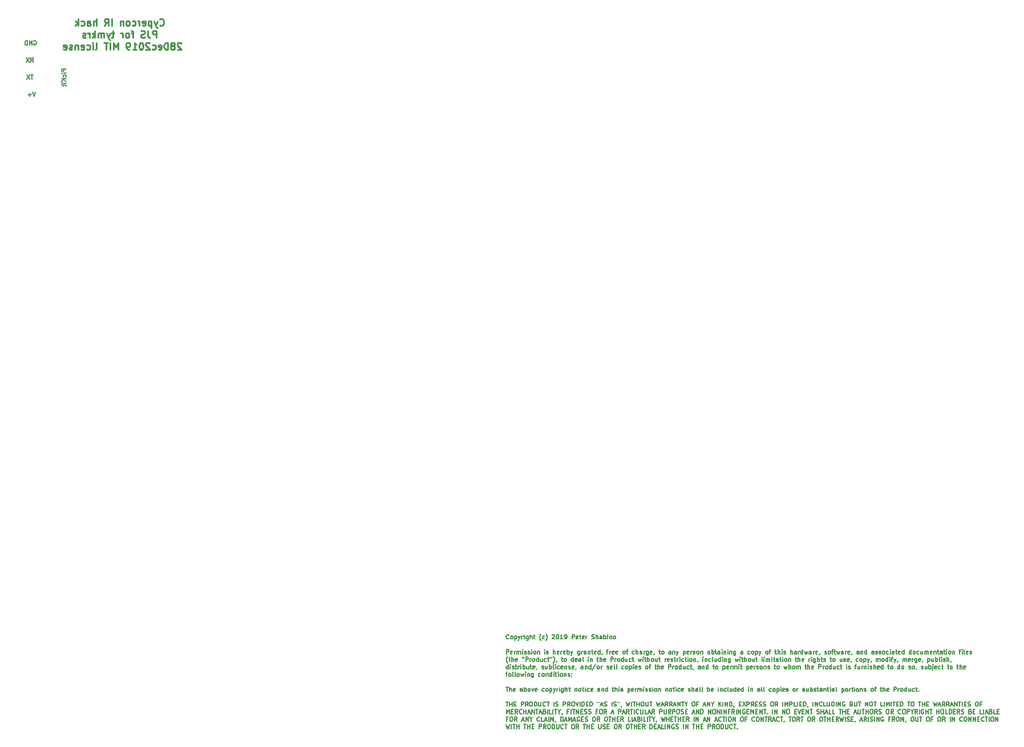
<source format=gbo>
G04 #@! TF.GenerationSoftware,KiCad,Pcbnew,(5.1.5)-3*
G04 #@! TF.CreationDate,2019-12-28T17:54:17-06:00*
G04 #@! TF.ProjectId,tymkrs_Cyphercon_2020_IRhack,74796d6b-7273-45f4-9379-70686572636f,V0*
G04 #@! TF.SameCoordinates,Original*
G04 #@! TF.FileFunction,Legend,Bot*
G04 #@! TF.FilePolarity,Positive*
%FSLAX46Y46*%
G04 Gerber Fmt 4.6, Leading zero omitted, Abs format (unit mm)*
G04 Created by KiCad (PCBNEW (5.1.5)-3) date 2019-12-28 17:54:17*
%MOMM*%
%LPD*%
G04 APERTURE LIST*
%ADD10C,0.158750*%
%ADD11C,0.254000*%
%ADD12O,1.852400X1.852400*%
%ADD13R,1.852400X1.852400*%
%ADD14C,1.952400*%
%ADD15R,1.952400X1.952400*%
%ADD16C,1.676400*%
%ADD17R,1.676400X1.676400*%
G04 APERTURE END LIST*
D10*
X210167235Y-167152410D02*
X210136997Y-167182648D01*
X210046282Y-167212886D01*
X209985806Y-167212886D01*
X209895092Y-167182648D01*
X209834616Y-167122172D01*
X209804377Y-167061696D01*
X209774139Y-166940744D01*
X209774139Y-166850029D01*
X209804377Y-166729077D01*
X209834616Y-166668601D01*
X209895092Y-166608125D01*
X209985806Y-166577886D01*
X210046282Y-166577886D01*
X210136997Y-166608125D01*
X210167235Y-166638363D01*
X210530092Y-167212886D02*
X210469616Y-167182648D01*
X210439377Y-167152410D01*
X210409139Y-167091934D01*
X210409139Y-166910505D01*
X210439377Y-166850029D01*
X210469616Y-166819791D01*
X210530092Y-166789553D01*
X210620806Y-166789553D01*
X210681282Y-166819791D01*
X210711520Y-166850029D01*
X210741758Y-166910505D01*
X210741758Y-167091934D01*
X210711520Y-167152410D01*
X210681282Y-167182648D01*
X210620806Y-167212886D01*
X210530092Y-167212886D01*
X211013901Y-166789553D02*
X211013901Y-167424553D01*
X211013901Y-166819791D02*
X211074377Y-166789553D01*
X211195330Y-166789553D01*
X211255806Y-166819791D01*
X211286044Y-166850029D01*
X211316282Y-166910505D01*
X211316282Y-167091934D01*
X211286044Y-167152410D01*
X211255806Y-167182648D01*
X211195330Y-167212886D01*
X211074377Y-167212886D01*
X211013901Y-167182648D01*
X211527949Y-166789553D02*
X211679139Y-167212886D01*
X211830330Y-166789553D02*
X211679139Y-167212886D01*
X211618663Y-167364077D01*
X211588425Y-167394315D01*
X211527949Y-167424553D01*
X212072235Y-167212886D02*
X212072235Y-166789553D01*
X212072235Y-166910505D02*
X212102473Y-166850029D01*
X212132711Y-166819791D01*
X212193187Y-166789553D01*
X212253663Y-166789553D01*
X212465330Y-167212886D02*
X212465330Y-166789553D01*
X212465330Y-166577886D02*
X212435092Y-166608125D01*
X212465330Y-166638363D01*
X212495568Y-166608125D01*
X212465330Y-166577886D01*
X212465330Y-166638363D01*
X213039854Y-166789553D02*
X213039854Y-167303601D01*
X213009616Y-167364077D01*
X212979377Y-167394315D01*
X212918901Y-167424553D01*
X212828187Y-167424553D01*
X212767711Y-167394315D01*
X213039854Y-167182648D02*
X212979377Y-167212886D01*
X212858425Y-167212886D01*
X212797949Y-167182648D01*
X212767711Y-167152410D01*
X212737473Y-167091934D01*
X212737473Y-166910505D01*
X212767711Y-166850029D01*
X212797949Y-166819791D01*
X212858425Y-166789553D01*
X212979377Y-166789553D01*
X213039854Y-166819791D01*
X213342235Y-167212886D02*
X213342235Y-166577886D01*
X213614377Y-167212886D02*
X213614377Y-166880267D01*
X213584139Y-166819791D01*
X213523663Y-166789553D01*
X213432949Y-166789553D01*
X213372473Y-166819791D01*
X213342235Y-166850029D01*
X213826044Y-166789553D02*
X214067949Y-166789553D01*
X213916758Y-166577886D02*
X213916758Y-167122172D01*
X213946997Y-167182648D01*
X214007473Y-167212886D01*
X214067949Y-167212886D01*
X214944854Y-167454791D02*
X214914616Y-167424553D01*
X214854139Y-167333839D01*
X214823901Y-167273363D01*
X214793663Y-167182648D01*
X214763425Y-167031458D01*
X214763425Y-166910505D01*
X214793663Y-166759315D01*
X214823901Y-166668601D01*
X214854139Y-166608125D01*
X214914616Y-166517410D01*
X214944854Y-166487172D01*
X215458901Y-167182648D02*
X215398425Y-167212886D01*
X215277473Y-167212886D01*
X215216997Y-167182648D01*
X215186758Y-167152410D01*
X215156520Y-167091934D01*
X215156520Y-166910505D01*
X215186758Y-166850029D01*
X215216997Y-166819791D01*
X215277473Y-166789553D01*
X215398425Y-166789553D01*
X215458901Y-166819791D01*
X215670568Y-167454791D02*
X215700806Y-167424553D01*
X215761282Y-167333839D01*
X215791520Y-167273363D01*
X215821758Y-167182648D01*
X215851997Y-167031458D01*
X215851997Y-166910505D01*
X215821758Y-166759315D01*
X215791520Y-166668601D01*
X215761282Y-166608125D01*
X215700806Y-166517410D01*
X215670568Y-166487172D01*
X216607949Y-166638363D02*
X216638187Y-166608125D01*
X216698663Y-166577886D01*
X216849854Y-166577886D01*
X216910330Y-166608125D01*
X216940568Y-166638363D01*
X216970806Y-166698839D01*
X216970806Y-166759315D01*
X216940568Y-166850029D01*
X216577711Y-167212886D01*
X216970806Y-167212886D01*
X217363901Y-166577886D02*
X217424377Y-166577886D01*
X217484854Y-166608125D01*
X217515092Y-166638363D01*
X217545330Y-166698839D01*
X217575568Y-166819791D01*
X217575568Y-166970982D01*
X217545330Y-167091934D01*
X217515092Y-167152410D01*
X217484854Y-167182648D01*
X217424377Y-167212886D01*
X217363901Y-167212886D01*
X217303425Y-167182648D01*
X217273187Y-167152410D01*
X217242949Y-167091934D01*
X217212711Y-166970982D01*
X217212711Y-166819791D01*
X217242949Y-166698839D01*
X217273187Y-166638363D01*
X217303425Y-166608125D01*
X217363901Y-166577886D01*
X218180330Y-167212886D02*
X217817473Y-167212886D01*
X217998901Y-167212886D02*
X217998901Y-166577886D01*
X217938425Y-166668601D01*
X217877949Y-166729077D01*
X217817473Y-166759315D01*
X218482711Y-167212886D02*
X218603663Y-167212886D01*
X218664139Y-167182648D01*
X218694377Y-167152410D01*
X218754854Y-167061696D01*
X218785092Y-166940744D01*
X218785092Y-166698839D01*
X218754854Y-166638363D01*
X218724616Y-166608125D01*
X218664139Y-166577886D01*
X218543187Y-166577886D01*
X218482711Y-166608125D01*
X218452473Y-166638363D01*
X218422235Y-166698839D01*
X218422235Y-166850029D01*
X218452473Y-166910505D01*
X218482711Y-166940744D01*
X218543187Y-166970982D01*
X218664139Y-166970982D01*
X218724616Y-166940744D01*
X218754854Y-166910505D01*
X218785092Y-166850029D01*
X219541044Y-167212886D02*
X219541044Y-166577886D01*
X219782949Y-166577886D01*
X219843425Y-166608125D01*
X219873663Y-166638363D01*
X219903901Y-166698839D01*
X219903901Y-166789553D01*
X219873663Y-166850029D01*
X219843425Y-166880267D01*
X219782949Y-166910505D01*
X219541044Y-166910505D01*
X220417949Y-167182648D02*
X220357473Y-167212886D01*
X220236520Y-167212886D01*
X220176044Y-167182648D01*
X220145806Y-167122172D01*
X220145806Y-166880267D01*
X220176044Y-166819791D01*
X220236520Y-166789553D01*
X220357473Y-166789553D01*
X220417949Y-166819791D01*
X220448187Y-166880267D01*
X220448187Y-166940744D01*
X220145806Y-167001220D01*
X220629616Y-166789553D02*
X220871520Y-166789553D01*
X220720330Y-166577886D02*
X220720330Y-167122172D01*
X220750568Y-167182648D01*
X220811044Y-167212886D01*
X220871520Y-167212886D01*
X221325092Y-167182648D02*
X221264616Y-167212886D01*
X221143663Y-167212886D01*
X221083187Y-167182648D01*
X221052949Y-167122172D01*
X221052949Y-166880267D01*
X221083187Y-166819791D01*
X221143663Y-166789553D01*
X221264616Y-166789553D01*
X221325092Y-166819791D01*
X221355330Y-166880267D01*
X221355330Y-166940744D01*
X221052949Y-167001220D01*
X221627473Y-167212886D02*
X221627473Y-166789553D01*
X221627473Y-166910505D02*
X221657711Y-166850029D01*
X221687949Y-166819791D01*
X221748425Y-166789553D01*
X221808901Y-166789553D01*
X222474139Y-167182648D02*
X222564854Y-167212886D01*
X222716044Y-167212886D01*
X222776520Y-167182648D01*
X222806758Y-167152410D01*
X222836997Y-167091934D01*
X222836997Y-167031458D01*
X222806758Y-166970982D01*
X222776520Y-166940744D01*
X222716044Y-166910505D01*
X222595092Y-166880267D01*
X222534616Y-166850029D01*
X222504377Y-166819791D01*
X222474139Y-166759315D01*
X222474139Y-166698839D01*
X222504377Y-166638363D01*
X222534616Y-166608125D01*
X222595092Y-166577886D01*
X222746282Y-166577886D01*
X222836997Y-166608125D01*
X223109139Y-167212886D02*
X223109139Y-166577886D01*
X223381282Y-167212886D02*
X223381282Y-166880267D01*
X223351044Y-166819791D01*
X223290568Y-166789553D01*
X223199854Y-166789553D01*
X223139377Y-166819791D01*
X223109139Y-166850029D01*
X223955806Y-167212886D02*
X223955806Y-166880267D01*
X223925568Y-166819791D01*
X223865092Y-166789553D01*
X223744139Y-166789553D01*
X223683663Y-166819791D01*
X223955806Y-167182648D02*
X223895330Y-167212886D01*
X223744139Y-167212886D01*
X223683663Y-167182648D01*
X223653425Y-167122172D01*
X223653425Y-167061696D01*
X223683663Y-167001220D01*
X223744139Y-166970982D01*
X223895330Y-166970982D01*
X223955806Y-166940744D01*
X224258187Y-167212886D02*
X224258187Y-166577886D01*
X224258187Y-166819791D02*
X224318663Y-166789553D01*
X224439616Y-166789553D01*
X224500092Y-166819791D01*
X224530330Y-166850029D01*
X224560568Y-166910505D01*
X224560568Y-167091934D01*
X224530330Y-167152410D01*
X224500092Y-167182648D01*
X224439616Y-167212886D01*
X224318663Y-167212886D01*
X224258187Y-167182648D01*
X224832711Y-167212886D02*
X224832711Y-166789553D01*
X224832711Y-166577886D02*
X224802473Y-166608125D01*
X224832711Y-166638363D01*
X224862949Y-166608125D01*
X224832711Y-166577886D01*
X224832711Y-166638363D01*
X225135092Y-166789553D02*
X225135092Y-167212886D01*
X225135092Y-166850029D02*
X225165330Y-166819791D01*
X225225806Y-166789553D01*
X225316520Y-166789553D01*
X225376997Y-166819791D01*
X225407235Y-166880267D01*
X225407235Y-167212886D01*
X225800330Y-167212886D02*
X225739854Y-167182648D01*
X225709616Y-167152410D01*
X225679377Y-167091934D01*
X225679377Y-166910505D01*
X225709616Y-166850029D01*
X225739854Y-166819791D01*
X225800330Y-166789553D01*
X225891044Y-166789553D01*
X225951520Y-166819791D01*
X225981758Y-166850029D01*
X226011997Y-166910505D01*
X226011997Y-167091934D01*
X225981758Y-167152410D01*
X225951520Y-167182648D01*
X225891044Y-167212886D01*
X225800330Y-167212886D01*
X209804377Y-169435386D02*
X209804377Y-168800386D01*
X210046282Y-168800386D01*
X210106758Y-168830625D01*
X210136997Y-168860863D01*
X210167235Y-168921339D01*
X210167235Y-169012053D01*
X210136997Y-169072529D01*
X210106758Y-169102767D01*
X210046282Y-169133005D01*
X209804377Y-169133005D01*
X210681282Y-169405148D02*
X210620806Y-169435386D01*
X210499854Y-169435386D01*
X210439377Y-169405148D01*
X210409139Y-169344672D01*
X210409139Y-169102767D01*
X210439377Y-169042291D01*
X210499854Y-169012053D01*
X210620806Y-169012053D01*
X210681282Y-169042291D01*
X210711520Y-169102767D01*
X210711520Y-169163244D01*
X210409139Y-169223720D01*
X210983663Y-169435386D02*
X210983663Y-169012053D01*
X210983663Y-169133005D02*
X211013901Y-169072529D01*
X211044139Y-169042291D01*
X211104616Y-169012053D01*
X211165092Y-169012053D01*
X211376758Y-169435386D02*
X211376758Y-169012053D01*
X211376758Y-169072529D02*
X211406997Y-169042291D01*
X211467473Y-169012053D01*
X211558187Y-169012053D01*
X211618663Y-169042291D01*
X211648901Y-169102767D01*
X211648901Y-169435386D01*
X211648901Y-169102767D02*
X211679139Y-169042291D01*
X211739616Y-169012053D01*
X211830330Y-169012053D01*
X211890806Y-169042291D01*
X211921044Y-169102767D01*
X211921044Y-169435386D01*
X212223425Y-169435386D02*
X212223425Y-169012053D01*
X212223425Y-168800386D02*
X212193187Y-168830625D01*
X212223425Y-168860863D01*
X212253663Y-168830625D01*
X212223425Y-168800386D01*
X212223425Y-168860863D01*
X212495568Y-169405148D02*
X212556044Y-169435386D01*
X212676997Y-169435386D01*
X212737473Y-169405148D01*
X212767711Y-169344672D01*
X212767711Y-169314434D01*
X212737473Y-169253958D01*
X212676997Y-169223720D01*
X212586282Y-169223720D01*
X212525806Y-169193482D01*
X212495568Y-169133005D01*
X212495568Y-169102767D01*
X212525806Y-169042291D01*
X212586282Y-169012053D01*
X212676997Y-169012053D01*
X212737473Y-169042291D01*
X213009616Y-169405148D02*
X213070092Y-169435386D01*
X213191044Y-169435386D01*
X213251520Y-169405148D01*
X213281758Y-169344672D01*
X213281758Y-169314434D01*
X213251520Y-169253958D01*
X213191044Y-169223720D01*
X213100330Y-169223720D01*
X213039854Y-169193482D01*
X213009616Y-169133005D01*
X213009616Y-169102767D01*
X213039854Y-169042291D01*
X213100330Y-169012053D01*
X213191044Y-169012053D01*
X213251520Y-169042291D01*
X213553901Y-169435386D02*
X213553901Y-169012053D01*
X213553901Y-168800386D02*
X213523663Y-168830625D01*
X213553901Y-168860863D01*
X213584139Y-168830625D01*
X213553901Y-168800386D01*
X213553901Y-168860863D01*
X213946997Y-169435386D02*
X213886520Y-169405148D01*
X213856282Y-169374910D01*
X213826044Y-169314434D01*
X213826044Y-169133005D01*
X213856282Y-169072529D01*
X213886520Y-169042291D01*
X213946997Y-169012053D01*
X214037711Y-169012053D01*
X214098187Y-169042291D01*
X214128425Y-169072529D01*
X214158663Y-169133005D01*
X214158663Y-169314434D01*
X214128425Y-169374910D01*
X214098187Y-169405148D01*
X214037711Y-169435386D01*
X213946997Y-169435386D01*
X214430806Y-169012053D02*
X214430806Y-169435386D01*
X214430806Y-169072529D02*
X214461044Y-169042291D01*
X214521520Y-169012053D01*
X214612235Y-169012053D01*
X214672711Y-169042291D01*
X214702949Y-169102767D01*
X214702949Y-169435386D01*
X215489139Y-169435386D02*
X215489139Y-169012053D01*
X215489139Y-168800386D02*
X215458901Y-168830625D01*
X215489139Y-168860863D01*
X215519377Y-168830625D01*
X215489139Y-168800386D01*
X215489139Y-168860863D01*
X215761282Y-169405148D02*
X215821758Y-169435386D01*
X215942711Y-169435386D01*
X216003187Y-169405148D01*
X216033425Y-169344672D01*
X216033425Y-169314434D01*
X216003187Y-169253958D01*
X215942711Y-169223720D01*
X215851997Y-169223720D01*
X215791520Y-169193482D01*
X215761282Y-169133005D01*
X215761282Y-169102767D01*
X215791520Y-169042291D01*
X215851997Y-169012053D01*
X215942711Y-169012053D01*
X216003187Y-169042291D01*
X216789377Y-169435386D02*
X216789377Y-168800386D01*
X217061520Y-169435386D02*
X217061520Y-169102767D01*
X217031282Y-169042291D01*
X216970806Y-169012053D01*
X216880092Y-169012053D01*
X216819616Y-169042291D01*
X216789377Y-169072529D01*
X217605806Y-169405148D02*
X217545330Y-169435386D01*
X217424377Y-169435386D01*
X217363901Y-169405148D01*
X217333663Y-169344672D01*
X217333663Y-169102767D01*
X217363901Y-169042291D01*
X217424377Y-169012053D01*
X217545330Y-169012053D01*
X217605806Y-169042291D01*
X217636044Y-169102767D01*
X217636044Y-169163244D01*
X217333663Y-169223720D01*
X217908187Y-169435386D02*
X217908187Y-169012053D01*
X217908187Y-169133005D02*
X217938425Y-169072529D01*
X217968663Y-169042291D01*
X218029139Y-169012053D01*
X218089616Y-169012053D01*
X218543187Y-169405148D02*
X218482711Y-169435386D01*
X218361758Y-169435386D01*
X218301282Y-169405148D01*
X218271044Y-169344672D01*
X218271044Y-169102767D01*
X218301282Y-169042291D01*
X218361758Y-169012053D01*
X218482711Y-169012053D01*
X218543187Y-169042291D01*
X218573425Y-169102767D01*
X218573425Y-169163244D01*
X218271044Y-169223720D01*
X218845568Y-169435386D02*
X218845568Y-168800386D01*
X218845568Y-169042291D02*
X218906044Y-169012053D01*
X219026997Y-169012053D01*
X219087473Y-169042291D01*
X219117711Y-169072529D01*
X219147949Y-169133005D01*
X219147949Y-169314434D01*
X219117711Y-169374910D01*
X219087473Y-169405148D01*
X219026997Y-169435386D01*
X218906044Y-169435386D01*
X218845568Y-169405148D01*
X219359616Y-169012053D02*
X219510806Y-169435386D01*
X219661997Y-169012053D02*
X219510806Y-169435386D01*
X219450330Y-169586577D01*
X219420092Y-169616815D01*
X219359616Y-169647053D01*
X220659854Y-169012053D02*
X220659854Y-169526101D01*
X220629616Y-169586577D01*
X220599377Y-169616815D01*
X220538901Y-169647053D01*
X220448187Y-169647053D01*
X220387711Y-169616815D01*
X220659854Y-169405148D02*
X220599377Y-169435386D01*
X220478425Y-169435386D01*
X220417949Y-169405148D01*
X220387711Y-169374910D01*
X220357473Y-169314434D01*
X220357473Y-169133005D01*
X220387711Y-169072529D01*
X220417949Y-169042291D01*
X220478425Y-169012053D01*
X220599377Y-169012053D01*
X220659854Y-169042291D01*
X220962235Y-169435386D02*
X220962235Y-169012053D01*
X220962235Y-169133005D02*
X220992473Y-169072529D01*
X221022711Y-169042291D01*
X221083187Y-169012053D01*
X221143663Y-169012053D01*
X221627473Y-169435386D02*
X221627473Y-169102767D01*
X221597235Y-169042291D01*
X221536758Y-169012053D01*
X221415806Y-169012053D01*
X221355330Y-169042291D01*
X221627473Y-169405148D02*
X221566997Y-169435386D01*
X221415806Y-169435386D01*
X221355330Y-169405148D01*
X221325092Y-169344672D01*
X221325092Y-169284196D01*
X221355330Y-169223720D01*
X221415806Y-169193482D01*
X221566997Y-169193482D01*
X221627473Y-169163244D01*
X221929854Y-169012053D02*
X221929854Y-169435386D01*
X221929854Y-169072529D02*
X221960092Y-169042291D01*
X222020568Y-169012053D01*
X222111282Y-169012053D01*
X222171758Y-169042291D01*
X222201997Y-169102767D01*
X222201997Y-169435386D01*
X222413663Y-169012053D02*
X222655568Y-169012053D01*
X222504377Y-168800386D02*
X222504377Y-169344672D01*
X222534616Y-169405148D01*
X222595092Y-169435386D01*
X222655568Y-169435386D01*
X223109139Y-169405148D02*
X223048663Y-169435386D01*
X222927711Y-169435386D01*
X222867235Y-169405148D01*
X222836997Y-169344672D01*
X222836997Y-169102767D01*
X222867235Y-169042291D01*
X222927711Y-169012053D01*
X223048663Y-169012053D01*
X223109139Y-169042291D01*
X223139377Y-169102767D01*
X223139377Y-169163244D01*
X222836997Y-169223720D01*
X223683663Y-169435386D02*
X223683663Y-168800386D01*
X223683663Y-169405148D02*
X223623187Y-169435386D01*
X223502235Y-169435386D01*
X223441758Y-169405148D01*
X223411520Y-169374910D01*
X223381282Y-169314434D01*
X223381282Y-169133005D01*
X223411520Y-169072529D01*
X223441758Y-169042291D01*
X223502235Y-169012053D01*
X223623187Y-169012053D01*
X223683663Y-169042291D01*
X224016282Y-169405148D02*
X224016282Y-169435386D01*
X223986044Y-169495863D01*
X223955806Y-169526101D01*
X224681520Y-169012053D02*
X224923425Y-169012053D01*
X224772235Y-169435386D02*
X224772235Y-168891101D01*
X224802473Y-168830625D01*
X224862949Y-168800386D01*
X224923425Y-168800386D01*
X225135092Y-169435386D02*
X225135092Y-169012053D01*
X225135092Y-169133005D02*
X225165330Y-169072529D01*
X225195568Y-169042291D01*
X225256044Y-169012053D01*
X225316520Y-169012053D01*
X225770092Y-169405148D02*
X225709616Y-169435386D01*
X225588663Y-169435386D01*
X225528187Y-169405148D01*
X225497949Y-169344672D01*
X225497949Y-169102767D01*
X225528187Y-169042291D01*
X225588663Y-169012053D01*
X225709616Y-169012053D01*
X225770092Y-169042291D01*
X225800330Y-169102767D01*
X225800330Y-169163244D01*
X225497949Y-169223720D01*
X226314377Y-169405148D02*
X226253901Y-169435386D01*
X226132949Y-169435386D01*
X226072473Y-169405148D01*
X226042235Y-169344672D01*
X226042235Y-169102767D01*
X226072473Y-169042291D01*
X226132949Y-169012053D01*
X226253901Y-169012053D01*
X226314377Y-169042291D01*
X226344616Y-169102767D01*
X226344616Y-169163244D01*
X226042235Y-169223720D01*
X227191282Y-169435386D02*
X227130806Y-169405148D01*
X227100568Y-169374910D01*
X227070330Y-169314434D01*
X227070330Y-169133005D01*
X227100568Y-169072529D01*
X227130806Y-169042291D01*
X227191282Y-169012053D01*
X227281997Y-169012053D01*
X227342473Y-169042291D01*
X227372711Y-169072529D01*
X227402949Y-169133005D01*
X227402949Y-169314434D01*
X227372711Y-169374910D01*
X227342473Y-169405148D01*
X227281997Y-169435386D01*
X227191282Y-169435386D01*
X227584377Y-169012053D02*
X227826282Y-169012053D01*
X227675092Y-169435386D02*
X227675092Y-168891101D01*
X227705330Y-168830625D01*
X227765806Y-168800386D01*
X227826282Y-168800386D01*
X228793901Y-169405148D02*
X228733425Y-169435386D01*
X228612473Y-169435386D01*
X228551997Y-169405148D01*
X228521758Y-169374910D01*
X228491520Y-169314434D01*
X228491520Y-169133005D01*
X228521758Y-169072529D01*
X228551997Y-169042291D01*
X228612473Y-169012053D01*
X228733425Y-169012053D01*
X228793901Y-169042291D01*
X229066044Y-169435386D02*
X229066044Y-168800386D01*
X229338187Y-169435386D02*
X229338187Y-169102767D01*
X229307949Y-169042291D01*
X229247473Y-169012053D01*
X229156758Y-169012053D01*
X229096282Y-169042291D01*
X229066044Y-169072529D01*
X229912711Y-169435386D02*
X229912711Y-169102767D01*
X229882473Y-169042291D01*
X229821997Y-169012053D01*
X229701044Y-169012053D01*
X229640568Y-169042291D01*
X229912711Y-169405148D02*
X229852235Y-169435386D01*
X229701044Y-169435386D01*
X229640568Y-169405148D01*
X229610330Y-169344672D01*
X229610330Y-169284196D01*
X229640568Y-169223720D01*
X229701044Y-169193482D01*
X229852235Y-169193482D01*
X229912711Y-169163244D01*
X230215092Y-169435386D02*
X230215092Y-169012053D01*
X230215092Y-169133005D02*
X230245330Y-169072529D01*
X230275568Y-169042291D01*
X230336044Y-169012053D01*
X230396520Y-169012053D01*
X230880330Y-169012053D02*
X230880330Y-169526101D01*
X230850092Y-169586577D01*
X230819854Y-169616815D01*
X230759377Y-169647053D01*
X230668663Y-169647053D01*
X230608187Y-169616815D01*
X230880330Y-169405148D02*
X230819854Y-169435386D01*
X230698901Y-169435386D01*
X230638425Y-169405148D01*
X230608187Y-169374910D01*
X230577949Y-169314434D01*
X230577949Y-169133005D01*
X230608187Y-169072529D01*
X230638425Y-169042291D01*
X230698901Y-169012053D01*
X230819854Y-169012053D01*
X230880330Y-169042291D01*
X231424616Y-169405148D02*
X231364139Y-169435386D01*
X231243187Y-169435386D01*
X231182711Y-169405148D01*
X231152473Y-169344672D01*
X231152473Y-169102767D01*
X231182711Y-169042291D01*
X231243187Y-169012053D01*
X231364139Y-169012053D01*
X231424616Y-169042291D01*
X231454854Y-169102767D01*
X231454854Y-169163244D01*
X231152473Y-169223720D01*
X231757235Y-169405148D02*
X231757235Y-169435386D01*
X231726997Y-169495863D01*
X231696758Y-169526101D01*
X232422473Y-169012053D02*
X232664377Y-169012053D01*
X232513187Y-168800386D02*
X232513187Y-169344672D01*
X232543425Y-169405148D01*
X232603901Y-169435386D01*
X232664377Y-169435386D01*
X232966758Y-169435386D02*
X232906282Y-169405148D01*
X232876044Y-169374910D01*
X232845806Y-169314434D01*
X232845806Y-169133005D01*
X232876044Y-169072529D01*
X232906282Y-169042291D01*
X232966758Y-169012053D01*
X233057473Y-169012053D01*
X233117949Y-169042291D01*
X233148187Y-169072529D01*
X233178425Y-169133005D01*
X233178425Y-169314434D01*
X233148187Y-169374910D01*
X233117949Y-169405148D01*
X233057473Y-169435386D01*
X232966758Y-169435386D01*
X234206520Y-169435386D02*
X234206520Y-169102767D01*
X234176282Y-169042291D01*
X234115806Y-169012053D01*
X233994854Y-169012053D01*
X233934377Y-169042291D01*
X234206520Y-169405148D02*
X234146044Y-169435386D01*
X233994854Y-169435386D01*
X233934377Y-169405148D01*
X233904139Y-169344672D01*
X233904139Y-169284196D01*
X233934377Y-169223720D01*
X233994854Y-169193482D01*
X234146044Y-169193482D01*
X234206520Y-169163244D01*
X234508901Y-169012053D02*
X234508901Y-169435386D01*
X234508901Y-169072529D02*
X234539139Y-169042291D01*
X234599616Y-169012053D01*
X234690330Y-169012053D01*
X234750806Y-169042291D01*
X234781044Y-169102767D01*
X234781044Y-169435386D01*
X235022949Y-169012053D02*
X235174139Y-169435386D01*
X235325330Y-169012053D02*
X235174139Y-169435386D01*
X235113663Y-169586577D01*
X235083425Y-169616815D01*
X235022949Y-169647053D01*
X236051044Y-169012053D02*
X236051044Y-169647053D01*
X236051044Y-169042291D02*
X236111520Y-169012053D01*
X236232473Y-169012053D01*
X236292949Y-169042291D01*
X236323187Y-169072529D01*
X236353425Y-169133005D01*
X236353425Y-169314434D01*
X236323187Y-169374910D01*
X236292949Y-169405148D01*
X236232473Y-169435386D01*
X236111520Y-169435386D01*
X236051044Y-169405148D01*
X236867473Y-169405148D02*
X236806997Y-169435386D01*
X236686044Y-169435386D01*
X236625568Y-169405148D01*
X236595330Y-169344672D01*
X236595330Y-169102767D01*
X236625568Y-169042291D01*
X236686044Y-169012053D01*
X236806997Y-169012053D01*
X236867473Y-169042291D01*
X236897711Y-169102767D01*
X236897711Y-169163244D01*
X236595330Y-169223720D01*
X237169854Y-169435386D02*
X237169854Y-169012053D01*
X237169854Y-169133005D02*
X237200092Y-169072529D01*
X237230330Y-169042291D01*
X237290806Y-169012053D01*
X237351282Y-169012053D01*
X237532711Y-169405148D02*
X237593187Y-169435386D01*
X237714139Y-169435386D01*
X237774616Y-169405148D01*
X237804854Y-169344672D01*
X237804854Y-169314434D01*
X237774616Y-169253958D01*
X237714139Y-169223720D01*
X237623425Y-169223720D01*
X237562949Y-169193482D01*
X237532711Y-169133005D01*
X237532711Y-169102767D01*
X237562949Y-169042291D01*
X237623425Y-169012053D01*
X237714139Y-169012053D01*
X237774616Y-169042291D01*
X238167711Y-169435386D02*
X238107235Y-169405148D01*
X238076997Y-169374910D01*
X238046758Y-169314434D01*
X238046758Y-169133005D01*
X238076997Y-169072529D01*
X238107235Y-169042291D01*
X238167711Y-169012053D01*
X238258425Y-169012053D01*
X238318901Y-169042291D01*
X238349139Y-169072529D01*
X238379377Y-169133005D01*
X238379377Y-169314434D01*
X238349139Y-169374910D01*
X238318901Y-169405148D01*
X238258425Y-169435386D01*
X238167711Y-169435386D01*
X238651520Y-169012053D02*
X238651520Y-169435386D01*
X238651520Y-169072529D02*
X238681758Y-169042291D01*
X238742235Y-169012053D01*
X238832949Y-169012053D01*
X238893425Y-169042291D01*
X238923663Y-169102767D01*
X238923663Y-169435386D01*
X239800568Y-169435386D02*
X239740092Y-169405148D01*
X239709854Y-169374910D01*
X239679616Y-169314434D01*
X239679616Y-169133005D01*
X239709854Y-169072529D01*
X239740092Y-169042291D01*
X239800568Y-169012053D01*
X239891282Y-169012053D01*
X239951758Y-169042291D01*
X239981997Y-169072529D01*
X240012235Y-169133005D01*
X240012235Y-169314434D01*
X239981997Y-169374910D01*
X239951758Y-169405148D01*
X239891282Y-169435386D01*
X239800568Y-169435386D01*
X240284377Y-169435386D02*
X240284377Y-168800386D01*
X240284377Y-169042291D02*
X240344854Y-169012053D01*
X240465806Y-169012053D01*
X240526282Y-169042291D01*
X240556520Y-169072529D01*
X240586758Y-169133005D01*
X240586758Y-169314434D01*
X240556520Y-169374910D01*
X240526282Y-169405148D01*
X240465806Y-169435386D01*
X240344854Y-169435386D01*
X240284377Y-169405148D01*
X240768187Y-169012053D02*
X241010092Y-169012053D01*
X240858901Y-168800386D02*
X240858901Y-169344672D01*
X240889139Y-169405148D01*
X240949616Y-169435386D01*
X241010092Y-169435386D01*
X241493901Y-169435386D02*
X241493901Y-169102767D01*
X241463663Y-169042291D01*
X241403187Y-169012053D01*
X241282235Y-169012053D01*
X241221758Y-169042291D01*
X241493901Y-169405148D02*
X241433425Y-169435386D01*
X241282235Y-169435386D01*
X241221758Y-169405148D01*
X241191520Y-169344672D01*
X241191520Y-169284196D01*
X241221758Y-169223720D01*
X241282235Y-169193482D01*
X241433425Y-169193482D01*
X241493901Y-169163244D01*
X241796282Y-169435386D02*
X241796282Y-169012053D01*
X241796282Y-168800386D02*
X241766044Y-168830625D01*
X241796282Y-168860863D01*
X241826520Y-168830625D01*
X241796282Y-168800386D01*
X241796282Y-168860863D01*
X242098663Y-169012053D02*
X242098663Y-169435386D01*
X242098663Y-169072529D02*
X242128901Y-169042291D01*
X242189377Y-169012053D01*
X242280092Y-169012053D01*
X242340568Y-169042291D01*
X242370806Y-169102767D01*
X242370806Y-169435386D01*
X242673187Y-169435386D02*
X242673187Y-169012053D01*
X242673187Y-168800386D02*
X242642949Y-168830625D01*
X242673187Y-168860863D01*
X242703425Y-168830625D01*
X242673187Y-168800386D01*
X242673187Y-168860863D01*
X242975568Y-169012053D02*
X242975568Y-169435386D01*
X242975568Y-169072529D02*
X243005806Y-169042291D01*
X243066282Y-169012053D01*
X243156997Y-169012053D01*
X243217473Y-169042291D01*
X243247711Y-169102767D01*
X243247711Y-169435386D01*
X243822235Y-169012053D02*
X243822235Y-169526101D01*
X243791997Y-169586577D01*
X243761758Y-169616815D01*
X243701282Y-169647053D01*
X243610568Y-169647053D01*
X243550092Y-169616815D01*
X243822235Y-169405148D02*
X243761758Y-169435386D01*
X243640806Y-169435386D01*
X243580330Y-169405148D01*
X243550092Y-169374910D01*
X243519854Y-169314434D01*
X243519854Y-169133005D01*
X243550092Y-169072529D01*
X243580330Y-169042291D01*
X243640806Y-169012053D01*
X243761758Y-169012053D01*
X243822235Y-169042291D01*
X244880568Y-169435386D02*
X244880568Y-169102767D01*
X244850330Y-169042291D01*
X244789854Y-169012053D01*
X244668901Y-169012053D01*
X244608425Y-169042291D01*
X244880568Y-169405148D02*
X244820092Y-169435386D01*
X244668901Y-169435386D01*
X244608425Y-169405148D01*
X244578187Y-169344672D01*
X244578187Y-169284196D01*
X244608425Y-169223720D01*
X244668901Y-169193482D01*
X244820092Y-169193482D01*
X244880568Y-169163244D01*
X245938901Y-169405148D02*
X245878425Y-169435386D01*
X245757473Y-169435386D01*
X245696997Y-169405148D01*
X245666758Y-169374910D01*
X245636520Y-169314434D01*
X245636520Y-169133005D01*
X245666758Y-169072529D01*
X245696997Y-169042291D01*
X245757473Y-169012053D01*
X245878425Y-169012053D01*
X245938901Y-169042291D01*
X246301758Y-169435386D02*
X246241282Y-169405148D01*
X246211044Y-169374910D01*
X246180806Y-169314434D01*
X246180806Y-169133005D01*
X246211044Y-169072529D01*
X246241282Y-169042291D01*
X246301758Y-169012053D01*
X246392473Y-169012053D01*
X246452949Y-169042291D01*
X246483187Y-169072529D01*
X246513425Y-169133005D01*
X246513425Y-169314434D01*
X246483187Y-169374910D01*
X246452949Y-169405148D01*
X246392473Y-169435386D01*
X246301758Y-169435386D01*
X246785568Y-169012053D02*
X246785568Y-169647053D01*
X246785568Y-169042291D02*
X246846044Y-169012053D01*
X246966997Y-169012053D01*
X247027473Y-169042291D01*
X247057711Y-169072529D01*
X247087949Y-169133005D01*
X247087949Y-169314434D01*
X247057711Y-169374910D01*
X247027473Y-169405148D01*
X246966997Y-169435386D01*
X246846044Y-169435386D01*
X246785568Y-169405148D01*
X247299616Y-169012053D02*
X247450806Y-169435386D01*
X247601997Y-169012053D02*
X247450806Y-169435386D01*
X247390330Y-169586577D01*
X247360092Y-169616815D01*
X247299616Y-169647053D01*
X248418425Y-169435386D02*
X248357949Y-169405148D01*
X248327711Y-169374910D01*
X248297473Y-169314434D01*
X248297473Y-169133005D01*
X248327711Y-169072529D01*
X248357949Y-169042291D01*
X248418425Y-169012053D01*
X248509139Y-169012053D01*
X248569616Y-169042291D01*
X248599854Y-169072529D01*
X248630092Y-169133005D01*
X248630092Y-169314434D01*
X248599854Y-169374910D01*
X248569616Y-169405148D01*
X248509139Y-169435386D01*
X248418425Y-169435386D01*
X248811520Y-169012053D02*
X249053425Y-169012053D01*
X248902235Y-169435386D02*
X248902235Y-168891101D01*
X248932473Y-168830625D01*
X248992949Y-168800386D01*
X249053425Y-168800386D01*
X249658187Y-169012053D02*
X249900092Y-169012053D01*
X249748901Y-168800386D02*
X249748901Y-169344672D01*
X249779139Y-169405148D01*
X249839616Y-169435386D01*
X249900092Y-169435386D01*
X250111758Y-169435386D02*
X250111758Y-168800386D01*
X250383901Y-169435386D02*
X250383901Y-169102767D01*
X250353663Y-169042291D01*
X250293187Y-169012053D01*
X250202473Y-169012053D01*
X250141997Y-169042291D01*
X250111758Y-169072529D01*
X250686282Y-169435386D02*
X250686282Y-169012053D01*
X250686282Y-168800386D02*
X250656044Y-168830625D01*
X250686282Y-168860863D01*
X250716520Y-168830625D01*
X250686282Y-168800386D01*
X250686282Y-168860863D01*
X250958425Y-169405148D02*
X251018901Y-169435386D01*
X251139854Y-169435386D01*
X251200330Y-169405148D01*
X251230568Y-169344672D01*
X251230568Y-169314434D01*
X251200330Y-169253958D01*
X251139854Y-169223720D01*
X251049139Y-169223720D01*
X250988663Y-169193482D01*
X250958425Y-169133005D01*
X250958425Y-169102767D01*
X250988663Y-169042291D01*
X251049139Y-169012053D01*
X251139854Y-169012053D01*
X251200330Y-169042291D01*
X251986520Y-169435386D02*
X251986520Y-168800386D01*
X252258663Y-169435386D02*
X252258663Y-169102767D01*
X252228425Y-169042291D01*
X252167949Y-169012053D01*
X252077235Y-169012053D01*
X252016758Y-169042291D01*
X251986520Y-169072529D01*
X252833187Y-169435386D02*
X252833187Y-169102767D01*
X252802949Y-169042291D01*
X252742473Y-169012053D01*
X252621520Y-169012053D01*
X252561044Y-169042291D01*
X252833187Y-169405148D02*
X252772711Y-169435386D01*
X252621520Y-169435386D01*
X252561044Y-169405148D01*
X252530806Y-169344672D01*
X252530806Y-169284196D01*
X252561044Y-169223720D01*
X252621520Y-169193482D01*
X252772711Y-169193482D01*
X252833187Y-169163244D01*
X253135568Y-169435386D02*
X253135568Y-169012053D01*
X253135568Y-169133005D02*
X253165806Y-169072529D01*
X253196044Y-169042291D01*
X253256520Y-169012053D01*
X253316997Y-169012053D01*
X253800806Y-169435386D02*
X253800806Y-168800386D01*
X253800806Y-169405148D02*
X253740330Y-169435386D01*
X253619377Y-169435386D01*
X253558901Y-169405148D01*
X253528663Y-169374910D01*
X253498425Y-169314434D01*
X253498425Y-169133005D01*
X253528663Y-169072529D01*
X253558901Y-169042291D01*
X253619377Y-169012053D01*
X253740330Y-169012053D01*
X253800806Y-169042291D01*
X254042711Y-169012053D02*
X254163663Y-169435386D01*
X254284616Y-169133005D01*
X254405568Y-169435386D01*
X254526520Y-169012053D01*
X255040568Y-169435386D02*
X255040568Y-169102767D01*
X255010330Y-169042291D01*
X254949854Y-169012053D01*
X254828901Y-169012053D01*
X254768425Y-169042291D01*
X255040568Y-169405148D02*
X254980092Y-169435386D01*
X254828901Y-169435386D01*
X254768425Y-169405148D01*
X254738187Y-169344672D01*
X254738187Y-169284196D01*
X254768425Y-169223720D01*
X254828901Y-169193482D01*
X254980092Y-169193482D01*
X255040568Y-169163244D01*
X255342949Y-169435386D02*
X255342949Y-169012053D01*
X255342949Y-169133005D02*
X255373187Y-169072529D01*
X255403425Y-169042291D01*
X255463901Y-169012053D01*
X255524377Y-169012053D01*
X255977949Y-169405148D02*
X255917473Y-169435386D01*
X255796520Y-169435386D01*
X255736044Y-169405148D01*
X255705806Y-169344672D01*
X255705806Y-169102767D01*
X255736044Y-169042291D01*
X255796520Y-169012053D01*
X255917473Y-169012053D01*
X255977949Y-169042291D01*
X256008187Y-169102767D01*
X256008187Y-169163244D01*
X255705806Y-169223720D01*
X256310568Y-169405148D02*
X256310568Y-169435386D01*
X256280330Y-169495863D01*
X256250092Y-169526101D01*
X257036282Y-169405148D02*
X257096758Y-169435386D01*
X257217711Y-169435386D01*
X257278187Y-169405148D01*
X257308425Y-169344672D01*
X257308425Y-169314434D01*
X257278187Y-169253958D01*
X257217711Y-169223720D01*
X257126997Y-169223720D01*
X257066520Y-169193482D01*
X257036282Y-169133005D01*
X257036282Y-169102767D01*
X257066520Y-169042291D01*
X257126997Y-169012053D01*
X257217711Y-169012053D01*
X257278187Y-169042291D01*
X257671282Y-169435386D02*
X257610806Y-169405148D01*
X257580568Y-169374910D01*
X257550330Y-169314434D01*
X257550330Y-169133005D01*
X257580568Y-169072529D01*
X257610806Y-169042291D01*
X257671282Y-169012053D01*
X257761997Y-169012053D01*
X257822473Y-169042291D01*
X257852711Y-169072529D01*
X257882949Y-169133005D01*
X257882949Y-169314434D01*
X257852711Y-169374910D01*
X257822473Y-169405148D01*
X257761997Y-169435386D01*
X257671282Y-169435386D01*
X258064377Y-169012053D02*
X258306282Y-169012053D01*
X258155092Y-169435386D02*
X258155092Y-168891101D01*
X258185330Y-168830625D01*
X258245806Y-168800386D01*
X258306282Y-168800386D01*
X258427235Y-169012053D02*
X258669139Y-169012053D01*
X258517949Y-168800386D02*
X258517949Y-169344672D01*
X258548187Y-169405148D01*
X258608663Y-169435386D01*
X258669139Y-169435386D01*
X258820330Y-169012053D02*
X258941282Y-169435386D01*
X259062235Y-169133005D01*
X259183187Y-169435386D01*
X259304139Y-169012053D01*
X259818187Y-169435386D02*
X259818187Y-169102767D01*
X259787949Y-169042291D01*
X259727473Y-169012053D01*
X259606520Y-169012053D01*
X259546044Y-169042291D01*
X259818187Y-169405148D02*
X259757711Y-169435386D01*
X259606520Y-169435386D01*
X259546044Y-169405148D01*
X259515806Y-169344672D01*
X259515806Y-169284196D01*
X259546044Y-169223720D01*
X259606520Y-169193482D01*
X259757711Y-169193482D01*
X259818187Y-169163244D01*
X260120568Y-169435386D02*
X260120568Y-169012053D01*
X260120568Y-169133005D02*
X260150806Y-169072529D01*
X260181044Y-169042291D01*
X260241520Y-169012053D01*
X260301997Y-169012053D01*
X260755568Y-169405148D02*
X260695092Y-169435386D01*
X260574139Y-169435386D01*
X260513663Y-169405148D01*
X260483425Y-169344672D01*
X260483425Y-169102767D01*
X260513663Y-169042291D01*
X260574139Y-169012053D01*
X260695092Y-169012053D01*
X260755568Y-169042291D01*
X260785806Y-169102767D01*
X260785806Y-169163244D01*
X260483425Y-169223720D01*
X261088187Y-169405148D02*
X261088187Y-169435386D01*
X261057949Y-169495863D01*
X261027711Y-169526101D01*
X262116282Y-169435386D02*
X262116282Y-169102767D01*
X262086044Y-169042291D01*
X262025568Y-169012053D01*
X261904616Y-169012053D01*
X261844139Y-169042291D01*
X262116282Y-169405148D02*
X262055806Y-169435386D01*
X261904616Y-169435386D01*
X261844139Y-169405148D01*
X261813901Y-169344672D01*
X261813901Y-169284196D01*
X261844139Y-169223720D01*
X261904616Y-169193482D01*
X262055806Y-169193482D01*
X262116282Y-169163244D01*
X262418663Y-169012053D02*
X262418663Y-169435386D01*
X262418663Y-169072529D02*
X262448901Y-169042291D01*
X262509377Y-169012053D01*
X262600092Y-169012053D01*
X262660568Y-169042291D01*
X262690806Y-169102767D01*
X262690806Y-169435386D01*
X263265330Y-169435386D02*
X263265330Y-168800386D01*
X263265330Y-169405148D02*
X263204854Y-169435386D01*
X263083901Y-169435386D01*
X263023425Y-169405148D01*
X262993187Y-169374910D01*
X262962949Y-169314434D01*
X262962949Y-169133005D01*
X262993187Y-169072529D01*
X263023425Y-169042291D01*
X263083901Y-169012053D01*
X263204854Y-169012053D01*
X263265330Y-169042291D01*
X264323663Y-169435386D02*
X264323663Y-169102767D01*
X264293425Y-169042291D01*
X264232949Y-169012053D01*
X264111997Y-169012053D01*
X264051520Y-169042291D01*
X264323663Y-169405148D02*
X264263187Y-169435386D01*
X264111997Y-169435386D01*
X264051520Y-169405148D01*
X264021282Y-169344672D01*
X264021282Y-169284196D01*
X264051520Y-169223720D01*
X264111997Y-169193482D01*
X264263187Y-169193482D01*
X264323663Y-169163244D01*
X264595806Y-169405148D02*
X264656282Y-169435386D01*
X264777235Y-169435386D01*
X264837711Y-169405148D01*
X264867949Y-169344672D01*
X264867949Y-169314434D01*
X264837711Y-169253958D01*
X264777235Y-169223720D01*
X264686520Y-169223720D01*
X264626044Y-169193482D01*
X264595806Y-169133005D01*
X264595806Y-169102767D01*
X264626044Y-169042291D01*
X264686520Y-169012053D01*
X264777235Y-169012053D01*
X264837711Y-169042291D01*
X265109854Y-169405148D02*
X265170330Y-169435386D01*
X265291282Y-169435386D01*
X265351758Y-169405148D01*
X265381997Y-169344672D01*
X265381997Y-169314434D01*
X265351758Y-169253958D01*
X265291282Y-169223720D01*
X265200568Y-169223720D01*
X265140092Y-169193482D01*
X265109854Y-169133005D01*
X265109854Y-169102767D01*
X265140092Y-169042291D01*
X265200568Y-169012053D01*
X265291282Y-169012053D01*
X265351758Y-169042291D01*
X265744854Y-169435386D02*
X265684377Y-169405148D01*
X265654139Y-169374910D01*
X265623901Y-169314434D01*
X265623901Y-169133005D01*
X265654139Y-169072529D01*
X265684377Y-169042291D01*
X265744854Y-169012053D01*
X265835568Y-169012053D01*
X265896044Y-169042291D01*
X265926282Y-169072529D01*
X265956520Y-169133005D01*
X265956520Y-169314434D01*
X265926282Y-169374910D01*
X265896044Y-169405148D01*
X265835568Y-169435386D01*
X265744854Y-169435386D01*
X266500806Y-169405148D02*
X266440330Y-169435386D01*
X266319377Y-169435386D01*
X266258901Y-169405148D01*
X266228663Y-169374910D01*
X266198425Y-169314434D01*
X266198425Y-169133005D01*
X266228663Y-169072529D01*
X266258901Y-169042291D01*
X266319377Y-169012053D01*
X266440330Y-169012053D01*
X266500806Y-169042291D01*
X266772949Y-169435386D02*
X266772949Y-169012053D01*
X266772949Y-168800386D02*
X266742711Y-168830625D01*
X266772949Y-168860863D01*
X266803187Y-168830625D01*
X266772949Y-168800386D01*
X266772949Y-168860863D01*
X267347473Y-169435386D02*
X267347473Y-169102767D01*
X267317235Y-169042291D01*
X267256758Y-169012053D01*
X267135806Y-169012053D01*
X267075330Y-169042291D01*
X267347473Y-169405148D02*
X267286997Y-169435386D01*
X267135806Y-169435386D01*
X267075330Y-169405148D01*
X267045092Y-169344672D01*
X267045092Y-169284196D01*
X267075330Y-169223720D01*
X267135806Y-169193482D01*
X267286997Y-169193482D01*
X267347473Y-169163244D01*
X267559139Y-169012053D02*
X267801044Y-169012053D01*
X267649854Y-168800386D02*
X267649854Y-169344672D01*
X267680092Y-169405148D01*
X267740568Y-169435386D01*
X267801044Y-169435386D01*
X268254616Y-169405148D02*
X268194139Y-169435386D01*
X268073187Y-169435386D01*
X268012711Y-169405148D01*
X267982473Y-169344672D01*
X267982473Y-169102767D01*
X268012711Y-169042291D01*
X268073187Y-169012053D01*
X268194139Y-169012053D01*
X268254616Y-169042291D01*
X268284854Y-169102767D01*
X268284854Y-169163244D01*
X267982473Y-169223720D01*
X268829139Y-169435386D02*
X268829139Y-168800386D01*
X268829139Y-169405148D02*
X268768663Y-169435386D01*
X268647711Y-169435386D01*
X268587235Y-169405148D01*
X268556997Y-169374910D01*
X268526758Y-169314434D01*
X268526758Y-169133005D01*
X268556997Y-169072529D01*
X268587235Y-169042291D01*
X268647711Y-169012053D01*
X268768663Y-169012053D01*
X268829139Y-169042291D01*
X269887473Y-169435386D02*
X269887473Y-168800386D01*
X269887473Y-169405148D02*
X269826997Y-169435386D01*
X269706044Y-169435386D01*
X269645568Y-169405148D01*
X269615330Y-169374910D01*
X269585092Y-169314434D01*
X269585092Y-169133005D01*
X269615330Y-169072529D01*
X269645568Y-169042291D01*
X269706044Y-169012053D01*
X269826997Y-169012053D01*
X269887473Y-169042291D01*
X270280568Y-169435386D02*
X270220092Y-169405148D01*
X270189854Y-169374910D01*
X270159616Y-169314434D01*
X270159616Y-169133005D01*
X270189854Y-169072529D01*
X270220092Y-169042291D01*
X270280568Y-169012053D01*
X270371282Y-169012053D01*
X270431758Y-169042291D01*
X270461997Y-169072529D01*
X270492235Y-169133005D01*
X270492235Y-169314434D01*
X270461997Y-169374910D01*
X270431758Y-169405148D01*
X270371282Y-169435386D01*
X270280568Y-169435386D01*
X271036520Y-169405148D02*
X270976044Y-169435386D01*
X270855092Y-169435386D01*
X270794616Y-169405148D01*
X270764377Y-169374910D01*
X270734139Y-169314434D01*
X270734139Y-169133005D01*
X270764377Y-169072529D01*
X270794616Y-169042291D01*
X270855092Y-169012053D01*
X270976044Y-169012053D01*
X271036520Y-169042291D01*
X271580806Y-169012053D02*
X271580806Y-169435386D01*
X271308663Y-169012053D02*
X271308663Y-169344672D01*
X271338901Y-169405148D01*
X271399377Y-169435386D01*
X271490092Y-169435386D01*
X271550568Y-169405148D01*
X271580806Y-169374910D01*
X271883187Y-169435386D02*
X271883187Y-169012053D01*
X271883187Y-169072529D02*
X271913425Y-169042291D01*
X271973901Y-169012053D01*
X272064616Y-169012053D01*
X272125092Y-169042291D01*
X272155330Y-169102767D01*
X272155330Y-169435386D01*
X272155330Y-169102767D02*
X272185568Y-169042291D01*
X272246044Y-169012053D01*
X272336758Y-169012053D01*
X272397235Y-169042291D01*
X272427473Y-169102767D01*
X272427473Y-169435386D01*
X272971758Y-169405148D02*
X272911282Y-169435386D01*
X272790330Y-169435386D01*
X272729854Y-169405148D01*
X272699616Y-169344672D01*
X272699616Y-169102767D01*
X272729854Y-169042291D01*
X272790330Y-169012053D01*
X272911282Y-169012053D01*
X272971758Y-169042291D01*
X273001997Y-169102767D01*
X273001997Y-169163244D01*
X272699616Y-169223720D01*
X273274139Y-169012053D02*
X273274139Y-169435386D01*
X273274139Y-169072529D02*
X273304377Y-169042291D01*
X273364854Y-169012053D01*
X273455568Y-169012053D01*
X273516044Y-169042291D01*
X273546282Y-169102767D01*
X273546282Y-169435386D01*
X273757949Y-169012053D02*
X273999854Y-169012053D01*
X273848663Y-168800386D02*
X273848663Y-169344672D01*
X273878901Y-169405148D01*
X273939377Y-169435386D01*
X273999854Y-169435386D01*
X274483663Y-169435386D02*
X274483663Y-169102767D01*
X274453425Y-169042291D01*
X274392949Y-169012053D01*
X274271997Y-169012053D01*
X274211520Y-169042291D01*
X274483663Y-169405148D02*
X274423187Y-169435386D01*
X274271997Y-169435386D01*
X274211520Y-169405148D01*
X274181282Y-169344672D01*
X274181282Y-169284196D01*
X274211520Y-169223720D01*
X274271997Y-169193482D01*
X274423187Y-169193482D01*
X274483663Y-169163244D01*
X274695330Y-169012053D02*
X274937235Y-169012053D01*
X274786044Y-168800386D02*
X274786044Y-169344672D01*
X274816282Y-169405148D01*
X274876758Y-169435386D01*
X274937235Y-169435386D01*
X275148901Y-169435386D02*
X275148901Y-169012053D01*
X275148901Y-168800386D02*
X275118663Y-168830625D01*
X275148901Y-168860863D01*
X275179139Y-168830625D01*
X275148901Y-168800386D01*
X275148901Y-168860863D01*
X275541997Y-169435386D02*
X275481520Y-169405148D01*
X275451282Y-169374910D01*
X275421044Y-169314434D01*
X275421044Y-169133005D01*
X275451282Y-169072529D01*
X275481520Y-169042291D01*
X275541997Y-169012053D01*
X275632711Y-169012053D01*
X275693187Y-169042291D01*
X275723425Y-169072529D01*
X275753663Y-169133005D01*
X275753663Y-169314434D01*
X275723425Y-169374910D01*
X275693187Y-169405148D01*
X275632711Y-169435386D01*
X275541997Y-169435386D01*
X276025806Y-169012053D02*
X276025806Y-169435386D01*
X276025806Y-169072529D02*
X276056044Y-169042291D01*
X276116520Y-169012053D01*
X276207235Y-169012053D01*
X276267711Y-169042291D01*
X276297949Y-169102767D01*
X276297949Y-169435386D01*
X276993425Y-169012053D02*
X277235330Y-169012053D01*
X277084139Y-169435386D02*
X277084139Y-168891101D01*
X277114377Y-168830625D01*
X277174854Y-168800386D01*
X277235330Y-168800386D01*
X277446997Y-169435386D02*
X277446997Y-169012053D01*
X277446997Y-168800386D02*
X277416758Y-168830625D01*
X277446997Y-168860863D01*
X277477235Y-168830625D01*
X277446997Y-168800386D01*
X277446997Y-168860863D01*
X277840092Y-169435386D02*
X277779616Y-169405148D01*
X277749377Y-169344672D01*
X277749377Y-168800386D01*
X278323901Y-169405148D02*
X278263425Y-169435386D01*
X278142473Y-169435386D01*
X278081997Y-169405148D01*
X278051758Y-169344672D01*
X278051758Y-169102767D01*
X278081997Y-169042291D01*
X278142473Y-169012053D01*
X278263425Y-169012053D01*
X278323901Y-169042291D01*
X278354139Y-169102767D01*
X278354139Y-169163244D01*
X278051758Y-169223720D01*
X278596044Y-169405148D02*
X278656520Y-169435386D01*
X278777473Y-169435386D01*
X278837949Y-169405148D01*
X278868187Y-169344672D01*
X278868187Y-169314434D01*
X278837949Y-169253958D01*
X278777473Y-169223720D01*
X278686758Y-169223720D01*
X278626282Y-169193482D01*
X278596044Y-169133005D01*
X278596044Y-169102767D01*
X278626282Y-169042291D01*
X278686758Y-169012053D01*
X278777473Y-169012053D01*
X278837949Y-169042291D01*
X209985806Y-170788541D02*
X209955568Y-170758303D01*
X209895092Y-170667589D01*
X209864854Y-170607113D01*
X209834616Y-170516398D01*
X209804377Y-170365208D01*
X209804377Y-170244255D01*
X209834616Y-170093065D01*
X209864854Y-170002351D01*
X209895092Y-169941875D01*
X209955568Y-169851160D01*
X209985806Y-169820922D01*
X210136997Y-170123303D02*
X210378901Y-170123303D01*
X210227711Y-169911636D02*
X210227711Y-170455922D01*
X210257949Y-170516398D01*
X210318425Y-170546636D01*
X210378901Y-170546636D01*
X210590568Y-170546636D02*
X210590568Y-169911636D01*
X210862711Y-170546636D02*
X210862711Y-170214017D01*
X210832473Y-170153541D01*
X210771997Y-170123303D01*
X210681282Y-170123303D01*
X210620806Y-170153541D01*
X210590568Y-170183779D01*
X211406997Y-170516398D02*
X211346520Y-170546636D01*
X211225568Y-170546636D01*
X211165092Y-170516398D01*
X211134854Y-170455922D01*
X211134854Y-170214017D01*
X211165092Y-170153541D01*
X211225568Y-170123303D01*
X211346520Y-170123303D01*
X211406997Y-170153541D01*
X211437235Y-170214017D01*
X211437235Y-170274494D01*
X211134854Y-170334970D01*
X212162949Y-169911636D02*
X212162949Y-170032589D01*
X212404854Y-169911636D02*
X212404854Y-170032589D01*
X212676997Y-170546636D02*
X212676997Y-169911636D01*
X212918901Y-169911636D01*
X212979377Y-169941875D01*
X213009616Y-169972113D01*
X213039854Y-170032589D01*
X213039854Y-170123303D01*
X213009616Y-170183779D01*
X212979377Y-170214017D01*
X212918901Y-170244255D01*
X212676997Y-170244255D01*
X213311997Y-170546636D02*
X213311997Y-170123303D01*
X213311997Y-170244255D02*
X213342235Y-170183779D01*
X213372473Y-170153541D01*
X213432949Y-170123303D01*
X213493425Y-170123303D01*
X213795806Y-170546636D02*
X213735330Y-170516398D01*
X213705092Y-170486160D01*
X213674854Y-170425684D01*
X213674854Y-170244255D01*
X213705092Y-170183779D01*
X213735330Y-170153541D01*
X213795806Y-170123303D01*
X213886520Y-170123303D01*
X213946997Y-170153541D01*
X213977235Y-170183779D01*
X214007473Y-170244255D01*
X214007473Y-170425684D01*
X213977235Y-170486160D01*
X213946997Y-170516398D01*
X213886520Y-170546636D01*
X213795806Y-170546636D01*
X214551758Y-170546636D02*
X214551758Y-169911636D01*
X214551758Y-170516398D02*
X214491282Y-170546636D01*
X214370330Y-170546636D01*
X214309854Y-170516398D01*
X214279616Y-170486160D01*
X214249377Y-170425684D01*
X214249377Y-170244255D01*
X214279616Y-170183779D01*
X214309854Y-170153541D01*
X214370330Y-170123303D01*
X214491282Y-170123303D01*
X214551758Y-170153541D01*
X215126282Y-170123303D02*
X215126282Y-170546636D01*
X214854139Y-170123303D02*
X214854139Y-170455922D01*
X214884377Y-170516398D01*
X214944854Y-170546636D01*
X215035568Y-170546636D01*
X215096044Y-170516398D01*
X215126282Y-170486160D01*
X215700806Y-170516398D02*
X215640330Y-170546636D01*
X215519377Y-170546636D01*
X215458901Y-170516398D01*
X215428663Y-170486160D01*
X215398425Y-170425684D01*
X215398425Y-170244255D01*
X215428663Y-170183779D01*
X215458901Y-170153541D01*
X215519377Y-170123303D01*
X215640330Y-170123303D01*
X215700806Y-170153541D01*
X215882235Y-170123303D02*
X216124139Y-170123303D01*
X215972949Y-169911636D02*
X215972949Y-170455922D01*
X216003187Y-170516398D01*
X216063663Y-170546636D01*
X216124139Y-170546636D01*
X216305568Y-169911636D02*
X216305568Y-170032589D01*
X216547473Y-169911636D02*
X216547473Y-170032589D01*
X216759139Y-170788541D02*
X216789377Y-170758303D01*
X216849854Y-170667589D01*
X216880092Y-170607113D01*
X216910330Y-170516398D01*
X216940568Y-170365208D01*
X216940568Y-170244255D01*
X216910330Y-170093065D01*
X216880092Y-170002351D01*
X216849854Y-169941875D01*
X216789377Y-169851160D01*
X216759139Y-169820922D01*
X217273187Y-170516398D02*
X217273187Y-170546636D01*
X217242949Y-170607113D01*
X217212711Y-170637351D01*
X217938425Y-170123303D02*
X218180330Y-170123303D01*
X218029139Y-169911636D02*
X218029139Y-170455922D01*
X218059377Y-170516398D01*
X218119854Y-170546636D01*
X218180330Y-170546636D01*
X218482711Y-170546636D02*
X218422235Y-170516398D01*
X218391997Y-170486160D01*
X218361758Y-170425684D01*
X218361758Y-170244255D01*
X218391997Y-170183779D01*
X218422235Y-170153541D01*
X218482711Y-170123303D01*
X218573425Y-170123303D01*
X218633901Y-170153541D01*
X218664139Y-170183779D01*
X218694377Y-170244255D01*
X218694377Y-170425684D01*
X218664139Y-170486160D01*
X218633901Y-170516398D01*
X218573425Y-170546636D01*
X218482711Y-170546636D01*
X219722473Y-170546636D02*
X219722473Y-169911636D01*
X219722473Y-170516398D02*
X219661997Y-170546636D01*
X219541044Y-170546636D01*
X219480568Y-170516398D01*
X219450330Y-170486160D01*
X219420092Y-170425684D01*
X219420092Y-170244255D01*
X219450330Y-170183779D01*
X219480568Y-170153541D01*
X219541044Y-170123303D01*
X219661997Y-170123303D01*
X219722473Y-170153541D01*
X220266758Y-170516398D02*
X220206282Y-170546636D01*
X220085330Y-170546636D01*
X220024854Y-170516398D01*
X219994616Y-170455922D01*
X219994616Y-170214017D01*
X220024854Y-170153541D01*
X220085330Y-170123303D01*
X220206282Y-170123303D01*
X220266758Y-170153541D01*
X220296997Y-170214017D01*
X220296997Y-170274494D01*
X219994616Y-170334970D01*
X220841282Y-170546636D02*
X220841282Y-170214017D01*
X220811044Y-170153541D01*
X220750568Y-170123303D01*
X220629616Y-170123303D01*
X220569139Y-170153541D01*
X220841282Y-170516398D02*
X220780806Y-170546636D01*
X220629616Y-170546636D01*
X220569139Y-170516398D01*
X220538901Y-170455922D01*
X220538901Y-170395446D01*
X220569139Y-170334970D01*
X220629616Y-170304732D01*
X220780806Y-170304732D01*
X220841282Y-170274494D01*
X221234377Y-170546636D02*
X221173901Y-170516398D01*
X221143663Y-170455922D01*
X221143663Y-169911636D01*
X221960092Y-170546636D02*
X221960092Y-170123303D01*
X221960092Y-169911636D02*
X221929854Y-169941875D01*
X221960092Y-169972113D01*
X221990330Y-169941875D01*
X221960092Y-169911636D01*
X221960092Y-169972113D01*
X222262473Y-170123303D02*
X222262473Y-170546636D01*
X222262473Y-170183779D02*
X222292711Y-170153541D01*
X222353187Y-170123303D01*
X222443901Y-170123303D01*
X222504377Y-170153541D01*
X222534616Y-170214017D01*
X222534616Y-170546636D01*
X223230092Y-170123303D02*
X223471997Y-170123303D01*
X223320806Y-169911636D02*
X223320806Y-170455922D01*
X223351044Y-170516398D01*
X223411520Y-170546636D01*
X223471997Y-170546636D01*
X223683663Y-170546636D02*
X223683663Y-169911636D01*
X223955806Y-170546636D02*
X223955806Y-170214017D01*
X223925568Y-170153541D01*
X223865092Y-170123303D01*
X223774377Y-170123303D01*
X223713901Y-170153541D01*
X223683663Y-170183779D01*
X224500092Y-170516398D02*
X224439616Y-170546636D01*
X224318663Y-170546636D01*
X224258187Y-170516398D01*
X224227949Y-170455922D01*
X224227949Y-170214017D01*
X224258187Y-170153541D01*
X224318663Y-170123303D01*
X224439616Y-170123303D01*
X224500092Y-170153541D01*
X224530330Y-170214017D01*
X224530330Y-170274494D01*
X224227949Y-170334970D01*
X225286282Y-170546636D02*
X225286282Y-169911636D01*
X225528187Y-169911636D01*
X225588663Y-169941875D01*
X225618901Y-169972113D01*
X225649139Y-170032589D01*
X225649139Y-170123303D01*
X225618901Y-170183779D01*
X225588663Y-170214017D01*
X225528187Y-170244255D01*
X225286282Y-170244255D01*
X225921282Y-170546636D02*
X225921282Y-170123303D01*
X225921282Y-170244255D02*
X225951520Y-170183779D01*
X225981758Y-170153541D01*
X226042235Y-170123303D01*
X226102711Y-170123303D01*
X226405092Y-170546636D02*
X226344616Y-170516398D01*
X226314377Y-170486160D01*
X226284139Y-170425684D01*
X226284139Y-170244255D01*
X226314377Y-170183779D01*
X226344616Y-170153541D01*
X226405092Y-170123303D01*
X226495806Y-170123303D01*
X226556282Y-170153541D01*
X226586520Y-170183779D01*
X226616758Y-170244255D01*
X226616758Y-170425684D01*
X226586520Y-170486160D01*
X226556282Y-170516398D01*
X226495806Y-170546636D01*
X226405092Y-170546636D01*
X227161044Y-170546636D02*
X227161044Y-169911636D01*
X227161044Y-170516398D02*
X227100568Y-170546636D01*
X226979616Y-170546636D01*
X226919139Y-170516398D01*
X226888901Y-170486160D01*
X226858663Y-170425684D01*
X226858663Y-170244255D01*
X226888901Y-170183779D01*
X226919139Y-170153541D01*
X226979616Y-170123303D01*
X227100568Y-170123303D01*
X227161044Y-170153541D01*
X227735568Y-170123303D02*
X227735568Y-170546636D01*
X227463425Y-170123303D02*
X227463425Y-170455922D01*
X227493663Y-170516398D01*
X227554139Y-170546636D01*
X227644854Y-170546636D01*
X227705330Y-170516398D01*
X227735568Y-170486160D01*
X228310092Y-170516398D02*
X228249616Y-170546636D01*
X228128663Y-170546636D01*
X228068187Y-170516398D01*
X228037949Y-170486160D01*
X228007711Y-170425684D01*
X228007711Y-170244255D01*
X228037949Y-170183779D01*
X228068187Y-170153541D01*
X228128663Y-170123303D01*
X228249616Y-170123303D01*
X228310092Y-170153541D01*
X228491520Y-170123303D02*
X228733425Y-170123303D01*
X228582235Y-169911636D02*
X228582235Y-170455922D01*
X228612473Y-170516398D01*
X228672949Y-170546636D01*
X228733425Y-170546636D01*
X229368425Y-170123303D02*
X229489377Y-170546636D01*
X229610330Y-170244255D01*
X229731282Y-170546636D01*
X229852235Y-170123303D01*
X230094139Y-170546636D02*
X230094139Y-170123303D01*
X230094139Y-169911636D02*
X230063901Y-169941875D01*
X230094139Y-169972113D01*
X230124377Y-169941875D01*
X230094139Y-169911636D01*
X230094139Y-169972113D01*
X230305806Y-170123303D02*
X230547711Y-170123303D01*
X230396520Y-169911636D02*
X230396520Y-170455922D01*
X230426758Y-170516398D01*
X230487235Y-170546636D01*
X230547711Y-170546636D01*
X230759377Y-170546636D02*
X230759377Y-169911636D01*
X231031520Y-170546636D02*
X231031520Y-170214017D01*
X231001282Y-170153541D01*
X230940806Y-170123303D01*
X230850092Y-170123303D01*
X230789616Y-170153541D01*
X230759377Y-170183779D01*
X231424616Y-170546636D02*
X231364139Y-170516398D01*
X231333901Y-170486160D01*
X231303663Y-170425684D01*
X231303663Y-170244255D01*
X231333901Y-170183779D01*
X231364139Y-170153541D01*
X231424616Y-170123303D01*
X231515330Y-170123303D01*
X231575806Y-170153541D01*
X231606044Y-170183779D01*
X231636282Y-170244255D01*
X231636282Y-170425684D01*
X231606044Y-170486160D01*
X231575806Y-170516398D01*
X231515330Y-170546636D01*
X231424616Y-170546636D01*
X232180568Y-170123303D02*
X232180568Y-170546636D01*
X231908425Y-170123303D02*
X231908425Y-170455922D01*
X231938663Y-170516398D01*
X231999139Y-170546636D01*
X232089854Y-170546636D01*
X232150330Y-170516398D01*
X232180568Y-170486160D01*
X232392235Y-170123303D02*
X232634139Y-170123303D01*
X232482949Y-169911636D02*
X232482949Y-170455922D01*
X232513187Y-170516398D01*
X232573663Y-170546636D01*
X232634139Y-170546636D01*
X233329616Y-170546636D02*
X233329616Y-170123303D01*
X233329616Y-170244255D02*
X233359854Y-170183779D01*
X233390092Y-170153541D01*
X233450568Y-170123303D01*
X233511044Y-170123303D01*
X233964616Y-170516398D02*
X233904139Y-170546636D01*
X233783187Y-170546636D01*
X233722711Y-170516398D01*
X233692473Y-170455922D01*
X233692473Y-170214017D01*
X233722711Y-170153541D01*
X233783187Y-170123303D01*
X233904139Y-170123303D01*
X233964616Y-170153541D01*
X233994854Y-170214017D01*
X233994854Y-170274494D01*
X233692473Y-170334970D01*
X234236758Y-170516398D02*
X234297235Y-170546636D01*
X234418187Y-170546636D01*
X234478663Y-170516398D01*
X234508901Y-170455922D01*
X234508901Y-170425684D01*
X234478663Y-170365208D01*
X234418187Y-170334970D01*
X234327473Y-170334970D01*
X234266997Y-170304732D01*
X234236758Y-170244255D01*
X234236758Y-170214017D01*
X234266997Y-170153541D01*
X234327473Y-170123303D01*
X234418187Y-170123303D01*
X234478663Y-170153541D01*
X234690330Y-170123303D02*
X234932235Y-170123303D01*
X234781044Y-169911636D02*
X234781044Y-170455922D01*
X234811282Y-170516398D01*
X234871758Y-170546636D01*
X234932235Y-170546636D01*
X235143901Y-170546636D02*
X235143901Y-170123303D01*
X235143901Y-170244255D02*
X235174139Y-170183779D01*
X235204377Y-170153541D01*
X235264854Y-170123303D01*
X235325330Y-170123303D01*
X235536997Y-170546636D02*
X235536997Y-170123303D01*
X235536997Y-169911636D02*
X235506758Y-169941875D01*
X235536997Y-169972113D01*
X235567235Y-169941875D01*
X235536997Y-169911636D01*
X235536997Y-169972113D01*
X236111520Y-170516398D02*
X236051044Y-170546636D01*
X235930092Y-170546636D01*
X235869616Y-170516398D01*
X235839377Y-170486160D01*
X235809139Y-170425684D01*
X235809139Y-170244255D01*
X235839377Y-170183779D01*
X235869616Y-170153541D01*
X235930092Y-170123303D01*
X236051044Y-170123303D01*
X236111520Y-170153541D01*
X236292949Y-170123303D02*
X236534854Y-170123303D01*
X236383663Y-169911636D02*
X236383663Y-170455922D01*
X236413901Y-170516398D01*
X236474377Y-170546636D01*
X236534854Y-170546636D01*
X236746520Y-170546636D02*
X236746520Y-170123303D01*
X236746520Y-169911636D02*
X236716282Y-169941875D01*
X236746520Y-169972113D01*
X236776758Y-169941875D01*
X236746520Y-169911636D01*
X236746520Y-169972113D01*
X237139616Y-170546636D02*
X237079139Y-170516398D01*
X237048901Y-170486160D01*
X237018663Y-170425684D01*
X237018663Y-170244255D01*
X237048901Y-170183779D01*
X237079139Y-170153541D01*
X237139616Y-170123303D01*
X237230330Y-170123303D01*
X237290806Y-170153541D01*
X237321044Y-170183779D01*
X237351282Y-170244255D01*
X237351282Y-170425684D01*
X237321044Y-170486160D01*
X237290806Y-170516398D01*
X237230330Y-170546636D01*
X237139616Y-170546636D01*
X237623425Y-170123303D02*
X237623425Y-170546636D01*
X237623425Y-170183779D02*
X237653663Y-170153541D01*
X237714139Y-170123303D01*
X237804854Y-170123303D01*
X237865330Y-170153541D01*
X237895568Y-170214017D01*
X237895568Y-170546636D01*
X238228187Y-170516398D02*
X238228187Y-170546636D01*
X238197949Y-170607113D01*
X238167711Y-170637351D01*
X238984139Y-170546636D02*
X238984139Y-170123303D01*
X238984139Y-169911636D02*
X238953901Y-169941875D01*
X238984139Y-169972113D01*
X239014377Y-169941875D01*
X238984139Y-169911636D01*
X238984139Y-169972113D01*
X239286520Y-170123303D02*
X239286520Y-170546636D01*
X239286520Y-170183779D02*
X239316758Y-170153541D01*
X239377235Y-170123303D01*
X239467949Y-170123303D01*
X239528425Y-170153541D01*
X239558663Y-170214017D01*
X239558663Y-170546636D01*
X240133187Y-170516398D02*
X240072711Y-170546636D01*
X239951758Y-170546636D01*
X239891282Y-170516398D01*
X239861044Y-170486160D01*
X239830806Y-170425684D01*
X239830806Y-170244255D01*
X239861044Y-170183779D01*
X239891282Y-170153541D01*
X239951758Y-170123303D01*
X240072711Y-170123303D01*
X240133187Y-170153541D01*
X240496044Y-170546636D02*
X240435568Y-170516398D01*
X240405330Y-170455922D01*
X240405330Y-169911636D01*
X241010092Y-170123303D02*
X241010092Y-170546636D01*
X240737949Y-170123303D02*
X240737949Y-170455922D01*
X240768187Y-170516398D01*
X240828663Y-170546636D01*
X240919377Y-170546636D01*
X240979854Y-170516398D01*
X241010092Y-170486160D01*
X241584616Y-170546636D02*
X241584616Y-169911636D01*
X241584616Y-170516398D02*
X241524139Y-170546636D01*
X241403187Y-170546636D01*
X241342711Y-170516398D01*
X241312473Y-170486160D01*
X241282235Y-170425684D01*
X241282235Y-170244255D01*
X241312473Y-170183779D01*
X241342711Y-170153541D01*
X241403187Y-170123303D01*
X241524139Y-170123303D01*
X241584616Y-170153541D01*
X241886997Y-170546636D02*
X241886997Y-170123303D01*
X241886997Y-169911636D02*
X241856758Y-169941875D01*
X241886997Y-169972113D01*
X241917235Y-169941875D01*
X241886997Y-169911636D01*
X241886997Y-169972113D01*
X242189377Y-170123303D02*
X242189377Y-170546636D01*
X242189377Y-170183779D02*
X242219616Y-170153541D01*
X242280092Y-170123303D01*
X242370806Y-170123303D01*
X242431282Y-170153541D01*
X242461520Y-170214017D01*
X242461520Y-170546636D01*
X243036044Y-170123303D02*
X243036044Y-170637351D01*
X243005806Y-170697827D01*
X242975568Y-170728065D01*
X242915092Y-170758303D01*
X242824377Y-170758303D01*
X242763901Y-170728065D01*
X243036044Y-170516398D02*
X242975568Y-170546636D01*
X242854616Y-170546636D01*
X242794139Y-170516398D01*
X242763901Y-170486160D01*
X242733663Y-170425684D01*
X242733663Y-170244255D01*
X242763901Y-170183779D01*
X242794139Y-170153541D01*
X242854616Y-170123303D01*
X242975568Y-170123303D01*
X243036044Y-170153541D01*
X243761758Y-170123303D02*
X243882711Y-170546636D01*
X244003663Y-170244255D01*
X244124616Y-170546636D01*
X244245568Y-170123303D01*
X244487473Y-170546636D02*
X244487473Y-170123303D01*
X244487473Y-169911636D02*
X244457235Y-169941875D01*
X244487473Y-169972113D01*
X244517711Y-169941875D01*
X244487473Y-169911636D01*
X244487473Y-169972113D01*
X244699139Y-170123303D02*
X244941044Y-170123303D01*
X244789854Y-169911636D02*
X244789854Y-170455922D01*
X244820092Y-170516398D01*
X244880568Y-170546636D01*
X244941044Y-170546636D01*
X245152711Y-170546636D02*
X245152711Y-169911636D01*
X245424854Y-170546636D02*
X245424854Y-170214017D01*
X245394616Y-170153541D01*
X245334139Y-170123303D01*
X245243425Y-170123303D01*
X245182949Y-170153541D01*
X245152711Y-170183779D01*
X245817949Y-170546636D02*
X245757473Y-170516398D01*
X245727235Y-170486160D01*
X245696997Y-170425684D01*
X245696997Y-170244255D01*
X245727235Y-170183779D01*
X245757473Y-170153541D01*
X245817949Y-170123303D01*
X245908663Y-170123303D01*
X245969139Y-170153541D01*
X245999377Y-170183779D01*
X246029616Y-170244255D01*
X246029616Y-170425684D01*
X245999377Y-170486160D01*
X245969139Y-170516398D01*
X245908663Y-170546636D01*
X245817949Y-170546636D01*
X246573901Y-170123303D02*
X246573901Y-170546636D01*
X246301758Y-170123303D02*
X246301758Y-170455922D01*
X246331997Y-170516398D01*
X246392473Y-170546636D01*
X246483187Y-170546636D01*
X246543663Y-170516398D01*
X246573901Y-170486160D01*
X246785568Y-170123303D02*
X247027473Y-170123303D01*
X246876282Y-169911636D02*
X246876282Y-170455922D01*
X246906520Y-170516398D01*
X246966997Y-170546636D01*
X247027473Y-170546636D01*
X247813663Y-170546636D02*
X247753187Y-170516398D01*
X247722949Y-170455922D01*
X247722949Y-169911636D01*
X248055568Y-170546636D02*
X248055568Y-170123303D01*
X248055568Y-169911636D02*
X248025330Y-169941875D01*
X248055568Y-169972113D01*
X248085806Y-169941875D01*
X248055568Y-169911636D01*
X248055568Y-169972113D01*
X248357949Y-170546636D02*
X248357949Y-170123303D01*
X248357949Y-170183779D02*
X248388187Y-170153541D01*
X248448663Y-170123303D01*
X248539377Y-170123303D01*
X248599854Y-170153541D01*
X248630092Y-170214017D01*
X248630092Y-170546636D01*
X248630092Y-170214017D02*
X248660330Y-170153541D01*
X248720806Y-170123303D01*
X248811520Y-170123303D01*
X248871997Y-170153541D01*
X248902235Y-170214017D01*
X248902235Y-170546636D01*
X249204616Y-170546636D02*
X249204616Y-170123303D01*
X249204616Y-169911636D02*
X249174377Y-169941875D01*
X249204616Y-169972113D01*
X249234854Y-169941875D01*
X249204616Y-169911636D01*
X249204616Y-169972113D01*
X249416282Y-170123303D02*
X249658187Y-170123303D01*
X249506997Y-169911636D02*
X249506997Y-170455922D01*
X249537235Y-170516398D01*
X249597711Y-170546636D01*
X249658187Y-170546636D01*
X250141997Y-170546636D02*
X250141997Y-170214017D01*
X250111758Y-170153541D01*
X250051282Y-170123303D01*
X249930330Y-170123303D01*
X249869854Y-170153541D01*
X250141997Y-170516398D02*
X250081520Y-170546636D01*
X249930330Y-170546636D01*
X249869854Y-170516398D01*
X249839616Y-170455922D01*
X249839616Y-170395446D01*
X249869854Y-170334970D01*
X249930330Y-170304732D01*
X250081520Y-170304732D01*
X250141997Y-170274494D01*
X250353663Y-170123303D02*
X250595568Y-170123303D01*
X250444377Y-169911636D02*
X250444377Y-170455922D01*
X250474616Y-170516398D01*
X250535092Y-170546636D01*
X250595568Y-170546636D01*
X250807235Y-170546636D02*
X250807235Y-170123303D01*
X250807235Y-169911636D02*
X250776997Y-169941875D01*
X250807235Y-169972113D01*
X250837473Y-169941875D01*
X250807235Y-169911636D01*
X250807235Y-169972113D01*
X251200330Y-170546636D02*
X251139854Y-170516398D01*
X251109616Y-170486160D01*
X251079377Y-170425684D01*
X251079377Y-170244255D01*
X251109616Y-170183779D01*
X251139854Y-170153541D01*
X251200330Y-170123303D01*
X251291044Y-170123303D01*
X251351520Y-170153541D01*
X251381758Y-170183779D01*
X251411997Y-170244255D01*
X251411997Y-170425684D01*
X251381758Y-170486160D01*
X251351520Y-170516398D01*
X251291044Y-170546636D01*
X251200330Y-170546636D01*
X251684139Y-170123303D02*
X251684139Y-170546636D01*
X251684139Y-170183779D02*
X251714377Y-170153541D01*
X251774854Y-170123303D01*
X251865568Y-170123303D01*
X251926044Y-170153541D01*
X251956282Y-170214017D01*
X251956282Y-170546636D01*
X252651758Y-170123303D02*
X252893663Y-170123303D01*
X252742473Y-169911636D02*
X252742473Y-170455922D01*
X252772711Y-170516398D01*
X252833187Y-170546636D01*
X252893663Y-170546636D01*
X253105330Y-170546636D02*
X253105330Y-169911636D01*
X253377473Y-170546636D02*
X253377473Y-170214017D01*
X253347235Y-170153541D01*
X253286758Y-170123303D01*
X253196044Y-170123303D01*
X253135568Y-170153541D01*
X253105330Y-170183779D01*
X253921758Y-170516398D02*
X253861282Y-170546636D01*
X253740330Y-170546636D01*
X253679854Y-170516398D01*
X253649616Y-170455922D01*
X253649616Y-170214017D01*
X253679854Y-170153541D01*
X253740330Y-170123303D01*
X253861282Y-170123303D01*
X253921758Y-170153541D01*
X253951997Y-170214017D01*
X253951997Y-170274494D01*
X253649616Y-170334970D01*
X254707949Y-170546636D02*
X254707949Y-170123303D01*
X254707949Y-170244255D02*
X254738187Y-170183779D01*
X254768425Y-170153541D01*
X254828901Y-170123303D01*
X254889377Y-170123303D01*
X255101044Y-170546636D02*
X255101044Y-170123303D01*
X255101044Y-169911636D02*
X255070806Y-169941875D01*
X255101044Y-169972113D01*
X255131282Y-169941875D01*
X255101044Y-169911636D01*
X255101044Y-169972113D01*
X255675568Y-170123303D02*
X255675568Y-170637351D01*
X255645330Y-170697827D01*
X255615092Y-170728065D01*
X255554616Y-170758303D01*
X255463901Y-170758303D01*
X255403425Y-170728065D01*
X255675568Y-170516398D02*
X255615092Y-170546636D01*
X255494139Y-170546636D01*
X255433663Y-170516398D01*
X255403425Y-170486160D01*
X255373187Y-170425684D01*
X255373187Y-170244255D01*
X255403425Y-170183779D01*
X255433663Y-170153541D01*
X255494139Y-170123303D01*
X255615092Y-170123303D01*
X255675568Y-170153541D01*
X255977949Y-170546636D02*
X255977949Y-169911636D01*
X256250092Y-170546636D02*
X256250092Y-170214017D01*
X256219854Y-170153541D01*
X256159377Y-170123303D01*
X256068663Y-170123303D01*
X256008187Y-170153541D01*
X255977949Y-170183779D01*
X256461758Y-170123303D02*
X256703663Y-170123303D01*
X256552473Y-169911636D02*
X256552473Y-170455922D01*
X256582711Y-170516398D01*
X256643187Y-170546636D01*
X256703663Y-170546636D01*
X256885092Y-170516398D02*
X256945568Y-170546636D01*
X257066520Y-170546636D01*
X257126997Y-170516398D01*
X257157235Y-170455922D01*
X257157235Y-170425684D01*
X257126997Y-170365208D01*
X257066520Y-170334970D01*
X256975806Y-170334970D01*
X256915330Y-170304732D01*
X256885092Y-170244255D01*
X256885092Y-170214017D01*
X256915330Y-170153541D01*
X256975806Y-170123303D01*
X257066520Y-170123303D01*
X257126997Y-170153541D01*
X257822473Y-170123303D02*
X258064377Y-170123303D01*
X257913187Y-169911636D02*
X257913187Y-170455922D01*
X257943425Y-170516398D01*
X258003901Y-170546636D01*
X258064377Y-170546636D01*
X258366758Y-170546636D02*
X258306282Y-170516398D01*
X258276044Y-170486160D01*
X258245806Y-170425684D01*
X258245806Y-170244255D01*
X258276044Y-170183779D01*
X258306282Y-170153541D01*
X258366758Y-170123303D01*
X258457473Y-170123303D01*
X258517949Y-170153541D01*
X258548187Y-170183779D01*
X258578425Y-170244255D01*
X258578425Y-170425684D01*
X258548187Y-170486160D01*
X258517949Y-170516398D01*
X258457473Y-170546636D01*
X258366758Y-170546636D01*
X259606520Y-170123303D02*
X259606520Y-170546636D01*
X259334377Y-170123303D02*
X259334377Y-170455922D01*
X259364616Y-170516398D01*
X259425092Y-170546636D01*
X259515806Y-170546636D01*
X259576282Y-170516398D01*
X259606520Y-170486160D01*
X259878663Y-170516398D02*
X259939139Y-170546636D01*
X260060092Y-170546636D01*
X260120568Y-170516398D01*
X260150806Y-170455922D01*
X260150806Y-170425684D01*
X260120568Y-170365208D01*
X260060092Y-170334970D01*
X259969377Y-170334970D01*
X259908901Y-170304732D01*
X259878663Y-170244255D01*
X259878663Y-170214017D01*
X259908901Y-170153541D01*
X259969377Y-170123303D01*
X260060092Y-170123303D01*
X260120568Y-170153541D01*
X260664854Y-170516398D02*
X260604377Y-170546636D01*
X260483425Y-170546636D01*
X260422949Y-170516398D01*
X260392711Y-170455922D01*
X260392711Y-170214017D01*
X260422949Y-170153541D01*
X260483425Y-170123303D01*
X260604377Y-170123303D01*
X260664854Y-170153541D01*
X260695092Y-170214017D01*
X260695092Y-170274494D01*
X260392711Y-170334970D01*
X260997473Y-170516398D02*
X260997473Y-170546636D01*
X260967235Y-170607113D01*
X260936997Y-170637351D01*
X262025568Y-170516398D02*
X261965092Y-170546636D01*
X261844139Y-170546636D01*
X261783663Y-170516398D01*
X261753425Y-170486160D01*
X261723187Y-170425684D01*
X261723187Y-170244255D01*
X261753425Y-170183779D01*
X261783663Y-170153541D01*
X261844139Y-170123303D01*
X261965092Y-170123303D01*
X262025568Y-170153541D01*
X262388425Y-170546636D02*
X262327949Y-170516398D01*
X262297711Y-170486160D01*
X262267473Y-170425684D01*
X262267473Y-170244255D01*
X262297711Y-170183779D01*
X262327949Y-170153541D01*
X262388425Y-170123303D01*
X262479139Y-170123303D01*
X262539616Y-170153541D01*
X262569854Y-170183779D01*
X262600092Y-170244255D01*
X262600092Y-170425684D01*
X262569854Y-170486160D01*
X262539616Y-170516398D01*
X262479139Y-170546636D01*
X262388425Y-170546636D01*
X262872235Y-170123303D02*
X262872235Y-170758303D01*
X262872235Y-170153541D02*
X262932711Y-170123303D01*
X263053663Y-170123303D01*
X263114139Y-170153541D01*
X263144377Y-170183779D01*
X263174616Y-170244255D01*
X263174616Y-170425684D01*
X263144377Y-170486160D01*
X263114139Y-170516398D01*
X263053663Y-170546636D01*
X262932711Y-170546636D01*
X262872235Y-170516398D01*
X263386282Y-170123303D02*
X263537473Y-170546636D01*
X263688663Y-170123303D02*
X263537473Y-170546636D01*
X263476997Y-170697827D01*
X263446758Y-170728065D01*
X263386282Y-170758303D01*
X263960806Y-170516398D02*
X263960806Y-170546636D01*
X263930568Y-170607113D01*
X263900330Y-170637351D01*
X264716758Y-170546636D02*
X264716758Y-170123303D01*
X264716758Y-170183779D02*
X264746997Y-170153541D01*
X264807473Y-170123303D01*
X264898187Y-170123303D01*
X264958663Y-170153541D01*
X264988901Y-170214017D01*
X264988901Y-170546636D01*
X264988901Y-170214017D02*
X265019139Y-170153541D01*
X265079616Y-170123303D01*
X265170330Y-170123303D01*
X265230806Y-170153541D01*
X265261044Y-170214017D01*
X265261044Y-170546636D01*
X265654139Y-170546636D02*
X265593663Y-170516398D01*
X265563425Y-170486160D01*
X265533187Y-170425684D01*
X265533187Y-170244255D01*
X265563425Y-170183779D01*
X265593663Y-170153541D01*
X265654139Y-170123303D01*
X265744854Y-170123303D01*
X265805330Y-170153541D01*
X265835568Y-170183779D01*
X265865806Y-170244255D01*
X265865806Y-170425684D01*
X265835568Y-170486160D01*
X265805330Y-170516398D01*
X265744854Y-170546636D01*
X265654139Y-170546636D01*
X266410092Y-170546636D02*
X266410092Y-169911636D01*
X266410092Y-170516398D02*
X266349616Y-170546636D01*
X266228663Y-170546636D01*
X266168187Y-170516398D01*
X266137949Y-170486160D01*
X266107711Y-170425684D01*
X266107711Y-170244255D01*
X266137949Y-170183779D01*
X266168187Y-170153541D01*
X266228663Y-170123303D01*
X266349616Y-170123303D01*
X266410092Y-170153541D01*
X266712473Y-170546636D02*
X266712473Y-170123303D01*
X266712473Y-169911636D02*
X266682235Y-169941875D01*
X266712473Y-169972113D01*
X266742711Y-169941875D01*
X266712473Y-169911636D01*
X266712473Y-169972113D01*
X266924139Y-170123303D02*
X267166044Y-170123303D01*
X267014854Y-170546636D02*
X267014854Y-170002351D01*
X267045092Y-169941875D01*
X267105568Y-169911636D01*
X267166044Y-169911636D01*
X267317235Y-170123303D02*
X267468425Y-170546636D01*
X267619616Y-170123303D02*
X267468425Y-170546636D01*
X267407949Y-170697827D01*
X267377711Y-170728065D01*
X267317235Y-170758303D01*
X267891758Y-170516398D02*
X267891758Y-170546636D01*
X267861520Y-170607113D01*
X267831282Y-170637351D01*
X268647711Y-170546636D02*
X268647711Y-170123303D01*
X268647711Y-170183779D02*
X268677949Y-170153541D01*
X268738425Y-170123303D01*
X268829139Y-170123303D01*
X268889616Y-170153541D01*
X268919854Y-170214017D01*
X268919854Y-170546636D01*
X268919854Y-170214017D02*
X268950092Y-170153541D01*
X269010568Y-170123303D01*
X269101282Y-170123303D01*
X269161758Y-170153541D01*
X269191997Y-170214017D01*
X269191997Y-170546636D01*
X269736282Y-170516398D02*
X269675806Y-170546636D01*
X269554854Y-170546636D01*
X269494377Y-170516398D01*
X269464139Y-170455922D01*
X269464139Y-170214017D01*
X269494377Y-170153541D01*
X269554854Y-170123303D01*
X269675806Y-170123303D01*
X269736282Y-170153541D01*
X269766520Y-170214017D01*
X269766520Y-170274494D01*
X269464139Y-170334970D01*
X270038663Y-170546636D02*
X270038663Y-170123303D01*
X270038663Y-170244255D02*
X270068901Y-170183779D01*
X270099139Y-170153541D01*
X270159616Y-170123303D01*
X270220092Y-170123303D01*
X270703901Y-170123303D02*
X270703901Y-170637351D01*
X270673663Y-170697827D01*
X270643425Y-170728065D01*
X270582949Y-170758303D01*
X270492235Y-170758303D01*
X270431758Y-170728065D01*
X270703901Y-170516398D02*
X270643425Y-170546636D01*
X270522473Y-170546636D01*
X270461997Y-170516398D01*
X270431758Y-170486160D01*
X270401520Y-170425684D01*
X270401520Y-170244255D01*
X270431758Y-170183779D01*
X270461997Y-170153541D01*
X270522473Y-170123303D01*
X270643425Y-170123303D01*
X270703901Y-170153541D01*
X271248187Y-170516398D02*
X271187711Y-170546636D01*
X271066758Y-170546636D01*
X271006282Y-170516398D01*
X270976044Y-170455922D01*
X270976044Y-170214017D01*
X271006282Y-170153541D01*
X271066758Y-170123303D01*
X271187711Y-170123303D01*
X271248187Y-170153541D01*
X271278425Y-170214017D01*
X271278425Y-170274494D01*
X270976044Y-170334970D01*
X271580806Y-170516398D02*
X271580806Y-170546636D01*
X271550568Y-170607113D01*
X271520330Y-170637351D01*
X272336758Y-170123303D02*
X272336758Y-170758303D01*
X272336758Y-170153541D02*
X272397235Y-170123303D01*
X272518187Y-170123303D01*
X272578663Y-170153541D01*
X272608901Y-170183779D01*
X272639139Y-170244255D01*
X272639139Y-170425684D01*
X272608901Y-170486160D01*
X272578663Y-170516398D01*
X272518187Y-170546636D01*
X272397235Y-170546636D01*
X272336758Y-170516398D01*
X273183425Y-170123303D02*
X273183425Y-170546636D01*
X272911282Y-170123303D02*
X272911282Y-170455922D01*
X272941520Y-170516398D01*
X273001997Y-170546636D01*
X273092711Y-170546636D01*
X273153187Y-170516398D01*
X273183425Y-170486160D01*
X273485806Y-170546636D02*
X273485806Y-169911636D01*
X273485806Y-170153541D02*
X273546282Y-170123303D01*
X273667235Y-170123303D01*
X273727711Y-170153541D01*
X273757949Y-170183779D01*
X273788187Y-170244255D01*
X273788187Y-170425684D01*
X273757949Y-170486160D01*
X273727711Y-170516398D01*
X273667235Y-170546636D01*
X273546282Y-170546636D01*
X273485806Y-170516398D01*
X274151044Y-170546636D02*
X274090568Y-170516398D01*
X274060330Y-170455922D01*
X274060330Y-169911636D01*
X274392949Y-170546636D02*
X274392949Y-170123303D01*
X274392949Y-169911636D02*
X274362711Y-169941875D01*
X274392949Y-169972113D01*
X274423187Y-169941875D01*
X274392949Y-169911636D01*
X274392949Y-169972113D01*
X274665092Y-170516398D02*
X274725568Y-170546636D01*
X274846520Y-170546636D01*
X274906997Y-170516398D01*
X274937235Y-170455922D01*
X274937235Y-170425684D01*
X274906997Y-170365208D01*
X274846520Y-170334970D01*
X274755806Y-170334970D01*
X274695330Y-170304732D01*
X274665092Y-170244255D01*
X274665092Y-170214017D01*
X274695330Y-170153541D01*
X274755806Y-170123303D01*
X274846520Y-170123303D01*
X274906997Y-170153541D01*
X275209377Y-170546636D02*
X275209377Y-169911636D01*
X275481520Y-170546636D02*
X275481520Y-170214017D01*
X275451282Y-170153541D01*
X275390806Y-170123303D01*
X275300092Y-170123303D01*
X275239616Y-170153541D01*
X275209377Y-170183779D01*
X275814139Y-170516398D02*
X275814139Y-170546636D01*
X275783901Y-170607113D01*
X275753663Y-170637351D01*
X210076520Y-171657886D02*
X210076520Y-171022886D01*
X210076520Y-171627648D02*
X210016044Y-171657886D01*
X209895092Y-171657886D01*
X209834616Y-171627648D01*
X209804377Y-171597410D01*
X209774139Y-171536934D01*
X209774139Y-171355505D01*
X209804377Y-171295029D01*
X209834616Y-171264791D01*
X209895092Y-171234553D01*
X210016044Y-171234553D01*
X210076520Y-171264791D01*
X210378901Y-171657886D02*
X210378901Y-171234553D01*
X210378901Y-171022886D02*
X210348663Y-171053125D01*
X210378901Y-171083363D01*
X210409139Y-171053125D01*
X210378901Y-171022886D01*
X210378901Y-171083363D01*
X210651044Y-171627648D02*
X210711520Y-171657886D01*
X210832473Y-171657886D01*
X210892949Y-171627648D01*
X210923187Y-171567172D01*
X210923187Y-171536934D01*
X210892949Y-171476458D01*
X210832473Y-171446220D01*
X210741758Y-171446220D01*
X210681282Y-171415982D01*
X210651044Y-171355505D01*
X210651044Y-171325267D01*
X210681282Y-171264791D01*
X210741758Y-171234553D01*
X210832473Y-171234553D01*
X210892949Y-171264791D01*
X211104616Y-171234553D02*
X211346520Y-171234553D01*
X211195330Y-171022886D02*
X211195330Y-171567172D01*
X211225568Y-171627648D01*
X211286044Y-171657886D01*
X211346520Y-171657886D01*
X211558187Y-171657886D02*
X211558187Y-171234553D01*
X211558187Y-171355505D02*
X211588425Y-171295029D01*
X211618663Y-171264791D01*
X211679139Y-171234553D01*
X211739616Y-171234553D01*
X211951282Y-171657886D02*
X211951282Y-171234553D01*
X211951282Y-171022886D02*
X211921044Y-171053125D01*
X211951282Y-171083363D01*
X211981520Y-171053125D01*
X211951282Y-171022886D01*
X211951282Y-171083363D01*
X212253663Y-171657886D02*
X212253663Y-171022886D01*
X212253663Y-171264791D02*
X212314139Y-171234553D01*
X212435092Y-171234553D01*
X212495568Y-171264791D01*
X212525806Y-171295029D01*
X212556044Y-171355505D01*
X212556044Y-171536934D01*
X212525806Y-171597410D01*
X212495568Y-171627648D01*
X212435092Y-171657886D01*
X212314139Y-171657886D01*
X212253663Y-171627648D01*
X213100330Y-171234553D02*
X213100330Y-171657886D01*
X212828187Y-171234553D02*
X212828187Y-171567172D01*
X212858425Y-171627648D01*
X212918901Y-171657886D01*
X213009616Y-171657886D01*
X213070092Y-171627648D01*
X213100330Y-171597410D01*
X213311997Y-171234553D02*
X213553901Y-171234553D01*
X213402711Y-171022886D02*
X213402711Y-171567172D01*
X213432949Y-171627648D01*
X213493425Y-171657886D01*
X213553901Y-171657886D01*
X214007473Y-171627648D02*
X213946997Y-171657886D01*
X213826044Y-171657886D01*
X213765568Y-171627648D01*
X213735330Y-171567172D01*
X213735330Y-171325267D01*
X213765568Y-171264791D01*
X213826044Y-171234553D01*
X213946997Y-171234553D01*
X214007473Y-171264791D01*
X214037711Y-171325267D01*
X214037711Y-171385744D01*
X213735330Y-171446220D01*
X214340092Y-171627648D02*
X214340092Y-171657886D01*
X214309854Y-171718363D01*
X214279616Y-171748601D01*
X215065806Y-171627648D02*
X215126282Y-171657886D01*
X215247235Y-171657886D01*
X215307711Y-171627648D01*
X215337949Y-171567172D01*
X215337949Y-171536934D01*
X215307711Y-171476458D01*
X215247235Y-171446220D01*
X215156520Y-171446220D01*
X215096044Y-171415982D01*
X215065806Y-171355505D01*
X215065806Y-171325267D01*
X215096044Y-171264791D01*
X215156520Y-171234553D01*
X215247235Y-171234553D01*
X215307711Y-171264791D01*
X215882235Y-171234553D02*
X215882235Y-171657886D01*
X215610092Y-171234553D02*
X215610092Y-171567172D01*
X215640330Y-171627648D01*
X215700806Y-171657886D01*
X215791520Y-171657886D01*
X215851997Y-171627648D01*
X215882235Y-171597410D01*
X216184616Y-171657886D02*
X216184616Y-171022886D01*
X216184616Y-171264791D02*
X216245092Y-171234553D01*
X216366044Y-171234553D01*
X216426520Y-171264791D01*
X216456758Y-171295029D01*
X216486997Y-171355505D01*
X216486997Y-171536934D01*
X216456758Y-171597410D01*
X216426520Y-171627648D01*
X216366044Y-171657886D01*
X216245092Y-171657886D01*
X216184616Y-171627648D01*
X216849854Y-171657886D02*
X216789377Y-171627648D01*
X216759139Y-171567172D01*
X216759139Y-171022886D01*
X217091758Y-171657886D02*
X217091758Y-171234553D01*
X217091758Y-171022886D02*
X217061520Y-171053125D01*
X217091758Y-171083363D01*
X217121997Y-171053125D01*
X217091758Y-171022886D01*
X217091758Y-171083363D01*
X217666282Y-171627648D02*
X217605806Y-171657886D01*
X217484854Y-171657886D01*
X217424377Y-171627648D01*
X217394139Y-171597410D01*
X217363901Y-171536934D01*
X217363901Y-171355505D01*
X217394139Y-171295029D01*
X217424377Y-171264791D01*
X217484854Y-171234553D01*
X217605806Y-171234553D01*
X217666282Y-171264791D01*
X218180330Y-171627648D02*
X218119854Y-171657886D01*
X217998901Y-171657886D01*
X217938425Y-171627648D01*
X217908187Y-171567172D01*
X217908187Y-171325267D01*
X217938425Y-171264791D01*
X217998901Y-171234553D01*
X218119854Y-171234553D01*
X218180330Y-171264791D01*
X218210568Y-171325267D01*
X218210568Y-171385744D01*
X217908187Y-171446220D01*
X218482711Y-171234553D02*
X218482711Y-171657886D01*
X218482711Y-171295029D02*
X218512949Y-171264791D01*
X218573425Y-171234553D01*
X218664139Y-171234553D01*
X218724616Y-171264791D01*
X218754854Y-171325267D01*
X218754854Y-171657886D01*
X219026997Y-171627648D02*
X219087473Y-171657886D01*
X219208425Y-171657886D01*
X219268901Y-171627648D01*
X219299139Y-171567172D01*
X219299139Y-171536934D01*
X219268901Y-171476458D01*
X219208425Y-171446220D01*
X219117711Y-171446220D01*
X219057235Y-171415982D01*
X219026997Y-171355505D01*
X219026997Y-171325267D01*
X219057235Y-171264791D01*
X219117711Y-171234553D01*
X219208425Y-171234553D01*
X219268901Y-171264791D01*
X219813187Y-171627648D02*
X219752711Y-171657886D01*
X219631758Y-171657886D01*
X219571282Y-171627648D01*
X219541044Y-171567172D01*
X219541044Y-171325267D01*
X219571282Y-171264791D01*
X219631758Y-171234553D01*
X219752711Y-171234553D01*
X219813187Y-171264791D01*
X219843425Y-171325267D01*
X219843425Y-171385744D01*
X219541044Y-171446220D01*
X220145806Y-171627648D02*
X220145806Y-171657886D01*
X220115568Y-171718363D01*
X220085330Y-171748601D01*
X221173901Y-171657886D02*
X221173901Y-171325267D01*
X221143663Y-171264791D01*
X221083187Y-171234553D01*
X220962235Y-171234553D01*
X220901758Y-171264791D01*
X221173901Y-171627648D02*
X221113425Y-171657886D01*
X220962235Y-171657886D01*
X220901758Y-171627648D01*
X220871520Y-171567172D01*
X220871520Y-171506696D01*
X220901758Y-171446220D01*
X220962235Y-171415982D01*
X221113425Y-171415982D01*
X221173901Y-171385744D01*
X221476282Y-171234553D02*
X221476282Y-171657886D01*
X221476282Y-171295029D02*
X221506520Y-171264791D01*
X221566997Y-171234553D01*
X221657711Y-171234553D01*
X221718187Y-171264791D01*
X221748425Y-171325267D01*
X221748425Y-171657886D01*
X222322949Y-171657886D02*
X222322949Y-171022886D01*
X222322949Y-171627648D02*
X222262473Y-171657886D01*
X222141520Y-171657886D01*
X222081044Y-171627648D01*
X222050806Y-171597410D01*
X222020568Y-171536934D01*
X222020568Y-171355505D01*
X222050806Y-171295029D01*
X222081044Y-171264791D01*
X222141520Y-171234553D01*
X222262473Y-171234553D01*
X222322949Y-171264791D01*
X223078901Y-170992648D02*
X222534616Y-171809077D01*
X223381282Y-171657886D02*
X223320806Y-171627648D01*
X223290568Y-171597410D01*
X223260330Y-171536934D01*
X223260330Y-171355505D01*
X223290568Y-171295029D01*
X223320806Y-171264791D01*
X223381282Y-171234553D01*
X223471997Y-171234553D01*
X223532473Y-171264791D01*
X223562711Y-171295029D01*
X223592949Y-171355505D01*
X223592949Y-171536934D01*
X223562711Y-171597410D01*
X223532473Y-171627648D01*
X223471997Y-171657886D01*
X223381282Y-171657886D01*
X223865092Y-171657886D02*
X223865092Y-171234553D01*
X223865092Y-171355505D02*
X223895330Y-171295029D01*
X223925568Y-171264791D01*
X223986044Y-171234553D01*
X224046520Y-171234553D01*
X224711758Y-171627648D02*
X224772235Y-171657886D01*
X224893187Y-171657886D01*
X224953663Y-171627648D01*
X224983901Y-171567172D01*
X224983901Y-171536934D01*
X224953663Y-171476458D01*
X224893187Y-171446220D01*
X224802473Y-171446220D01*
X224741997Y-171415982D01*
X224711758Y-171355505D01*
X224711758Y-171325267D01*
X224741997Y-171264791D01*
X224802473Y-171234553D01*
X224893187Y-171234553D01*
X224953663Y-171264791D01*
X225497949Y-171627648D02*
X225437473Y-171657886D01*
X225316520Y-171657886D01*
X225256044Y-171627648D01*
X225225806Y-171567172D01*
X225225806Y-171325267D01*
X225256044Y-171264791D01*
X225316520Y-171234553D01*
X225437473Y-171234553D01*
X225497949Y-171264791D01*
X225528187Y-171325267D01*
X225528187Y-171385744D01*
X225225806Y-171446220D01*
X225891044Y-171657886D02*
X225830568Y-171627648D01*
X225800330Y-171567172D01*
X225800330Y-171022886D01*
X226223663Y-171657886D02*
X226163187Y-171627648D01*
X226132949Y-171567172D01*
X226132949Y-171022886D01*
X227221520Y-171627648D02*
X227161044Y-171657886D01*
X227040092Y-171657886D01*
X226979616Y-171627648D01*
X226949377Y-171597410D01*
X226919139Y-171536934D01*
X226919139Y-171355505D01*
X226949377Y-171295029D01*
X226979616Y-171264791D01*
X227040092Y-171234553D01*
X227161044Y-171234553D01*
X227221520Y-171264791D01*
X227584377Y-171657886D02*
X227523901Y-171627648D01*
X227493663Y-171597410D01*
X227463425Y-171536934D01*
X227463425Y-171355505D01*
X227493663Y-171295029D01*
X227523901Y-171264791D01*
X227584377Y-171234553D01*
X227675092Y-171234553D01*
X227735568Y-171264791D01*
X227765806Y-171295029D01*
X227796044Y-171355505D01*
X227796044Y-171536934D01*
X227765806Y-171597410D01*
X227735568Y-171627648D01*
X227675092Y-171657886D01*
X227584377Y-171657886D01*
X228068187Y-171234553D02*
X228068187Y-171869553D01*
X228068187Y-171264791D02*
X228128663Y-171234553D01*
X228249616Y-171234553D01*
X228310092Y-171264791D01*
X228340330Y-171295029D01*
X228370568Y-171355505D01*
X228370568Y-171536934D01*
X228340330Y-171597410D01*
X228310092Y-171627648D01*
X228249616Y-171657886D01*
X228128663Y-171657886D01*
X228068187Y-171627648D01*
X228642711Y-171657886D02*
X228642711Y-171234553D01*
X228642711Y-171022886D02*
X228612473Y-171053125D01*
X228642711Y-171083363D01*
X228672949Y-171053125D01*
X228642711Y-171022886D01*
X228642711Y-171083363D01*
X229186997Y-171627648D02*
X229126520Y-171657886D01*
X229005568Y-171657886D01*
X228945092Y-171627648D01*
X228914854Y-171567172D01*
X228914854Y-171325267D01*
X228945092Y-171264791D01*
X229005568Y-171234553D01*
X229126520Y-171234553D01*
X229186997Y-171264791D01*
X229217235Y-171325267D01*
X229217235Y-171385744D01*
X228914854Y-171446220D01*
X229459139Y-171627648D02*
X229519616Y-171657886D01*
X229640568Y-171657886D01*
X229701044Y-171627648D01*
X229731282Y-171567172D01*
X229731282Y-171536934D01*
X229701044Y-171476458D01*
X229640568Y-171446220D01*
X229549854Y-171446220D01*
X229489377Y-171415982D01*
X229459139Y-171355505D01*
X229459139Y-171325267D01*
X229489377Y-171264791D01*
X229549854Y-171234553D01*
X229640568Y-171234553D01*
X229701044Y-171264791D01*
X230577949Y-171657886D02*
X230517473Y-171627648D01*
X230487235Y-171597410D01*
X230456997Y-171536934D01*
X230456997Y-171355505D01*
X230487235Y-171295029D01*
X230517473Y-171264791D01*
X230577949Y-171234553D01*
X230668663Y-171234553D01*
X230729139Y-171264791D01*
X230759377Y-171295029D01*
X230789616Y-171355505D01*
X230789616Y-171536934D01*
X230759377Y-171597410D01*
X230729139Y-171627648D01*
X230668663Y-171657886D01*
X230577949Y-171657886D01*
X230971044Y-171234553D02*
X231212949Y-171234553D01*
X231061758Y-171657886D02*
X231061758Y-171113601D01*
X231091997Y-171053125D01*
X231152473Y-171022886D01*
X231212949Y-171022886D01*
X231817711Y-171234553D02*
X232059616Y-171234553D01*
X231908425Y-171022886D02*
X231908425Y-171567172D01*
X231938663Y-171627648D01*
X231999139Y-171657886D01*
X232059616Y-171657886D01*
X232271282Y-171657886D02*
X232271282Y-171022886D01*
X232543425Y-171657886D02*
X232543425Y-171325267D01*
X232513187Y-171264791D01*
X232452711Y-171234553D01*
X232361997Y-171234553D01*
X232301520Y-171264791D01*
X232271282Y-171295029D01*
X233087711Y-171627648D02*
X233027235Y-171657886D01*
X232906282Y-171657886D01*
X232845806Y-171627648D01*
X232815568Y-171567172D01*
X232815568Y-171325267D01*
X232845806Y-171264791D01*
X232906282Y-171234553D01*
X233027235Y-171234553D01*
X233087711Y-171264791D01*
X233117949Y-171325267D01*
X233117949Y-171385744D01*
X232815568Y-171446220D01*
X233873901Y-171657886D02*
X233873901Y-171022886D01*
X234115806Y-171022886D01*
X234176282Y-171053125D01*
X234206520Y-171083363D01*
X234236758Y-171143839D01*
X234236758Y-171234553D01*
X234206520Y-171295029D01*
X234176282Y-171325267D01*
X234115806Y-171355505D01*
X233873901Y-171355505D01*
X234508901Y-171657886D02*
X234508901Y-171234553D01*
X234508901Y-171355505D02*
X234539139Y-171295029D01*
X234569377Y-171264791D01*
X234629854Y-171234553D01*
X234690330Y-171234553D01*
X234992711Y-171657886D02*
X234932235Y-171627648D01*
X234901997Y-171597410D01*
X234871758Y-171536934D01*
X234871758Y-171355505D01*
X234901997Y-171295029D01*
X234932235Y-171264791D01*
X234992711Y-171234553D01*
X235083425Y-171234553D01*
X235143901Y-171264791D01*
X235174139Y-171295029D01*
X235204377Y-171355505D01*
X235204377Y-171536934D01*
X235174139Y-171597410D01*
X235143901Y-171627648D01*
X235083425Y-171657886D01*
X234992711Y-171657886D01*
X235748663Y-171657886D02*
X235748663Y-171022886D01*
X235748663Y-171627648D02*
X235688187Y-171657886D01*
X235567235Y-171657886D01*
X235506758Y-171627648D01*
X235476520Y-171597410D01*
X235446282Y-171536934D01*
X235446282Y-171355505D01*
X235476520Y-171295029D01*
X235506758Y-171264791D01*
X235567235Y-171234553D01*
X235688187Y-171234553D01*
X235748663Y-171264791D01*
X236323187Y-171234553D02*
X236323187Y-171657886D01*
X236051044Y-171234553D02*
X236051044Y-171567172D01*
X236081282Y-171627648D01*
X236141758Y-171657886D01*
X236232473Y-171657886D01*
X236292949Y-171627648D01*
X236323187Y-171597410D01*
X236897711Y-171627648D02*
X236837235Y-171657886D01*
X236716282Y-171657886D01*
X236655806Y-171627648D01*
X236625568Y-171597410D01*
X236595330Y-171536934D01*
X236595330Y-171355505D01*
X236625568Y-171295029D01*
X236655806Y-171264791D01*
X236716282Y-171234553D01*
X236837235Y-171234553D01*
X236897711Y-171264791D01*
X237079139Y-171234553D02*
X237321044Y-171234553D01*
X237169854Y-171022886D02*
X237169854Y-171567172D01*
X237200092Y-171627648D01*
X237260568Y-171657886D01*
X237321044Y-171657886D01*
X237562949Y-171627648D02*
X237562949Y-171657886D01*
X237532711Y-171718363D01*
X237502473Y-171748601D01*
X238591044Y-171657886D02*
X238591044Y-171325267D01*
X238560806Y-171264791D01*
X238500330Y-171234553D01*
X238379377Y-171234553D01*
X238318901Y-171264791D01*
X238591044Y-171627648D02*
X238530568Y-171657886D01*
X238379377Y-171657886D01*
X238318901Y-171627648D01*
X238288663Y-171567172D01*
X238288663Y-171506696D01*
X238318901Y-171446220D01*
X238379377Y-171415982D01*
X238530568Y-171415982D01*
X238591044Y-171385744D01*
X238893425Y-171234553D02*
X238893425Y-171657886D01*
X238893425Y-171295029D02*
X238923663Y-171264791D01*
X238984139Y-171234553D01*
X239074854Y-171234553D01*
X239135330Y-171264791D01*
X239165568Y-171325267D01*
X239165568Y-171657886D01*
X239740092Y-171657886D02*
X239740092Y-171022886D01*
X239740092Y-171627648D02*
X239679616Y-171657886D01*
X239558663Y-171657886D01*
X239498187Y-171627648D01*
X239467949Y-171597410D01*
X239437711Y-171536934D01*
X239437711Y-171355505D01*
X239467949Y-171295029D01*
X239498187Y-171264791D01*
X239558663Y-171234553D01*
X239679616Y-171234553D01*
X239740092Y-171264791D01*
X240435568Y-171234553D02*
X240677473Y-171234553D01*
X240526282Y-171022886D02*
X240526282Y-171567172D01*
X240556520Y-171627648D01*
X240616997Y-171657886D01*
X240677473Y-171657886D01*
X240979854Y-171657886D02*
X240919377Y-171627648D01*
X240889139Y-171597410D01*
X240858901Y-171536934D01*
X240858901Y-171355505D01*
X240889139Y-171295029D01*
X240919377Y-171264791D01*
X240979854Y-171234553D01*
X241070568Y-171234553D01*
X241131044Y-171264791D01*
X241161282Y-171295029D01*
X241191520Y-171355505D01*
X241191520Y-171536934D01*
X241161282Y-171597410D01*
X241131044Y-171627648D01*
X241070568Y-171657886D01*
X240979854Y-171657886D01*
X241947473Y-171234553D02*
X241947473Y-171869553D01*
X241947473Y-171264791D02*
X242007949Y-171234553D01*
X242128901Y-171234553D01*
X242189377Y-171264791D01*
X242219616Y-171295029D01*
X242249854Y-171355505D01*
X242249854Y-171536934D01*
X242219616Y-171597410D01*
X242189377Y-171627648D01*
X242128901Y-171657886D01*
X242007949Y-171657886D01*
X241947473Y-171627648D01*
X242763901Y-171627648D02*
X242703425Y-171657886D01*
X242582473Y-171657886D01*
X242521997Y-171627648D01*
X242491758Y-171567172D01*
X242491758Y-171325267D01*
X242521997Y-171264791D01*
X242582473Y-171234553D01*
X242703425Y-171234553D01*
X242763901Y-171264791D01*
X242794139Y-171325267D01*
X242794139Y-171385744D01*
X242491758Y-171446220D01*
X243066282Y-171657886D02*
X243066282Y-171234553D01*
X243066282Y-171355505D02*
X243096520Y-171295029D01*
X243126758Y-171264791D01*
X243187235Y-171234553D01*
X243247711Y-171234553D01*
X243459377Y-171657886D02*
X243459377Y-171234553D01*
X243459377Y-171295029D02*
X243489616Y-171264791D01*
X243550092Y-171234553D01*
X243640806Y-171234553D01*
X243701282Y-171264791D01*
X243731520Y-171325267D01*
X243731520Y-171657886D01*
X243731520Y-171325267D02*
X243761758Y-171264791D01*
X243822235Y-171234553D01*
X243912949Y-171234553D01*
X243973425Y-171264791D01*
X244003663Y-171325267D01*
X244003663Y-171657886D01*
X244306044Y-171657886D02*
X244306044Y-171234553D01*
X244306044Y-171022886D02*
X244275806Y-171053125D01*
X244306044Y-171083363D01*
X244336282Y-171053125D01*
X244306044Y-171022886D01*
X244306044Y-171083363D01*
X244517711Y-171234553D02*
X244759616Y-171234553D01*
X244608425Y-171022886D02*
X244608425Y-171567172D01*
X244638663Y-171627648D01*
X244699139Y-171657886D01*
X244759616Y-171657886D01*
X245455092Y-171234553D02*
X245455092Y-171869553D01*
X245455092Y-171264791D02*
X245515568Y-171234553D01*
X245636520Y-171234553D01*
X245696997Y-171264791D01*
X245727235Y-171295029D01*
X245757473Y-171355505D01*
X245757473Y-171536934D01*
X245727235Y-171597410D01*
X245696997Y-171627648D01*
X245636520Y-171657886D01*
X245515568Y-171657886D01*
X245455092Y-171627648D01*
X246271520Y-171627648D02*
X246211044Y-171657886D01*
X246090092Y-171657886D01*
X246029616Y-171627648D01*
X245999377Y-171567172D01*
X245999377Y-171325267D01*
X246029616Y-171264791D01*
X246090092Y-171234553D01*
X246211044Y-171234553D01*
X246271520Y-171264791D01*
X246301758Y-171325267D01*
X246301758Y-171385744D01*
X245999377Y-171446220D01*
X246573901Y-171657886D02*
X246573901Y-171234553D01*
X246573901Y-171355505D02*
X246604139Y-171295029D01*
X246634377Y-171264791D01*
X246694854Y-171234553D01*
X246755330Y-171234553D01*
X246936758Y-171627648D02*
X246997235Y-171657886D01*
X247118187Y-171657886D01*
X247178663Y-171627648D01*
X247208901Y-171567172D01*
X247208901Y-171536934D01*
X247178663Y-171476458D01*
X247118187Y-171446220D01*
X247027473Y-171446220D01*
X246966997Y-171415982D01*
X246936758Y-171355505D01*
X246936758Y-171325267D01*
X246966997Y-171264791D01*
X247027473Y-171234553D01*
X247118187Y-171234553D01*
X247178663Y-171264791D01*
X247571758Y-171657886D02*
X247511282Y-171627648D01*
X247481044Y-171597410D01*
X247450806Y-171536934D01*
X247450806Y-171355505D01*
X247481044Y-171295029D01*
X247511282Y-171264791D01*
X247571758Y-171234553D01*
X247662473Y-171234553D01*
X247722949Y-171264791D01*
X247753187Y-171295029D01*
X247783425Y-171355505D01*
X247783425Y-171536934D01*
X247753187Y-171597410D01*
X247722949Y-171627648D01*
X247662473Y-171657886D01*
X247571758Y-171657886D01*
X248055568Y-171234553D02*
X248055568Y-171657886D01*
X248055568Y-171295029D02*
X248085806Y-171264791D01*
X248146282Y-171234553D01*
X248236997Y-171234553D01*
X248297473Y-171264791D01*
X248327711Y-171325267D01*
X248327711Y-171657886D01*
X248599854Y-171627648D02*
X248660330Y-171657886D01*
X248781282Y-171657886D01*
X248841758Y-171627648D01*
X248871997Y-171567172D01*
X248871997Y-171536934D01*
X248841758Y-171476458D01*
X248781282Y-171446220D01*
X248690568Y-171446220D01*
X248630092Y-171415982D01*
X248599854Y-171355505D01*
X248599854Y-171325267D01*
X248630092Y-171264791D01*
X248690568Y-171234553D01*
X248781282Y-171234553D01*
X248841758Y-171264791D01*
X249537235Y-171234553D02*
X249779139Y-171234553D01*
X249627949Y-171022886D02*
X249627949Y-171567172D01*
X249658187Y-171627648D01*
X249718663Y-171657886D01*
X249779139Y-171657886D01*
X250081520Y-171657886D02*
X250021044Y-171627648D01*
X249990806Y-171597410D01*
X249960568Y-171536934D01*
X249960568Y-171355505D01*
X249990806Y-171295029D01*
X250021044Y-171264791D01*
X250081520Y-171234553D01*
X250172235Y-171234553D01*
X250232711Y-171264791D01*
X250262949Y-171295029D01*
X250293187Y-171355505D01*
X250293187Y-171536934D01*
X250262949Y-171597410D01*
X250232711Y-171627648D01*
X250172235Y-171657886D01*
X250081520Y-171657886D01*
X250988663Y-171234553D02*
X251109616Y-171657886D01*
X251230568Y-171355505D01*
X251351520Y-171657886D01*
X251472473Y-171234553D01*
X251714377Y-171657886D02*
X251714377Y-171022886D01*
X251986520Y-171657886D02*
X251986520Y-171325267D01*
X251956282Y-171264791D01*
X251895806Y-171234553D01*
X251805092Y-171234553D01*
X251744616Y-171264791D01*
X251714377Y-171295029D01*
X252379616Y-171657886D02*
X252319139Y-171627648D01*
X252288901Y-171597410D01*
X252258663Y-171536934D01*
X252258663Y-171355505D01*
X252288901Y-171295029D01*
X252319139Y-171264791D01*
X252379616Y-171234553D01*
X252470330Y-171234553D01*
X252530806Y-171264791D01*
X252561044Y-171295029D01*
X252591282Y-171355505D01*
X252591282Y-171536934D01*
X252561044Y-171597410D01*
X252530806Y-171627648D01*
X252470330Y-171657886D01*
X252379616Y-171657886D01*
X252863425Y-171657886D02*
X252863425Y-171234553D01*
X252863425Y-171295029D02*
X252893663Y-171264791D01*
X252954139Y-171234553D01*
X253044854Y-171234553D01*
X253105330Y-171264791D01*
X253135568Y-171325267D01*
X253135568Y-171657886D01*
X253135568Y-171325267D02*
X253165806Y-171264791D01*
X253226282Y-171234553D01*
X253316997Y-171234553D01*
X253377473Y-171264791D01*
X253407711Y-171325267D01*
X253407711Y-171657886D01*
X254103187Y-171234553D02*
X254345092Y-171234553D01*
X254193901Y-171022886D02*
X254193901Y-171567172D01*
X254224139Y-171627648D01*
X254284616Y-171657886D01*
X254345092Y-171657886D01*
X254556758Y-171657886D02*
X254556758Y-171022886D01*
X254828901Y-171657886D02*
X254828901Y-171325267D01*
X254798663Y-171264791D01*
X254738187Y-171234553D01*
X254647473Y-171234553D01*
X254586997Y-171264791D01*
X254556758Y-171295029D01*
X255373187Y-171627648D02*
X255312711Y-171657886D01*
X255191758Y-171657886D01*
X255131282Y-171627648D01*
X255101044Y-171567172D01*
X255101044Y-171325267D01*
X255131282Y-171264791D01*
X255191758Y-171234553D01*
X255312711Y-171234553D01*
X255373187Y-171264791D01*
X255403425Y-171325267D01*
X255403425Y-171385744D01*
X255101044Y-171446220D01*
X256159377Y-171657886D02*
X256159377Y-171022886D01*
X256401282Y-171022886D01*
X256461758Y-171053125D01*
X256491997Y-171083363D01*
X256522235Y-171143839D01*
X256522235Y-171234553D01*
X256491997Y-171295029D01*
X256461758Y-171325267D01*
X256401282Y-171355505D01*
X256159377Y-171355505D01*
X256794377Y-171657886D02*
X256794377Y-171234553D01*
X256794377Y-171355505D02*
X256824616Y-171295029D01*
X256854854Y-171264791D01*
X256915330Y-171234553D01*
X256975806Y-171234553D01*
X257278187Y-171657886D02*
X257217711Y-171627648D01*
X257187473Y-171597410D01*
X257157235Y-171536934D01*
X257157235Y-171355505D01*
X257187473Y-171295029D01*
X257217711Y-171264791D01*
X257278187Y-171234553D01*
X257368901Y-171234553D01*
X257429377Y-171264791D01*
X257459616Y-171295029D01*
X257489854Y-171355505D01*
X257489854Y-171536934D01*
X257459616Y-171597410D01*
X257429377Y-171627648D01*
X257368901Y-171657886D01*
X257278187Y-171657886D01*
X258034139Y-171657886D02*
X258034139Y-171022886D01*
X258034139Y-171627648D02*
X257973663Y-171657886D01*
X257852711Y-171657886D01*
X257792235Y-171627648D01*
X257761997Y-171597410D01*
X257731758Y-171536934D01*
X257731758Y-171355505D01*
X257761997Y-171295029D01*
X257792235Y-171264791D01*
X257852711Y-171234553D01*
X257973663Y-171234553D01*
X258034139Y-171264791D01*
X258608663Y-171234553D02*
X258608663Y-171657886D01*
X258336520Y-171234553D02*
X258336520Y-171567172D01*
X258366758Y-171627648D01*
X258427235Y-171657886D01*
X258517949Y-171657886D01*
X258578425Y-171627648D01*
X258608663Y-171597410D01*
X259183187Y-171627648D02*
X259122711Y-171657886D01*
X259001758Y-171657886D01*
X258941282Y-171627648D01*
X258911044Y-171597410D01*
X258880806Y-171536934D01*
X258880806Y-171355505D01*
X258911044Y-171295029D01*
X258941282Y-171264791D01*
X259001758Y-171234553D01*
X259122711Y-171234553D01*
X259183187Y-171264791D01*
X259364616Y-171234553D02*
X259606520Y-171234553D01*
X259455330Y-171022886D02*
X259455330Y-171567172D01*
X259485568Y-171627648D01*
X259546044Y-171657886D01*
X259606520Y-171657886D01*
X260301997Y-171657886D02*
X260301997Y-171234553D01*
X260301997Y-171022886D02*
X260271758Y-171053125D01*
X260301997Y-171083363D01*
X260332235Y-171053125D01*
X260301997Y-171022886D01*
X260301997Y-171083363D01*
X260574139Y-171627648D02*
X260634616Y-171657886D01*
X260755568Y-171657886D01*
X260816044Y-171627648D01*
X260846282Y-171567172D01*
X260846282Y-171536934D01*
X260816044Y-171476458D01*
X260755568Y-171446220D01*
X260664854Y-171446220D01*
X260604377Y-171415982D01*
X260574139Y-171355505D01*
X260574139Y-171325267D01*
X260604377Y-171264791D01*
X260664854Y-171234553D01*
X260755568Y-171234553D01*
X260816044Y-171264791D01*
X261511520Y-171234553D02*
X261753425Y-171234553D01*
X261602235Y-171657886D02*
X261602235Y-171113601D01*
X261632473Y-171053125D01*
X261692949Y-171022886D01*
X261753425Y-171022886D01*
X262237235Y-171234553D02*
X262237235Y-171657886D01*
X261965092Y-171234553D02*
X261965092Y-171567172D01*
X261995330Y-171627648D01*
X262055806Y-171657886D01*
X262146520Y-171657886D01*
X262206997Y-171627648D01*
X262237235Y-171597410D01*
X262539616Y-171657886D02*
X262539616Y-171234553D01*
X262539616Y-171355505D02*
X262569854Y-171295029D01*
X262600092Y-171264791D01*
X262660568Y-171234553D01*
X262721044Y-171234553D01*
X262932711Y-171234553D02*
X262932711Y-171657886D01*
X262932711Y-171295029D02*
X262962949Y-171264791D01*
X263023425Y-171234553D01*
X263114139Y-171234553D01*
X263174616Y-171264791D01*
X263204854Y-171325267D01*
X263204854Y-171657886D01*
X263507235Y-171657886D02*
X263507235Y-171234553D01*
X263507235Y-171022886D02*
X263476997Y-171053125D01*
X263507235Y-171083363D01*
X263537473Y-171053125D01*
X263507235Y-171022886D01*
X263507235Y-171083363D01*
X263779377Y-171627648D02*
X263839854Y-171657886D01*
X263960806Y-171657886D01*
X264021282Y-171627648D01*
X264051520Y-171567172D01*
X264051520Y-171536934D01*
X264021282Y-171476458D01*
X263960806Y-171446220D01*
X263870092Y-171446220D01*
X263809616Y-171415982D01*
X263779377Y-171355505D01*
X263779377Y-171325267D01*
X263809616Y-171264791D01*
X263870092Y-171234553D01*
X263960806Y-171234553D01*
X264021282Y-171264791D01*
X264323663Y-171657886D02*
X264323663Y-171022886D01*
X264595806Y-171657886D02*
X264595806Y-171325267D01*
X264565568Y-171264791D01*
X264505092Y-171234553D01*
X264414377Y-171234553D01*
X264353901Y-171264791D01*
X264323663Y-171295029D01*
X265140092Y-171627648D02*
X265079616Y-171657886D01*
X264958663Y-171657886D01*
X264898187Y-171627648D01*
X264867949Y-171567172D01*
X264867949Y-171325267D01*
X264898187Y-171264791D01*
X264958663Y-171234553D01*
X265079616Y-171234553D01*
X265140092Y-171264791D01*
X265170330Y-171325267D01*
X265170330Y-171385744D01*
X264867949Y-171446220D01*
X265714616Y-171657886D02*
X265714616Y-171022886D01*
X265714616Y-171627648D02*
X265654139Y-171657886D01*
X265533187Y-171657886D01*
X265472711Y-171627648D01*
X265442473Y-171597410D01*
X265412235Y-171536934D01*
X265412235Y-171355505D01*
X265442473Y-171295029D01*
X265472711Y-171264791D01*
X265533187Y-171234553D01*
X265654139Y-171234553D01*
X265714616Y-171264791D01*
X266410092Y-171234553D02*
X266651997Y-171234553D01*
X266500806Y-171022886D02*
X266500806Y-171567172D01*
X266531044Y-171627648D01*
X266591520Y-171657886D01*
X266651997Y-171657886D01*
X266954377Y-171657886D02*
X266893901Y-171627648D01*
X266863663Y-171597410D01*
X266833425Y-171536934D01*
X266833425Y-171355505D01*
X266863663Y-171295029D01*
X266893901Y-171264791D01*
X266954377Y-171234553D01*
X267045092Y-171234553D01*
X267105568Y-171264791D01*
X267135806Y-171295029D01*
X267166044Y-171355505D01*
X267166044Y-171536934D01*
X267135806Y-171597410D01*
X267105568Y-171627648D01*
X267045092Y-171657886D01*
X266954377Y-171657886D01*
X268194139Y-171657886D02*
X268194139Y-171022886D01*
X268194139Y-171627648D02*
X268133663Y-171657886D01*
X268012711Y-171657886D01*
X267952235Y-171627648D01*
X267921997Y-171597410D01*
X267891758Y-171536934D01*
X267891758Y-171355505D01*
X267921997Y-171295029D01*
X267952235Y-171264791D01*
X268012711Y-171234553D01*
X268133663Y-171234553D01*
X268194139Y-171264791D01*
X268587235Y-171657886D02*
X268526758Y-171627648D01*
X268496520Y-171597410D01*
X268466282Y-171536934D01*
X268466282Y-171355505D01*
X268496520Y-171295029D01*
X268526758Y-171264791D01*
X268587235Y-171234553D01*
X268677949Y-171234553D01*
X268738425Y-171264791D01*
X268768663Y-171295029D01*
X268798901Y-171355505D01*
X268798901Y-171536934D01*
X268768663Y-171597410D01*
X268738425Y-171627648D01*
X268677949Y-171657886D01*
X268587235Y-171657886D01*
X269524616Y-171627648D02*
X269585092Y-171657886D01*
X269706044Y-171657886D01*
X269766520Y-171627648D01*
X269796758Y-171567172D01*
X269796758Y-171536934D01*
X269766520Y-171476458D01*
X269706044Y-171446220D01*
X269615330Y-171446220D01*
X269554854Y-171415982D01*
X269524616Y-171355505D01*
X269524616Y-171325267D01*
X269554854Y-171264791D01*
X269615330Y-171234553D01*
X269706044Y-171234553D01*
X269766520Y-171264791D01*
X270159616Y-171657886D02*
X270099139Y-171627648D01*
X270068901Y-171597410D01*
X270038663Y-171536934D01*
X270038663Y-171355505D01*
X270068901Y-171295029D01*
X270099139Y-171264791D01*
X270159616Y-171234553D01*
X270250330Y-171234553D01*
X270310806Y-171264791D01*
X270341044Y-171295029D01*
X270371282Y-171355505D01*
X270371282Y-171536934D01*
X270341044Y-171597410D01*
X270310806Y-171627648D01*
X270250330Y-171657886D01*
X270159616Y-171657886D01*
X270673663Y-171627648D02*
X270673663Y-171657886D01*
X270643425Y-171718363D01*
X270613187Y-171748601D01*
X271399377Y-171627648D02*
X271459854Y-171657886D01*
X271580806Y-171657886D01*
X271641282Y-171627648D01*
X271671520Y-171567172D01*
X271671520Y-171536934D01*
X271641282Y-171476458D01*
X271580806Y-171446220D01*
X271490092Y-171446220D01*
X271429616Y-171415982D01*
X271399377Y-171355505D01*
X271399377Y-171325267D01*
X271429616Y-171264791D01*
X271490092Y-171234553D01*
X271580806Y-171234553D01*
X271641282Y-171264791D01*
X272215806Y-171234553D02*
X272215806Y-171657886D01*
X271943663Y-171234553D02*
X271943663Y-171567172D01*
X271973901Y-171627648D01*
X272034377Y-171657886D01*
X272125092Y-171657886D01*
X272185568Y-171627648D01*
X272215806Y-171597410D01*
X272518187Y-171657886D02*
X272518187Y-171022886D01*
X272518187Y-171264791D02*
X272578663Y-171234553D01*
X272699616Y-171234553D01*
X272760092Y-171264791D01*
X272790330Y-171295029D01*
X272820568Y-171355505D01*
X272820568Y-171536934D01*
X272790330Y-171597410D01*
X272760092Y-171627648D01*
X272699616Y-171657886D01*
X272578663Y-171657886D01*
X272518187Y-171627648D01*
X273092711Y-171234553D02*
X273092711Y-171778839D01*
X273062473Y-171839315D01*
X273001997Y-171869553D01*
X272971758Y-171869553D01*
X273092711Y-171022886D02*
X273062473Y-171053125D01*
X273092711Y-171083363D01*
X273122949Y-171053125D01*
X273092711Y-171022886D01*
X273092711Y-171083363D01*
X273636997Y-171627648D02*
X273576520Y-171657886D01*
X273455568Y-171657886D01*
X273395092Y-171627648D01*
X273364854Y-171567172D01*
X273364854Y-171325267D01*
X273395092Y-171264791D01*
X273455568Y-171234553D01*
X273576520Y-171234553D01*
X273636997Y-171264791D01*
X273667235Y-171325267D01*
X273667235Y-171385744D01*
X273364854Y-171446220D01*
X274211520Y-171627648D02*
X274151044Y-171657886D01*
X274030092Y-171657886D01*
X273969616Y-171627648D01*
X273939377Y-171597410D01*
X273909139Y-171536934D01*
X273909139Y-171355505D01*
X273939377Y-171295029D01*
X273969616Y-171264791D01*
X274030092Y-171234553D01*
X274151044Y-171234553D01*
X274211520Y-171264791D01*
X274392949Y-171234553D02*
X274634854Y-171234553D01*
X274483663Y-171022886D02*
X274483663Y-171567172D01*
X274513901Y-171627648D01*
X274574377Y-171657886D01*
X274634854Y-171657886D01*
X275239616Y-171234553D02*
X275481520Y-171234553D01*
X275330330Y-171022886D02*
X275330330Y-171567172D01*
X275360568Y-171627648D01*
X275421044Y-171657886D01*
X275481520Y-171657886D01*
X275783901Y-171657886D02*
X275723425Y-171627648D01*
X275693187Y-171597410D01*
X275662949Y-171536934D01*
X275662949Y-171355505D01*
X275693187Y-171295029D01*
X275723425Y-171264791D01*
X275783901Y-171234553D01*
X275874616Y-171234553D01*
X275935092Y-171264791D01*
X275965330Y-171295029D01*
X275995568Y-171355505D01*
X275995568Y-171536934D01*
X275965330Y-171597410D01*
X275935092Y-171627648D01*
X275874616Y-171657886D01*
X275783901Y-171657886D01*
X276660806Y-171234553D02*
X276902711Y-171234553D01*
X276751520Y-171022886D02*
X276751520Y-171567172D01*
X276781758Y-171627648D01*
X276842235Y-171657886D01*
X276902711Y-171657886D01*
X277114377Y-171657886D02*
X277114377Y-171022886D01*
X277386520Y-171657886D02*
X277386520Y-171325267D01*
X277356282Y-171264791D01*
X277295806Y-171234553D01*
X277205092Y-171234553D01*
X277144616Y-171264791D01*
X277114377Y-171295029D01*
X277930806Y-171627648D02*
X277870330Y-171657886D01*
X277749377Y-171657886D01*
X277688901Y-171627648D01*
X277658663Y-171567172D01*
X277658663Y-171325267D01*
X277688901Y-171264791D01*
X277749377Y-171234553D01*
X277870330Y-171234553D01*
X277930806Y-171264791D01*
X277961044Y-171325267D01*
X277961044Y-171385744D01*
X277658663Y-171446220D01*
X209713663Y-172345803D02*
X209955568Y-172345803D01*
X209804377Y-172769136D02*
X209804377Y-172224851D01*
X209834616Y-172164375D01*
X209895092Y-172134136D01*
X209955568Y-172134136D01*
X210257949Y-172769136D02*
X210197473Y-172738898D01*
X210167235Y-172708660D01*
X210136997Y-172648184D01*
X210136997Y-172466755D01*
X210167235Y-172406279D01*
X210197473Y-172376041D01*
X210257949Y-172345803D01*
X210348663Y-172345803D01*
X210409139Y-172376041D01*
X210439377Y-172406279D01*
X210469616Y-172466755D01*
X210469616Y-172648184D01*
X210439377Y-172708660D01*
X210409139Y-172738898D01*
X210348663Y-172769136D01*
X210257949Y-172769136D01*
X210832473Y-172769136D02*
X210771997Y-172738898D01*
X210741758Y-172678422D01*
X210741758Y-172134136D01*
X211165092Y-172769136D02*
X211104616Y-172738898D01*
X211074377Y-172678422D01*
X211074377Y-172134136D01*
X211497711Y-172769136D02*
X211437235Y-172738898D01*
X211406997Y-172708660D01*
X211376758Y-172648184D01*
X211376758Y-172466755D01*
X211406997Y-172406279D01*
X211437235Y-172376041D01*
X211497711Y-172345803D01*
X211588425Y-172345803D01*
X211648901Y-172376041D01*
X211679139Y-172406279D01*
X211709377Y-172466755D01*
X211709377Y-172648184D01*
X211679139Y-172708660D01*
X211648901Y-172738898D01*
X211588425Y-172769136D01*
X211497711Y-172769136D01*
X211921044Y-172345803D02*
X212041997Y-172769136D01*
X212162949Y-172466755D01*
X212283901Y-172769136D01*
X212404854Y-172345803D01*
X212646758Y-172769136D02*
X212646758Y-172345803D01*
X212646758Y-172134136D02*
X212616520Y-172164375D01*
X212646758Y-172194613D01*
X212676997Y-172164375D01*
X212646758Y-172134136D01*
X212646758Y-172194613D01*
X212949139Y-172345803D02*
X212949139Y-172769136D01*
X212949139Y-172406279D02*
X212979377Y-172376041D01*
X213039854Y-172345803D01*
X213130568Y-172345803D01*
X213191044Y-172376041D01*
X213221282Y-172436517D01*
X213221282Y-172769136D01*
X213795806Y-172345803D02*
X213795806Y-172859851D01*
X213765568Y-172920327D01*
X213735330Y-172950565D01*
X213674854Y-172980803D01*
X213584139Y-172980803D01*
X213523663Y-172950565D01*
X213795806Y-172738898D02*
X213735330Y-172769136D01*
X213614377Y-172769136D01*
X213553901Y-172738898D01*
X213523663Y-172708660D01*
X213493425Y-172648184D01*
X213493425Y-172466755D01*
X213523663Y-172406279D01*
X213553901Y-172376041D01*
X213614377Y-172345803D01*
X213735330Y-172345803D01*
X213795806Y-172376041D01*
X214854139Y-172738898D02*
X214793663Y-172769136D01*
X214672711Y-172769136D01*
X214612235Y-172738898D01*
X214581997Y-172708660D01*
X214551758Y-172648184D01*
X214551758Y-172466755D01*
X214581997Y-172406279D01*
X214612235Y-172376041D01*
X214672711Y-172345803D01*
X214793663Y-172345803D01*
X214854139Y-172376041D01*
X215216997Y-172769136D02*
X215156520Y-172738898D01*
X215126282Y-172708660D01*
X215096044Y-172648184D01*
X215096044Y-172466755D01*
X215126282Y-172406279D01*
X215156520Y-172376041D01*
X215216997Y-172345803D01*
X215307711Y-172345803D01*
X215368187Y-172376041D01*
X215398425Y-172406279D01*
X215428663Y-172466755D01*
X215428663Y-172648184D01*
X215398425Y-172708660D01*
X215368187Y-172738898D01*
X215307711Y-172769136D01*
X215216997Y-172769136D01*
X215700806Y-172345803D02*
X215700806Y-172769136D01*
X215700806Y-172406279D02*
X215731044Y-172376041D01*
X215791520Y-172345803D01*
X215882235Y-172345803D01*
X215942711Y-172376041D01*
X215972949Y-172436517D01*
X215972949Y-172769136D01*
X216547473Y-172769136D02*
X216547473Y-172134136D01*
X216547473Y-172738898D02*
X216486997Y-172769136D01*
X216366044Y-172769136D01*
X216305568Y-172738898D01*
X216275330Y-172708660D01*
X216245092Y-172648184D01*
X216245092Y-172466755D01*
X216275330Y-172406279D01*
X216305568Y-172376041D01*
X216366044Y-172345803D01*
X216486997Y-172345803D01*
X216547473Y-172376041D01*
X216849854Y-172769136D02*
X216849854Y-172345803D01*
X216849854Y-172134136D02*
X216819616Y-172164375D01*
X216849854Y-172194613D01*
X216880092Y-172164375D01*
X216849854Y-172134136D01*
X216849854Y-172194613D01*
X217061520Y-172345803D02*
X217303425Y-172345803D01*
X217152235Y-172134136D02*
X217152235Y-172678422D01*
X217182473Y-172738898D01*
X217242949Y-172769136D01*
X217303425Y-172769136D01*
X217515092Y-172769136D02*
X217515092Y-172345803D01*
X217515092Y-172134136D02*
X217484854Y-172164375D01*
X217515092Y-172194613D01*
X217545330Y-172164375D01*
X217515092Y-172134136D01*
X217515092Y-172194613D01*
X217908187Y-172769136D02*
X217847711Y-172738898D01*
X217817473Y-172708660D01*
X217787235Y-172648184D01*
X217787235Y-172466755D01*
X217817473Y-172406279D01*
X217847711Y-172376041D01*
X217908187Y-172345803D01*
X217998901Y-172345803D01*
X218059377Y-172376041D01*
X218089616Y-172406279D01*
X218119854Y-172466755D01*
X218119854Y-172648184D01*
X218089616Y-172708660D01*
X218059377Y-172738898D01*
X217998901Y-172769136D01*
X217908187Y-172769136D01*
X218391997Y-172345803D02*
X218391997Y-172769136D01*
X218391997Y-172406279D02*
X218422235Y-172376041D01*
X218482711Y-172345803D01*
X218573425Y-172345803D01*
X218633901Y-172376041D01*
X218664139Y-172436517D01*
X218664139Y-172769136D01*
X218936282Y-172738898D02*
X218996758Y-172769136D01*
X219117711Y-172769136D01*
X219178187Y-172738898D01*
X219208425Y-172678422D01*
X219208425Y-172648184D01*
X219178187Y-172587708D01*
X219117711Y-172557470D01*
X219026997Y-172557470D01*
X218966520Y-172527232D01*
X218936282Y-172466755D01*
X218936282Y-172436517D01*
X218966520Y-172376041D01*
X219026997Y-172345803D01*
X219117711Y-172345803D01*
X219178187Y-172376041D01*
X219480568Y-172708660D02*
X219510806Y-172738898D01*
X219480568Y-172769136D01*
X219450330Y-172738898D01*
X219480568Y-172708660D01*
X219480568Y-172769136D01*
X219480568Y-172376041D02*
X219510806Y-172406279D01*
X219480568Y-172436517D01*
X219450330Y-172406279D01*
X219480568Y-172376041D01*
X219480568Y-172436517D01*
X209713663Y-174356636D02*
X210076520Y-174356636D01*
X209895092Y-174991636D02*
X209895092Y-174356636D01*
X210288187Y-174991636D02*
X210288187Y-174356636D01*
X210560330Y-174991636D02*
X210560330Y-174659017D01*
X210530092Y-174598541D01*
X210469616Y-174568303D01*
X210378901Y-174568303D01*
X210318425Y-174598541D01*
X210288187Y-174628779D01*
X211104616Y-174961398D02*
X211044139Y-174991636D01*
X210923187Y-174991636D01*
X210862711Y-174961398D01*
X210832473Y-174900922D01*
X210832473Y-174659017D01*
X210862711Y-174598541D01*
X210923187Y-174568303D01*
X211044139Y-174568303D01*
X211104616Y-174598541D01*
X211134854Y-174659017D01*
X211134854Y-174719494D01*
X210832473Y-174779970D01*
X212162949Y-174991636D02*
X212162949Y-174659017D01*
X212132711Y-174598541D01*
X212072235Y-174568303D01*
X211951282Y-174568303D01*
X211890806Y-174598541D01*
X212162949Y-174961398D02*
X212102473Y-174991636D01*
X211951282Y-174991636D01*
X211890806Y-174961398D01*
X211860568Y-174900922D01*
X211860568Y-174840446D01*
X211890806Y-174779970D01*
X211951282Y-174749732D01*
X212102473Y-174749732D01*
X212162949Y-174719494D01*
X212465330Y-174991636D02*
X212465330Y-174356636D01*
X212465330Y-174598541D02*
X212525806Y-174568303D01*
X212646758Y-174568303D01*
X212707235Y-174598541D01*
X212737473Y-174628779D01*
X212767711Y-174689255D01*
X212767711Y-174870684D01*
X212737473Y-174931160D01*
X212707235Y-174961398D01*
X212646758Y-174991636D01*
X212525806Y-174991636D01*
X212465330Y-174961398D01*
X213130568Y-174991636D02*
X213070092Y-174961398D01*
X213039854Y-174931160D01*
X213009616Y-174870684D01*
X213009616Y-174689255D01*
X213039854Y-174628779D01*
X213070092Y-174598541D01*
X213130568Y-174568303D01*
X213221282Y-174568303D01*
X213281758Y-174598541D01*
X213311997Y-174628779D01*
X213342235Y-174689255D01*
X213342235Y-174870684D01*
X213311997Y-174931160D01*
X213281758Y-174961398D01*
X213221282Y-174991636D01*
X213130568Y-174991636D01*
X213553901Y-174568303D02*
X213705092Y-174991636D01*
X213856282Y-174568303D01*
X214340092Y-174961398D02*
X214279616Y-174991636D01*
X214158663Y-174991636D01*
X214098187Y-174961398D01*
X214067949Y-174900922D01*
X214067949Y-174659017D01*
X214098187Y-174598541D01*
X214158663Y-174568303D01*
X214279616Y-174568303D01*
X214340092Y-174598541D01*
X214370330Y-174659017D01*
X214370330Y-174719494D01*
X214067949Y-174779970D01*
X215398425Y-174961398D02*
X215337949Y-174991636D01*
X215216997Y-174991636D01*
X215156520Y-174961398D01*
X215126282Y-174931160D01*
X215096044Y-174870684D01*
X215096044Y-174689255D01*
X215126282Y-174628779D01*
X215156520Y-174598541D01*
X215216997Y-174568303D01*
X215337949Y-174568303D01*
X215398425Y-174598541D01*
X215761282Y-174991636D02*
X215700806Y-174961398D01*
X215670568Y-174931160D01*
X215640330Y-174870684D01*
X215640330Y-174689255D01*
X215670568Y-174628779D01*
X215700806Y-174598541D01*
X215761282Y-174568303D01*
X215851997Y-174568303D01*
X215912473Y-174598541D01*
X215942711Y-174628779D01*
X215972949Y-174689255D01*
X215972949Y-174870684D01*
X215942711Y-174931160D01*
X215912473Y-174961398D01*
X215851997Y-174991636D01*
X215761282Y-174991636D01*
X216245092Y-174568303D02*
X216245092Y-175203303D01*
X216245092Y-174598541D02*
X216305568Y-174568303D01*
X216426520Y-174568303D01*
X216486997Y-174598541D01*
X216517235Y-174628779D01*
X216547473Y-174689255D01*
X216547473Y-174870684D01*
X216517235Y-174931160D01*
X216486997Y-174961398D01*
X216426520Y-174991636D01*
X216305568Y-174991636D01*
X216245092Y-174961398D01*
X216759139Y-174568303D02*
X216910330Y-174991636D01*
X217061520Y-174568303D02*
X216910330Y-174991636D01*
X216849854Y-175142827D01*
X216819616Y-175173065D01*
X216759139Y-175203303D01*
X217303425Y-174991636D02*
X217303425Y-174568303D01*
X217303425Y-174689255D02*
X217333663Y-174628779D01*
X217363901Y-174598541D01*
X217424377Y-174568303D01*
X217484854Y-174568303D01*
X217696520Y-174991636D02*
X217696520Y-174568303D01*
X217696520Y-174356636D02*
X217666282Y-174386875D01*
X217696520Y-174417113D01*
X217726758Y-174386875D01*
X217696520Y-174356636D01*
X217696520Y-174417113D01*
X218271044Y-174568303D02*
X218271044Y-175082351D01*
X218240806Y-175142827D01*
X218210568Y-175173065D01*
X218150092Y-175203303D01*
X218059377Y-175203303D01*
X217998901Y-175173065D01*
X218271044Y-174961398D02*
X218210568Y-174991636D01*
X218089616Y-174991636D01*
X218029139Y-174961398D01*
X217998901Y-174931160D01*
X217968663Y-174870684D01*
X217968663Y-174689255D01*
X217998901Y-174628779D01*
X218029139Y-174598541D01*
X218089616Y-174568303D01*
X218210568Y-174568303D01*
X218271044Y-174598541D01*
X218573425Y-174991636D02*
X218573425Y-174356636D01*
X218845568Y-174991636D02*
X218845568Y-174659017D01*
X218815330Y-174598541D01*
X218754854Y-174568303D01*
X218664139Y-174568303D01*
X218603663Y-174598541D01*
X218573425Y-174628779D01*
X219057235Y-174568303D02*
X219299139Y-174568303D01*
X219147949Y-174356636D02*
X219147949Y-174900922D01*
X219178187Y-174961398D01*
X219238663Y-174991636D01*
X219299139Y-174991636D01*
X219994616Y-174568303D02*
X219994616Y-174991636D01*
X219994616Y-174628779D02*
X220024854Y-174598541D01*
X220085330Y-174568303D01*
X220176044Y-174568303D01*
X220236520Y-174598541D01*
X220266758Y-174659017D01*
X220266758Y-174991636D01*
X220659854Y-174991636D02*
X220599377Y-174961398D01*
X220569139Y-174931160D01*
X220538901Y-174870684D01*
X220538901Y-174689255D01*
X220569139Y-174628779D01*
X220599377Y-174598541D01*
X220659854Y-174568303D01*
X220750568Y-174568303D01*
X220811044Y-174598541D01*
X220841282Y-174628779D01*
X220871520Y-174689255D01*
X220871520Y-174870684D01*
X220841282Y-174931160D01*
X220811044Y-174961398D01*
X220750568Y-174991636D01*
X220659854Y-174991636D01*
X221052949Y-174568303D02*
X221294854Y-174568303D01*
X221143663Y-174356636D02*
X221143663Y-174900922D01*
X221173901Y-174961398D01*
X221234377Y-174991636D01*
X221294854Y-174991636D01*
X221506520Y-174991636D02*
X221506520Y-174568303D01*
X221506520Y-174356636D02*
X221476282Y-174386875D01*
X221506520Y-174417113D01*
X221536758Y-174386875D01*
X221506520Y-174356636D01*
X221506520Y-174417113D01*
X222081044Y-174961398D02*
X222020568Y-174991636D01*
X221899616Y-174991636D01*
X221839139Y-174961398D01*
X221808901Y-174931160D01*
X221778663Y-174870684D01*
X221778663Y-174689255D01*
X221808901Y-174628779D01*
X221839139Y-174598541D01*
X221899616Y-174568303D01*
X222020568Y-174568303D01*
X222081044Y-174598541D01*
X222595092Y-174961398D02*
X222534616Y-174991636D01*
X222413663Y-174991636D01*
X222353187Y-174961398D01*
X222322949Y-174900922D01*
X222322949Y-174659017D01*
X222353187Y-174598541D01*
X222413663Y-174568303D01*
X222534616Y-174568303D01*
X222595092Y-174598541D01*
X222625330Y-174659017D01*
X222625330Y-174719494D01*
X222322949Y-174779970D01*
X223653425Y-174991636D02*
X223653425Y-174659017D01*
X223623187Y-174598541D01*
X223562711Y-174568303D01*
X223441758Y-174568303D01*
X223381282Y-174598541D01*
X223653425Y-174961398D02*
X223592949Y-174991636D01*
X223441758Y-174991636D01*
X223381282Y-174961398D01*
X223351044Y-174900922D01*
X223351044Y-174840446D01*
X223381282Y-174779970D01*
X223441758Y-174749732D01*
X223592949Y-174749732D01*
X223653425Y-174719494D01*
X223955806Y-174568303D02*
X223955806Y-174991636D01*
X223955806Y-174628779D02*
X223986044Y-174598541D01*
X224046520Y-174568303D01*
X224137235Y-174568303D01*
X224197711Y-174598541D01*
X224227949Y-174659017D01*
X224227949Y-174991636D01*
X224802473Y-174991636D02*
X224802473Y-174356636D01*
X224802473Y-174961398D02*
X224741997Y-174991636D01*
X224621044Y-174991636D01*
X224560568Y-174961398D01*
X224530330Y-174931160D01*
X224500092Y-174870684D01*
X224500092Y-174689255D01*
X224530330Y-174628779D01*
X224560568Y-174598541D01*
X224621044Y-174568303D01*
X224741997Y-174568303D01*
X224802473Y-174598541D01*
X225497949Y-174568303D02*
X225739854Y-174568303D01*
X225588663Y-174356636D02*
X225588663Y-174900922D01*
X225618901Y-174961398D01*
X225679377Y-174991636D01*
X225739854Y-174991636D01*
X225951520Y-174991636D02*
X225951520Y-174356636D01*
X226223663Y-174991636D02*
X226223663Y-174659017D01*
X226193425Y-174598541D01*
X226132949Y-174568303D01*
X226042235Y-174568303D01*
X225981758Y-174598541D01*
X225951520Y-174628779D01*
X226526044Y-174991636D02*
X226526044Y-174568303D01*
X226526044Y-174356636D02*
X226495806Y-174386875D01*
X226526044Y-174417113D01*
X226556282Y-174386875D01*
X226526044Y-174356636D01*
X226526044Y-174417113D01*
X226798187Y-174961398D02*
X226858663Y-174991636D01*
X226979616Y-174991636D01*
X227040092Y-174961398D01*
X227070330Y-174900922D01*
X227070330Y-174870684D01*
X227040092Y-174810208D01*
X226979616Y-174779970D01*
X226888901Y-174779970D01*
X226828425Y-174749732D01*
X226798187Y-174689255D01*
X226798187Y-174659017D01*
X226828425Y-174598541D01*
X226888901Y-174568303D01*
X226979616Y-174568303D01*
X227040092Y-174598541D01*
X227826282Y-174568303D02*
X227826282Y-175203303D01*
X227826282Y-174598541D02*
X227886758Y-174568303D01*
X228007711Y-174568303D01*
X228068187Y-174598541D01*
X228098425Y-174628779D01*
X228128663Y-174689255D01*
X228128663Y-174870684D01*
X228098425Y-174931160D01*
X228068187Y-174961398D01*
X228007711Y-174991636D01*
X227886758Y-174991636D01*
X227826282Y-174961398D01*
X228642711Y-174961398D02*
X228582235Y-174991636D01*
X228461282Y-174991636D01*
X228400806Y-174961398D01*
X228370568Y-174900922D01*
X228370568Y-174659017D01*
X228400806Y-174598541D01*
X228461282Y-174568303D01*
X228582235Y-174568303D01*
X228642711Y-174598541D01*
X228672949Y-174659017D01*
X228672949Y-174719494D01*
X228370568Y-174779970D01*
X228945092Y-174991636D02*
X228945092Y-174568303D01*
X228945092Y-174689255D02*
X228975330Y-174628779D01*
X229005568Y-174598541D01*
X229066044Y-174568303D01*
X229126520Y-174568303D01*
X229338187Y-174991636D02*
X229338187Y-174568303D01*
X229338187Y-174628779D02*
X229368425Y-174598541D01*
X229428901Y-174568303D01*
X229519616Y-174568303D01*
X229580092Y-174598541D01*
X229610330Y-174659017D01*
X229610330Y-174991636D01*
X229610330Y-174659017D02*
X229640568Y-174598541D01*
X229701044Y-174568303D01*
X229791758Y-174568303D01*
X229852235Y-174598541D01*
X229882473Y-174659017D01*
X229882473Y-174991636D01*
X230184854Y-174991636D02*
X230184854Y-174568303D01*
X230184854Y-174356636D02*
X230154616Y-174386875D01*
X230184854Y-174417113D01*
X230215092Y-174386875D01*
X230184854Y-174356636D01*
X230184854Y-174417113D01*
X230456997Y-174961398D02*
X230517473Y-174991636D01*
X230638425Y-174991636D01*
X230698901Y-174961398D01*
X230729139Y-174900922D01*
X230729139Y-174870684D01*
X230698901Y-174810208D01*
X230638425Y-174779970D01*
X230547711Y-174779970D01*
X230487235Y-174749732D01*
X230456997Y-174689255D01*
X230456997Y-174659017D01*
X230487235Y-174598541D01*
X230547711Y-174568303D01*
X230638425Y-174568303D01*
X230698901Y-174598541D01*
X230971044Y-174961398D02*
X231031520Y-174991636D01*
X231152473Y-174991636D01*
X231212949Y-174961398D01*
X231243187Y-174900922D01*
X231243187Y-174870684D01*
X231212949Y-174810208D01*
X231152473Y-174779970D01*
X231061758Y-174779970D01*
X231001282Y-174749732D01*
X230971044Y-174689255D01*
X230971044Y-174659017D01*
X231001282Y-174598541D01*
X231061758Y-174568303D01*
X231152473Y-174568303D01*
X231212949Y-174598541D01*
X231515330Y-174991636D02*
X231515330Y-174568303D01*
X231515330Y-174356636D02*
X231485092Y-174386875D01*
X231515330Y-174417113D01*
X231545568Y-174386875D01*
X231515330Y-174356636D01*
X231515330Y-174417113D01*
X231908425Y-174991636D02*
X231847949Y-174961398D01*
X231817711Y-174931160D01*
X231787473Y-174870684D01*
X231787473Y-174689255D01*
X231817711Y-174628779D01*
X231847949Y-174598541D01*
X231908425Y-174568303D01*
X231999139Y-174568303D01*
X232059616Y-174598541D01*
X232089854Y-174628779D01*
X232120092Y-174689255D01*
X232120092Y-174870684D01*
X232089854Y-174931160D01*
X232059616Y-174961398D01*
X231999139Y-174991636D01*
X231908425Y-174991636D01*
X232392235Y-174568303D02*
X232392235Y-174991636D01*
X232392235Y-174628779D02*
X232422473Y-174598541D01*
X232482949Y-174568303D01*
X232573663Y-174568303D01*
X232634139Y-174598541D01*
X232664377Y-174659017D01*
X232664377Y-174991636D01*
X233450568Y-174568303D02*
X233450568Y-174991636D01*
X233450568Y-174628779D02*
X233480806Y-174598541D01*
X233541282Y-174568303D01*
X233631997Y-174568303D01*
X233692473Y-174598541D01*
X233722711Y-174659017D01*
X233722711Y-174991636D01*
X234115806Y-174991636D02*
X234055330Y-174961398D01*
X234025092Y-174931160D01*
X233994854Y-174870684D01*
X233994854Y-174689255D01*
X234025092Y-174628779D01*
X234055330Y-174598541D01*
X234115806Y-174568303D01*
X234206520Y-174568303D01*
X234266997Y-174598541D01*
X234297235Y-174628779D01*
X234327473Y-174689255D01*
X234327473Y-174870684D01*
X234297235Y-174931160D01*
X234266997Y-174961398D01*
X234206520Y-174991636D01*
X234115806Y-174991636D01*
X234508901Y-174568303D02*
X234750806Y-174568303D01*
X234599616Y-174356636D02*
X234599616Y-174900922D01*
X234629854Y-174961398D01*
X234690330Y-174991636D01*
X234750806Y-174991636D01*
X234962473Y-174991636D02*
X234962473Y-174568303D01*
X234962473Y-174356636D02*
X234932235Y-174386875D01*
X234962473Y-174417113D01*
X234992711Y-174386875D01*
X234962473Y-174356636D01*
X234962473Y-174417113D01*
X235536997Y-174961398D02*
X235476520Y-174991636D01*
X235355568Y-174991636D01*
X235295092Y-174961398D01*
X235264854Y-174931160D01*
X235234616Y-174870684D01*
X235234616Y-174689255D01*
X235264854Y-174628779D01*
X235295092Y-174598541D01*
X235355568Y-174568303D01*
X235476520Y-174568303D01*
X235536997Y-174598541D01*
X236051044Y-174961398D02*
X235990568Y-174991636D01*
X235869616Y-174991636D01*
X235809139Y-174961398D01*
X235778901Y-174900922D01*
X235778901Y-174659017D01*
X235809139Y-174598541D01*
X235869616Y-174568303D01*
X235990568Y-174568303D01*
X236051044Y-174598541D01*
X236081282Y-174659017D01*
X236081282Y-174719494D01*
X235778901Y-174779970D01*
X236806997Y-174961398D02*
X236867473Y-174991636D01*
X236988425Y-174991636D01*
X237048901Y-174961398D01*
X237079139Y-174900922D01*
X237079139Y-174870684D01*
X237048901Y-174810208D01*
X236988425Y-174779970D01*
X236897711Y-174779970D01*
X236837235Y-174749732D01*
X236806997Y-174689255D01*
X236806997Y-174659017D01*
X236837235Y-174598541D01*
X236897711Y-174568303D01*
X236988425Y-174568303D01*
X237048901Y-174598541D01*
X237351282Y-174991636D02*
X237351282Y-174356636D01*
X237623425Y-174991636D02*
X237623425Y-174659017D01*
X237593187Y-174598541D01*
X237532711Y-174568303D01*
X237441997Y-174568303D01*
X237381520Y-174598541D01*
X237351282Y-174628779D01*
X238197949Y-174991636D02*
X238197949Y-174659017D01*
X238167711Y-174598541D01*
X238107235Y-174568303D01*
X237986282Y-174568303D01*
X237925806Y-174598541D01*
X238197949Y-174961398D02*
X238137473Y-174991636D01*
X237986282Y-174991636D01*
X237925806Y-174961398D01*
X237895568Y-174900922D01*
X237895568Y-174840446D01*
X237925806Y-174779970D01*
X237986282Y-174749732D01*
X238137473Y-174749732D01*
X238197949Y-174719494D01*
X238591044Y-174991636D02*
X238530568Y-174961398D01*
X238500330Y-174900922D01*
X238500330Y-174356636D01*
X238923663Y-174991636D02*
X238863187Y-174961398D01*
X238832949Y-174900922D01*
X238832949Y-174356636D01*
X239649377Y-174991636D02*
X239649377Y-174356636D01*
X239649377Y-174598541D02*
X239709854Y-174568303D01*
X239830806Y-174568303D01*
X239891282Y-174598541D01*
X239921520Y-174628779D01*
X239951758Y-174689255D01*
X239951758Y-174870684D01*
X239921520Y-174931160D01*
X239891282Y-174961398D01*
X239830806Y-174991636D01*
X239709854Y-174991636D01*
X239649377Y-174961398D01*
X240465806Y-174961398D02*
X240405330Y-174991636D01*
X240284377Y-174991636D01*
X240223901Y-174961398D01*
X240193663Y-174900922D01*
X240193663Y-174659017D01*
X240223901Y-174598541D01*
X240284377Y-174568303D01*
X240405330Y-174568303D01*
X240465806Y-174598541D01*
X240496044Y-174659017D01*
X240496044Y-174719494D01*
X240193663Y-174779970D01*
X241251997Y-174991636D02*
X241251997Y-174568303D01*
X241251997Y-174356636D02*
X241221758Y-174386875D01*
X241251997Y-174417113D01*
X241282235Y-174386875D01*
X241251997Y-174356636D01*
X241251997Y-174417113D01*
X241554377Y-174568303D02*
X241554377Y-174991636D01*
X241554377Y-174628779D02*
X241584616Y-174598541D01*
X241645092Y-174568303D01*
X241735806Y-174568303D01*
X241796282Y-174598541D01*
X241826520Y-174659017D01*
X241826520Y-174991636D01*
X242401044Y-174961398D02*
X242340568Y-174991636D01*
X242219616Y-174991636D01*
X242159139Y-174961398D01*
X242128901Y-174931160D01*
X242098663Y-174870684D01*
X242098663Y-174689255D01*
X242128901Y-174628779D01*
X242159139Y-174598541D01*
X242219616Y-174568303D01*
X242340568Y-174568303D01*
X242401044Y-174598541D01*
X242763901Y-174991636D02*
X242703425Y-174961398D01*
X242673187Y-174900922D01*
X242673187Y-174356636D01*
X243277949Y-174568303D02*
X243277949Y-174991636D01*
X243005806Y-174568303D02*
X243005806Y-174900922D01*
X243036044Y-174961398D01*
X243096520Y-174991636D01*
X243187235Y-174991636D01*
X243247711Y-174961398D01*
X243277949Y-174931160D01*
X243852473Y-174991636D02*
X243852473Y-174356636D01*
X243852473Y-174961398D02*
X243791997Y-174991636D01*
X243671044Y-174991636D01*
X243610568Y-174961398D01*
X243580330Y-174931160D01*
X243550092Y-174870684D01*
X243550092Y-174689255D01*
X243580330Y-174628779D01*
X243610568Y-174598541D01*
X243671044Y-174568303D01*
X243791997Y-174568303D01*
X243852473Y-174598541D01*
X244396758Y-174961398D02*
X244336282Y-174991636D01*
X244215330Y-174991636D01*
X244154854Y-174961398D01*
X244124616Y-174900922D01*
X244124616Y-174659017D01*
X244154854Y-174598541D01*
X244215330Y-174568303D01*
X244336282Y-174568303D01*
X244396758Y-174598541D01*
X244426997Y-174659017D01*
X244426997Y-174719494D01*
X244124616Y-174779970D01*
X244971282Y-174991636D02*
X244971282Y-174356636D01*
X244971282Y-174961398D02*
X244910806Y-174991636D01*
X244789854Y-174991636D01*
X244729377Y-174961398D01*
X244699139Y-174931160D01*
X244668901Y-174870684D01*
X244668901Y-174689255D01*
X244699139Y-174628779D01*
X244729377Y-174598541D01*
X244789854Y-174568303D01*
X244910806Y-174568303D01*
X244971282Y-174598541D01*
X245757473Y-174991636D02*
X245757473Y-174568303D01*
X245757473Y-174356636D02*
X245727235Y-174386875D01*
X245757473Y-174417113D01*
X245787711Y-174386875D01*
X245757473Y-174356636D01*
X245757473Y-174417113D01*
X246059854Y-174568303D02*
X246059854Y-174991636D01*
X246059854Y-174628779D02*
X246090092Y-174598541D01*
X246150568Y-174568303D01*
X246241282Y-174568303D01*
X246301758Y-174598541D01*
X246331997Y-174659017D01*
X246331997Y-174991636D01*
X247390330Y-174991636D02*
X247390330Y-174659017D01*
X247360092Y-174598541D01*
X247299616Y-174568303D01*
X247178663Y-174568303D01*
X247118187Y-174598541D01*
X247390330Y-174961398D02*
X247329854Y-174991636D01*
X247178663Y-174991636D01*
X247118187Y-174961398D01*
X247087949Y-174900922D01*
X247087949Y-174840446D01*
X247118187Y-174779970D01*
X247178663Y-174749732D01*
X247329854Y-174749732D01*
X247390330Y-174719494D01*
X247783425Y-174991636D02*
X247722949Y-174961398D01*
X247692711Y-174900922D01*
X247692711Y-174356636D01*
X248116044Y-174991636D02*
X248055568Y-174961398D01*
X248025330Y-174900922D01*
X248025330Y-174356636D01*
X249113901Y-174961398D02*
X249053425Y-174991636D01*
X248932473Y-174991636D01*
X248871997Y-174961398D01*
X248841758Y-174931160D01*
X248811520Y-174870684D01*
X248811520Y-174689255D01*
X248841758Y-174628779D01*
X248871997Y-174598541D01*
X248932473Y-174568303D01*
X249053425Y-174568303D01*
X249113901Y-174598541D01*
X249476758Y-174991636D02*
X249416282Y-174961398D01*
X249386044Y-174931160D01*
X249355806Y-174870684D01*
X249355806Y-174689255D01*
X249386044Y-174628779D01*
X249416282Y-174598541D01*
X249476758Y-174568303D01*
X249567473Y-174568303D01*
X249627949Y-174598541D01*
X249658187Y-174628779D01*
X249688425Y-174689255D01*
X249688425Y-174870684D01*
X249658187Y-174931160D01*
X249627949Y-174961398D01*
X249567473Y-174991636D01*
X249476758Y-174991636D01*
X249960568Y-174568303D02*
X249960568Y-175203303D01*
X249960568Y-174598541D02*
X250021044Y-174568303D01*
X250141997Y-174568303D01*
X250202473Y-174598541D01*
X250232711Y-174628779D01*
X250262949Y-174689255D01*
X250262949Y-174870684D01*
X250232711Y-174931160D01*
X250202473Y-174961398D01*
X250141997Y-174991636D01*
X250021044Y-174991636D01*
X249960568Y-174961398D01*
X250535092Y-174991636D02*
X250535092Y-174568303D01*
X250535092Y-174356636D02*
X250504854Y-174386875D01*
X250535092Y-174417113D01*
X250565330Y-174386875D01*
X250535092Y-174356636D01*
X250535092Y-174417113D01*
X251079377Y-174961398D02*
X251018901Y-174991636D01*
X250897949Y-174991636D01*
X250837473Y-174961398D01*
X250807235Y-174900922D01*
X250807235Y-174659017D01*
X250837473Y-174598541D01*
X250897949Y-174568303D01*
X251018901Y-174568303D01*
X251079377Y-174598541D01*
X251109616Y-174659017D01*
X251109616Y-174719494D01*
X250807235Y-174779970D01*
X251351520Y-174961398D02*
X251411997Y-174991636D01*
X251532949Y-174991636D01*
X251593425Y-174961398D01*
X251623663Y-174900922D01*
X251623663Y-174870684D01*
X251593425Y-174810208D01*
X251532949Y-174779970D01*
X251442235Y-174779970D01*
X251381758Y-174749732D01*
X251351520Y-174689255D01*
X251351520Y-174659017D01*
X251381758Y-174598541D01*
X251442235Y-174568303D01*
X251532949Y-174568303D01*
X251593425Y-174598541D01*
X252470330Y-174991636D02*
X252409854Y-174961398D01*
X252379616Y-174931160D01*
X252349377Y-174870684D01*
X252349377Y-174689255D01*
X252379616Y-174628779D01*
X252409854Y-174598541D01*
X252470330Y-174568303D01*
X252561044Y-174568303D01*
X252621520Y-174598541D01*
X252651758Y-174628779D01*
X252681997Y-174689255D01*
X252681997Y-174870684D01*
X252651758Y-174931160D01*
X252621520Y-174961398D01*
X252561044Y-174991636D01*
X252470330Y-174991636D01*
X252954139Y-174991636D02*
X252954139Y-174568303D01*
X252954139Y-174689255D02*
X252984377Y-174628779D01*
X253014616Y-174598541D01*
X253075092Y-174568303D01*
X253135568Y-174568303D01*
X253800806Y-174961398D02*
X253861282Y-174991636D01*
X253982235Y-174991636D01*
X254042711Y-174961398D01*
X254072949Y-174900922D01*
X254072949Y-174870684D01*
X254042711Y-174810208D01*
X253982235Y-174779970D01*
X253891520Y-174779970D01*
X253831044Y-174749732D01*
X253800806Y-174689255D01*
X253800806Y-174659017D01*
X253831044Y-174598541D01*
X253891520Y-174568303D01*
X253982235Y-174568303D01*
X254042711Y-174598541D01*
X254617235Y-174568303D02*
X254617235Y-174991636D01*
X254345092Y-174568303D02*
X254345092Y-174900922D01*
X254375330Y-174961398D01*
X254435806Y-174991636D01*
X254526520Y-174991636D01*
X254586997Y-174961398D01*
X254617235Y-174931160D01*
X254919616Y-174991636D02*
X254919616Y-174356636D01*
X254919616Y-174598541D02*
X254980092Y-174568303D01*
X255101044Y-174568303D01*
X255161520Y-174598541D01*
X255191758Y-174628779D01*
X255221997Y-174689255D01*
X255221997Y-174870684D01*
X255191758Y-174931160D01*
X255161520Y-174961398D01*
X255101044Y-174991636D01*
X254980092Y-174991636D01*
X254919616Y-174961398D01*
X255463901Y-174961398D02*
X255524377Y-174991636D01*
X255645330Y-174991636D01*
X255705806Y-174961398D01*
X255736044Y-174900922D01*
X255736044Y-174870684D01*
X255705806Y-174810208D01*
X255645330Y-174779970D01*
X255554616Y-174779970D01*
X255494139Y-174749732D01*
X255463901Y-174689255D01*
X255463901Y-174659017D01*
X255494139Y-174598541D01*
X255554616Y-174568303D01*
X255645330Y-174568303D01*
X255705806Y-174598541D01*
X255917473Y-174568303D02*
X256159377Y-174568303D01*
X256008187Y-174356636D02*
X256008187Y-174900922D01*
X256038425Y-174961398D01*
X256098901Y-174991636D01*
X256159377Y-174991636D01*
X256643187Y-174991636D02*
X256643187Y-174659017D01*
X256612949Y-174598541D01*
X256552473Y-174568303D01*
X256431520Y-174568303D01*
X256371044Y-174598541D01*
X256643187Y-174961398D02*
X256582711Y-174991636D01*
X256431520Y-174991636D01*
X256371044Y-174961398D01*
X256340806Y-174900922D01*
X256340806Y-174840446D01*
X256371044Y-174779970D01*
X256431520Y-174749732D01*
X256582711Y-174749732D01*
X256643187Y-174719494D01*
X256945568Y-174568303D02*
X256945568Y-174991636D01*
X256945568Y-174628779D02*
X256975806Y-174598541D01*
X257036282Y-174568303D01*
X257126997Y-174568303D01*
X257187473Y-174598541D01*
X257217711Y-174659017D01*
X257217711Y-174991636D01*
X257429377Y-174568303D02*
X257671282Y-174568303D01*
X257520092Y-174356636D02*
X257520092Y-174900922D01*
X257550330Y-174961398D01*
X257610806Y-174991636D01*
X257671282Y-174991636D01*
X257882949Y-174991636D02*
X257882949Y-174568303D01*
X257882949Y-174356636D02*
X257852711Y-174386875D01*
X257882949Y-174417113D01*
X257913187Y-174386875D01*
X257882949Y-174356636D01*
X257882949Y-174417113D01*
X258457473Y-174991636D02*
X258457473Y-174659017D01*
X258427235Y-174598541D01*
X258366758Y-174568303D01*
X258245806Y-174568303D01*
X258185330Y-174598541D01*
X258457473Y-174961398D02*
X258396997Y-174991636D01*
X258245806Y-174991636D01*
X258185330Y-174961398D01*
X258155092Y-174900922D01*
X258155092Y-174840446D01*
X258185330Y-174779970D01*
X258245806Y-174749732D01*
X258396997Y-174749732D01*
X258457473Y-174719494D01*
X258850568Y-174991636D02*
X258790092Y-174961398D01*
X258759854Y-174900922D01*
X258759854Y-174356636D01*
X259576282Y-174568303D02*
X259576282Y-175203303D01*
X259576282Y-174598541D02*
X259636758Y-174568303D01*
X259757711Y-174568303D01*
X259818187Y-174598541D01*
X259848425Y-174628779D01*
X259878663Y-174689255D01*
X259878663Y-174870684D01*
X259848425Y-174931160D01*
X259818187Y-174961398D01*
X259757711Y-174991636D01*
X259636758Y-174991636D01*
X259576282Y-174961398D01*
X260241520Y-174991636D02*
X260181044Y-174961398D01*
X260150806Y-174931160D01*
X260120568Y-174870684D01*
X260120568Y-174689255D01*
X260150806Y-174628779D01*
X260181044Y-174598541D01*
X260241520Y-174568303D01*
X260332235Y-174568303D01*
X260392711Y-174598541D01*
X260422949Y-174628779D01*
X260453187Y-174689255D01*
X260453187Y-174870684D01*
X260422949Y-174931160D01*
X260392711Y-174961398D01*
X260332235Y-174991636D01*
X260241520Y-174991636D01*
X260725330Y-174991636D02*
X260725330Y-174568303D01*
X260725330Y-174689255D02*
X260755568Y-174628779D01*
X260785806Y-174598541D01*
X260846282Y-174568303D01*
X260906758Y-174568303D01*
X261027711Y-174568303D02*
X261269616Y-174568303D01*
X261118425Y-174356636D02*
X261118425Y-174900922D01*
X261148663Y-174961398D01*
X261209139Y-174991636D01*
X261269616Y-174991636D01*
X261481282Y-174991636D02*
X261481282Y-174568303D01*
X261481282Y-174356636D02*
X261451044Y-174386875D01*
X261481282Y-174417113D01*
X261511520Y-174386875D01*
X261481282Y-174356636D01*
X261481282Y-174417113D01*
X261874377Y-174991636D02*
X261813901Y-174961398D01*
X261783663Y-174931160D01*
X261753425Y-174870684D01*
X261753425Y-174689255D01*
X261783663Y-174628779D01*
X261813901Y-174598541D01*
X261874377Y-174568303D01*
X261965092Y-174568303D01*
X262025568Y-174598541D01*
X262055806Y-174628779D01*
X262086044Y-174689255D01*
X262086044Y-174870684D01*
X262055806Y-174931160D01*
X262025568Y-174961398D01*
X261965092Y-174991636D01*
X261874377Y-174991636D01*
X262358187Y-174568303D02*
X262358187Y-174991636D01*
X262358187Y-174628779D02*
X262388425Y-174598541D01*
X262448901Y-174568303D01*
X262539616Y-174568303D01*
X262600092Y-174598541D01*
X262630330Y-174659017D01*
X262630330Y-174991636D01*
X262902473Y-174961398D02*
X262962949Y-174991636D01*
X263083901Y-174991636D01*
X263144377Y-174961398D01*
X263174616Y-174900922D01*
X263174616Y-174870684D01*
X263144377Y-174810208D01*
X263083901Y-174779970D01*
X262993187Y-174779970D01*
X262932711Y-174749732D01*
X262902473Y-174689255D01*
X262902473Y-174659017D01*
X262932711Y-174598541D01*
X262993187Y-174568303D01*
X263083901Y-174568303D01*
X263144377Y-174598541D01*
X264021282Y-174991636D02*
X263960806Y-174961398D01*
X263930568Y-174931160D01*
X263900330Y-174870684D01*
X263900330Y-174689255D01*
X263930568Y-174628779D01*
X263960806Y-174598541D01*
X264021282Y-174568303D01*
X264111997Y-174568303D01*
X264172473Y-174598541D01*
X264202711Y-174628779D01*
X264232949Y-174689255D01*
X264232949Y-174870684D01*
X264202711Y-174931160D01*
X264172473Y-174961398D01*
X264111997Y-174991636D01*
X264021282Y-174991636D01*
X264414377Y-174568303D02*
X264656282Y-174568303D01*
X264505092Y-174991636D02*
X264505092Y-174447351D01*
X264535330Y-174386875D01*
X264595806Y-174356636D01*
X264656282Y-174356636D01*
X265261044Y-174568303D02*
X265502949Y-174568303D01*
X265351758Y-174356636D02*
X265351758Y-174900922D01*
X265381997Y-174961398D01*
X265442473Y-174991636D01*
X265502949Y-174991636D01*
X265714616Y-174991636D02*
X265714616Y-174356636D01*
X265986758Y-174991636D02*
X265986758Y-174659017D01*
X265956520Y-174598541D01*
X265896044Y-174568303D01*
X265805330Y-174568303D01*
X265744854Y-174598541D01*
X265714616Y-174628779D01*
X266531044Y-174961398D02*
X266470568Y-174991636D01*
X266349616Y-174991636D01*
X266289139Y-174961398D01*
X266258901Y-174900922D01*
X266258901Y-174659017D01*
X266289139Y-174598541D01*
X266349616Y-174568303D01*
X266470568Y-174568303D01*
X266531044Y-174598541D01*
X266561282Y-174659017D01*
X266561282Y-174719494D01*
X266258901Y-174779970D01*
X267317235Y-174991636D02*
X267317235Y-174356636D01*
X267559139Y-174356636D01*
X267619616Y-174386875D01*
X267649854Y-174417113D01*
X267680092Y-174477589D01*
X267680092Y-174568303D01*
X267649854Y-174628779D01*
X267619616Y-174659017D01*
X267559139Y-174689255D01*
X267317235Y-174689255D01*
X267952235Y-174991636D02*
X267952235Y-174568303D01*
X267952235Y-174689255D02*
X267982473Y-174628779D01*
X268012711Y-174598541D01*
X268073187Y-174568303D01*
X268133663Y-174568303D01*
X268436044Y-174991636D02*
X268375568Y-174961398D01*
X268345330Y-174931160D01*
X268315092Y-174870684D01*
X268315092Y-174689255D01*
X268345330Y-174628779D01*
X268375568Y-174598541D01*
X268436044Y-174568303D01*
X268526758Y-174568303D01*
X268587235Y-174598541D01*
X268617473Y-174628779D01*
X268647711Y-174689255D01*
X268647711Y-174870684D01*
X268617473Y-174931160D01*
X268587235Y-174961398D01*
X268526758Y-174991636D01*
X268436044Y-174991636D01*
X269191997Y-174991636D02*
X269191997Y-174356636D01*
X269191997Y-174961398D02*
X269131520Y-174991636D01*
X269010568Y-174991636D01*
X268950092Y-174961398D01*
X268919854Y-174931160D01*
X268889616Y-174870684D01*
X268889616Y-174689255D01*
X268919854Y-174628779D01*
X268950092Y-174598541D01*
X269010568Y-174568303D01*
X269131520Y-174568303D01*
X269191997Y-174598541D01*
X269766520Y-174568303D02*
X269766520Y-174991636D01*
X269494377Y-174568303D02*
X269494377Y-174900922D01*
X269524616Y-174961398D01*
X269585092Y-174991636D01*
X269675806Y-174991636D01*
X269736282Y-174961398D01*
X269766520Y-174931160D01*
X270341044Y-174961398D02*
X270280568Y-174991636D01*
X270159616Y-174991636D01*
X270099139Y-174961398D01*
X270068901Y-174931160D01*
X270038663Y-174870684D01*
X270038663Y-174689255D01*
X270068901Y-174628779D01*
X270099139Y-174598541D01*
X270159616Y-174568303D01*
X270280568Y-174568303D01*
X270341044Y-174598541D01*
X270522473Y-174568303D02*
X270764377Y-174568303D01*
X270613187Y-174356636D02*
X270613187Y-174900922D01*
X270643425Y-174961398D01*
X270703901Y-174991636D01*
X270764377Y-174991636D01*
X270976044Y-174931160D02*
X271006282Y-174961398D01*
X270976044Y-174991636D01*
X270945806Y-174961398D01*
X270976044Y-174931160D01*
X270976044Y-174991636D01*
X209713663Y-176579136D02*
X210076520Y-176579136D01*
X209895092Y-177214136D02*
X209895092Y-176579136D01*
X210288187Y-177214136D02*
X210288187Y-176579136D01*
X210288187Y-176881517D02*
X210651044Y-176881517D01*
X210651044Y-177214136D02*
X210651044Y-176579136D01*
X210953425Y-176881517D02*
X211165092Y-176881517D01*
X211255806Y-177214136D02*
X210953425Y-177214136D01*
X210953425Y-176579136D01*
X211255806Y-176579136D01*
X212011758Y-177214136D02*
X212011758Y-176579136D01*
X212253663Y-176579136D01*
X212314139Y-176609375D01*
X212344377Y-176639613D01*
X212374616Y-176700089D01*
X212374616Y-176790803D01*
X212344377Y-176851279D01*
X212314139Y-176881517D01*
X212253663Y-176911755D01*
X212011758Y-176911755D01*
X213009616Y-177214136D02*
X212797949Y-176911755D01*
X212646758Y-177214136D02*
X212646758Y-176579136D01*
X212888663Y-176579136D01*
X212949139Y-176609375D01*
X212979377Y-176639613D01*
X213009616Y-176700089D01*
X213009616Y-176790803D01*
X212979377Y-176851279D01*
X212949139Y-176881517D01*
X212888663Y-176911755D01*
X212646758Y-176911755D01*
X213402711Y-176579136D02*
X213523663Y-176579136D01*
X213584139Y-176609375D01*
X213644616Y-176669851D01*
X213674854Y-176790803D01*
X213674854Y-177002470D01*
X213644616Y-177123422D01*
X213584139Y-177183898D01*
X213523663Y-177214136D01*
X213402711Y-177214136D01*
X213342235Y-177183898D01*
X213281758Y-177123422D01*
X213251520Y-177002470D01*
X213251520Y-176790803D01*
X213281758Y-176669851D01*
X213342235Y-176609375D01*
X213402711Y-176579136D01*
X213946997Y-177214136D02*
X213946997Y-176579136D01*
X214098187Y-176579136D01*
X214188901Y-176609375D01*
X214249377Y-176669851D01*
X214279616Y-176730327D01*
X214309854Y-176851279D01*
X214309854Y-176941994D01*
X214279616Y-177062946D01*
X214249377Y-177123422D01*
X214188901Y-177183898D01*
X214098187Y-177214136D01*
X213946997Y-177214136D01*
X214581997Y-176579136D02*
X214581997Y-177093184D01*
X214612235Y-177153660D01*
X214642473Y-177183898D01*
X214702949Y-177214136D01*
X214823901Y-177214136D01*
X214884377Y-177183898D01*
X214914616Y-177153660D01*
X214944854Y-177093184D01*
X214944854Y-176579136D01*
X215610092Y-177153660D02*
X215579854Y-177183898D01*
X215489139Y-177214136D01*
X215428663Y-177214136D01*
X215337949Y-177183898D01*
X215277473Y-177123422D01*
X215247235Y-177062946D01*
X215216997Y-176941994D01*
X215216997Y-176851279D01*
X215247235Y-176730327D01*
X215277473Y-176669851D01*
X215337949Y-176609375D01*
X215428663Y-176579136D01*
X215489139Y-176579136D01*
X215579854Y-176609375D01*
X215610092Y-176639613D01*
X215791520Y-176579136D02*
X216154377Y-176579136D01*
X215972949Y-177214136D02*
X215972949Y-176579136D01*
X216849854Y-177214136D02*
X216849854Y-176579136D01*
X217121997Y-177183898D02*
X217212711Y-177214136D01*
X217363901Y-177214136D01*
X217424377Y-177183898D01*
X217454616Y-177153660D01*
X217484854Y-177093184D01*
X217484854Y-177032708D01*
X217454616Y-176972232D01*
X217424377Y-176941994D01*
X217363901Y-176911755D01*
X217242949Y-176881517D01*
X217182473Y-176851279D01*
X217152235Y-176821041D01*
X217121997Y-176760565D01*
X217121997Y-176700089D01*
X217152235Y-176639613D01*
X217182473Y-176609375D01*
X217242949Y-176579136D01*
X217394139Y-176579136D01*
X217484854Y-176609375D01*
X218240806Y-177214136D02*
X218240806Y-176579136D01*
X218482711Y-176579136D01*
X218543187Y-176609375D01*
X218573425Y-176639613D01*
X218603663Y-176700089D01*
X218603663Y-176790803D01*
X218573425Y-176851279D01*
X218543187Y-176881517D01*
X218482711Y-176911755D01*
X218240806Y-176911755D01*
X219238663Y-177214136D02*
X219026997Y-176911755D01*
X218875806Y-177214136D02*
X218875806Y-176579136D01*
X219117711Y-176579136D01*
X219178187Y-176609375D01*
X219208425Y-176639613D01*
X219238663Y-176700089D01*
X219238663Y-176790803D01*
X219208425Y-176851279D01*
X219178187Y-176881517D01*
X219117711Y-176911755D01*
X218875806Y-176911755D01*
X219631758Y-176579136D02*
X219752711Y-176579136D01*
X219813187Y-176609375D01*
X219873663Y-176669851D01*
X219903901Y-176790803D01*
X219903901Y-177002470D01*
X219873663Y-177123422D01*
X219813187Y-177183898D01*
X219752711Y-177214136D01*
X219631758Y-177214136D01*
X219571282Y-177183898D01*
X219510806Y-177123422D01*
X219480568Y-177002470D01*
X219480568Y-176790803D01*
X219510806Y-176669851D01*
X219571282Y-176609375D01*
X219631758Y-176579136D01*
X220085330Y-176579136D02*
X220296997Y-177214136D01*
X220508663Y-176579136D01*
X220720330Y-177214136D02*
X220720330Y-176579136D01*
X221022711Y-177214136D02*
X221022711Y-176579136D01*
X221173901Y-176579136D01*
X221264616Y-176609375D01*
X221325092Y-176669851D01*
X221355330Y-176730327D01*
X221385568Y-176851279D01*
X221385568Y-176941994D01*
X221355330Y-177062946D01*
X221325092Y-177123422D01*
X221264616Y-177183898D01*
X221173901Y-177214136D01*
X221022711Y-177214136D01*
X221657711Y-176881517D02*
X221869377Y-176881517D01*
X221960092Y-177214136D02*
X221657711Y-177214136D01*
X221657711Y-176579136D01*
X221960092Y-176579136D01*
X222232235Y-177214136D02*
X222232235Y-176579136D01*
X222383425Y-176579136D01*
X222474139Y-176609375D01*
X222534616Y-176669851D01*
X222564854Y-176730327D01*
X222595092Y-176851279D01*
X222595092Y-176941994D01*
X222564854Y-177062946D01*
X222534616Y-177123422D01*
X222474139Y-177183898D01*
X222383425Y-177214136D01*
X222232235Y-177214136D01*
X223320806Y-176579136D02*
X223320806Y-176700089D01*
X223562711Y-176579136D02*
X223562711Y-176700089D01*
X223804616Y-177032708D02*
X224106997Y-177032708D01*
X223744139Y-177214136D02*
X223955806Y-176579136D01*
X224167473Y-177214136D01*
X224348901Y-177183898D02*
X224439616Y-177214136D01*
X224590806Y-177214136D01*
X224651282Y-177183898D01*
X224681520Y-177153660D01*
X224711758Y-177093184D01*
X224711758Y-177032708D01*
X224681520Y-176972232D01*
X224651282Y-176941994D01*
X224590806Y-176911755D01*
X224469854Y-176881517D01*
X224409377Y-176851279D01*
X224379139Y-176821041D01*
X224348901Y-176760565D01*
X224348901Y-176700089D01*
X224379139Y-176639613D01*
X224409377Y-176609375D01*
X224469854Y-176579136D01*
X224621044Y-176579136D01*
X224711758Y-176609375D01*
X225467711Y-177214136D02*
X225467711Y-176579136D01*
X225739854Y-177183898D02*
X225830568Y-177214136D01*
X225981758Y-177214136D01*
X226042235Y-177183898D01*
X226072473Y-177153660D01*
X226102711Y-177093184D01*
X226102711Y-177032708D01*
X226072473Y-176972232D01*
X226042235Y-176941994D01*
X225981758Y-176911755D01*
X225860806Y-176881517D01*
X225800330Y-176851279D01*
X225770092Y-176821041D01*
X225739854Y-176760565D01*
X225739854Y-176700089D01*
X225770092Y-176639613D01*
X225800330Y-176609375D01*
X225860806Y-176579136D01*
X226011997Y-176579136D01*
X226102711Y-176609375D01*
X226344616Y-176579136D02*
X226344616Y-176700089D01*
X226586520Y-176579136D02*
X226586520Y-176700089D01*
X226888901Y-177183898D02*
X226888901Y-177214136D01*
X226858663Y-177274613D01*
X226828425Y-177304851D01*
X227584377Y-176579136D02*
X227735568Y-177214136D01*
X227856520Y-176760565D01*
X227977473Y-177214136D01*
X228128663Y-176579136D01*
X228370568Y-177214136D02*
X228370568Y-176579136D01*
X228582235Y-176579136D02*
X228945092Y-176579136D01*
X228763663Y-177214136D02*
X228763663Y-176579136D01*
X229156758Y-177214136D02*
X229156758Y-176579136D01*
X229156758Y-176881517D02*
X229519616Y-176881517D01*
X229519616Y-177214136D02*
X229519616Y-176579136D01*
X229942949Y-176579136D02*
X230063901Y-176579136D01*
X230124377Y-176609375D01*
X230184854Y-176669851D01*
X230215092Y-176790803D01*
X230215092Y-177002470D01*
X230184854Y-177123422D01*
X230124377Y-177183898D01*
X230063901Y-177214136D01*
X229942949Y-177214136D01*
X229882473Y-177183898D01*
X229821997Y-177123422D01*
X229791758Y-177002470D01*
X229791758Y-176790803D01*
X229821997Y-176669851D01*
X229882473Y-176609375D01*
X229942949Y-176579136D01*
X230487235Y-176579136D02*
X230487235Y-177093184D01*
X230517473Y-177153660D01*
X230547711Y-177183898D01*
X230608187Y-177214136D01*
X230729139Y-177214136D01*
X230789616Y-177183898D01*
X230819854Y-177153660D01*
X230850092Y-177093184D01*
X230850092Y-176579136D01*
X231061758Y-176579136D02*
X231424616Y-176579136D01*
X231243187Y-177214136D02*
X231243187Y-176579136D01*
X232059616Y-176579136D02*
X232210806Y-177214136D01*
X232331758Y-176760565D01*
X232452711Y-177214136D01*
X232603901Y-176579136D01*
X232815568Y-177032708D02*
X233117949Y-177032708D01*
X232755092Y-177214136D02*
X232966758Y-176579136D01*
X233178425Y-177214136D01*
X233752949Y-177214136D02*
X233541282Y-176911755D01*
X233390092Y-177214136D02*
X233390092Y-176579136D01*
X233631997Y-176579136D01*
X233692473Y-176609375D01*
X233722711Y-176639613D01*
X233752949Y-176700089D01*
X233752949Y-176790803D01*
X233722711Y-176851279D01*
X233692473Y-176881517D01*
X233631997Y-176911755D01*
X233390092Y-176911755D01*
X234387949Y-177214136D02*
X234176282Y-176911755D01*
X234025092Y-177214136D02*
X234025092Y-176579136D01*
X234266997Y-176579136D01*
X234327473Y-176609375D01*
X234357711Y-176639613D01*
X234387949Y-176700089D01*
X234387949Y-176790803D01*
X234357711Y-176851279D01*
X234327473Y-176881517D01*
X234266997Y-176911755D01*
X234025092Y-176911755D01*
X234629854Y-177032708D02*
X234932235Y-177032708D01*
X234569377Y-177214136D02*
X234781044Y-176579136D01*
X234992711Y-177214136D01*
X235204377Y-177214136D02*
X235204377Y-176579136D01*
X235567235Y-177214136D01*
X235567235Y-176579136D01*
X235778901Y-176579136D02*
X236141758Y-176579136D01*
X235960330Y-177214136D02*
X235960330Y-176579136D01*
X236474377Y-176911755D02*
X236474377Y-177214136D01*
X236262711Y-176579136D02*
X236474377Y-176911755D01*
X236686044Y-176579136D01*
X237502473Y-176579136D02*
X237623425Y-176579136D01*
X237683901Y-176609375D01*
X237744377Y-176669851D01*
X237774616Y-176790803D01*
X237774616Y-177002470D01*
X237744377Y-177123422D01*
X237683901Y-177183898D01*
X237623425Y-177214136D01*
X237502473Y-177214136D01*
X237441997Y-177183898D01*
X237381520Y-177123422D01*
X237351282Y-177002470D01*
X237351282Y-176790803D01*
X237381520Y-176669851D01*
X237441997Y-176609375D01*
X237502473Y-176579136D01*
X238258425Y-176881517D02*
X238046758Y-176881517D01*
X238046758Y-177214136D02*
X238046758Y-176579136D01*
X238349139Y-176579136D01*
X239044616Y-177032708D02*
X239346997Y-177032708D01*
X238984139Y-177214136D02*
X239195806Y-176579136D01*
X239407473Y-177214136D01*
X239619139Y-177214136D02*
X239619139Y-176579136D01*
X239981997Y-177214136D01*
X239981997Y-176579136D01*
X240405330Y-176911755D02*
X240405330Y-177214136D01*
X240193663Y-176579136D02*
X240405330Y-176911755D01*
X240616997Y-176579136D01*
X241312473Y-177214136D02*
X241312473Y-176579136D01*
X241675330Y-177214136D02*
X241403187Y-176851279D01*
X241675330Y-176579136D02*
X241312473Y-176941994D01*
X241947473Y-177214136D02*
X241947473Y-176579136D01*
X242249854Y-177214136D02*
X242249854Y-176579136D01*
X242612711Y-177214136D01*
X242612711Y-176579136D01*
X242915092Y-177214136D02*
X242915092Y-176579136D01*
X243066282Y-176579136D01*
X243156997Y-176609375D01*
X243217473Y-176669851D01*
X243247711Y-176730327D01*
X243277949Y-176851279D01*
X243277949Y-176941994D01*
X243247711Y-177062946D01*
X243217473Y-177123422D01*
X243156997Y-177183898D01*
X243066282Y-177214136D01*
X242915092Y-177214136D01*
X243580330Y-177183898D02*
X243580330Y-177214136D01*
X243550092Y-177274613D01*
X243519854Y-177304851D01*
X244336282Y-176881517D02*
X244547949Y-176881517D01*
X244638663Y-177214136D02*
X244336282Y-177214136D01*
X244336282Y-176579136D01*
X244638663Y-176579136D01*
X244850330Y-176579136D02*
X245273663Y-177214136D01*
X245273663Y-176579136D02*
X244850330Y-177214136D01*
X245515568Y-177214136D02*
X245515568Y-176579136D01*
X245757473Y-176579136D01*
X245817949Y-176609375D01*
X245848187Y-176639613D01*
X245878425Y-176700089D01*
X245878425Y-176790803D01*
X245848187Y-176851279D01*
X245817949Y-176881517D01*
X245757473Y-176911755D01*
X245515568Y-176911755D01*
X246513425Y-177214136D02*
X246301758Y-176911755D01*
X246150568Y-177214136D02*
X246150568Y-176579136D01*
X246392473Y-176579136D01*
X246452949Y-176609375D01*
X246483187Y-176639613D01*
X246513425Y-176700089D01*
X246513425Y-176790803D01*
X246483187Y-176851279D01*
X246452949Y-176881517D01*
X246392473Y-176911755D01*
X246150568Y-176911755D01*
X246785568Y-176881517D02*
X246997235Y-176881517D01*
X247087949Y-177214136D02*
X246785568Y-177214136D01*
X246785568Y-176579136D01*
X247087949Y-176579136D01*
X247329854Y-177183898D02*
X247420568Y-177214136D01*
X247571758Y-177214136D01*
X247632235Y-177183898D01*
X247662473Y-177153660D01*
X247692711Y-177093184D01*
X247692711Y-177032708D01*
X247662473Y-176972232D01*
X247632235Y-176941994D01*
X247571758Y-176911755D01*
X247450806Y-176881517D01*
X247390330Y-176851279D01*
X247360092Y-176821041D01*
X247329854Y-176760565D01*
X247329854Y-176700089D01*
X247360092Y-176639613D01*
X247390330Y-176609375D01*
X247450806Y-176579136D01*
X247601997Y-176579136D01*
X247692711Y-176609375D01*
X247934616Y-177183898D02*
X248025330Y-177214136D01*
X248176520Y-177214136D01*
X248236997Y-177183898D01*
X248267235Y-177153660D01*
X248297473Y-177093184D01*
X248297473Y-177032708D01*
X248267235Y-176972232D01*
X248236997Y-176941994D01*
X248176520Y-176911755D01*
X248055568Y-176881517D01*
X247995092Y-176851279D01*
X247964854Y-176821041D01*
X247934616Y-176760565D01*
X247934616Y-176700089D01*
X247964854Y-176639613D01*
X247995092Y-176609375D01*
X248055568Y-176579136D01*
X248206758Y-176579136D01*
X248297473Y-176609375D01*
X249174377Y-176579136D02*
X249295330Y-176579136D01*
X249355806Y-176609375D01*
X249416282Y-176669851D01*
X249446520Y-176790803D01*
X249446520Y-177002470D01*
X249416282Y-177123422D01*
X249355806Y-177183898D01*
X249295330Y-177214136D01*
X249174377Y-177214136D01*
X249113901Y-177183898D01*
X249053425Y-177123422D01*
X249023187Y-177002470D01*
X249023187Y-176790803D01*
X249053425Y-176669851D01*
X249113901Y-176609375D01*
X249174377Y-176579136D01*
X250081520Y-177214136D02*
X249869854Y-176911755D01*
X249718663Y-177214136D02*
X249718663Y-176579136D01*
X249960568Y-176579136D01*
X250021044Y-176609375D01*
X250051282Y-176639613D01*
X250081520Y-176700089D01*
X250081520Y-176790803D01*
X250051282Y-176851279D01*
X250021044Y-176881517D01*
X249960568Y-176911755D01*
X249718663Y-176911755D01*
X250837473Y-177214136D02*
X250837473Y-176579136D01*
X251139854Y-177214136D02*
X251139854Y-176579136D01*
X251351520Y-177032708D01*
X251563187Y-176579136D01*
X251563187Y-177214136D01*
X251865568Y-177214136D02*
X251865568Y-176579136D01*
X252107473Y-176579136D01*
X252167949Y-176609375D01*
X252198187Y-176639613D01*
X252228425Y-176700089D01*
X252228425Y-176790803D01*
X252198187Y-176851279D01*
X252167949Y-176881517D01*
X252107473Y-176911755D01*
X251865568Y-176911755D01*
X252802949Y-177214136D02*
X252500568Y-177214136D01*
X252500568Y-176579136D01*
X253014616Y-177214136D02*
X253014616Y-176579136D01*
X253316997Y-176881517D02*
X253528663Y-176881517D01*
X253619377Y-177214136D02*
X253316997Y-177214136D01*
X253316997Y-176579136D01*
X253619377Y-176579136D01*
X253891520Y-177214136D02*
X253891520Y-176579136D01*
X254042711Y-176579136D01*
X254133425Y-176609375D01*
X254193901Y-176669851D01*
X254224139Y-176730327D01*
X254254377Y-176851279D01*
X254254377Y-176941994D01*
X254224139Y-177062946D01*
X254193901Y-177123422D01*
X254133425Y-177183898D01*
X254042711Y-177214136D01*
X253891520Y-177214136D01*
X254556758Y-177183898D02*
X254556758Y-177214136D01*
X254526520Y-177274613D01*
X254496282Y-177304851D01*
X255312711Y-177214136D02*
X255312711Y-176579136D01*
X255615092Y-177214136D02*
X255615092Y-176579136D01*
X255977949Y-177214136D01*
X255977949Y-176579136D01*
X256643187Y-177153660D02*
X256612949Y-177183898D01*
X256522235Y-177214136D01*
X256461758Y-177214136D01*
X256371044Y-177183898D01*
X256310568Y-177123422D01*
X256280330Y-177062946D01*
X256250092Y-176941994D01*
X256250092Y-176851279D01*
X256280330Y-176730327D01*
X256310568Y-176669851D01*
X256371044Y-176609375D01*
X256461758Y-176579136D01*
X256522235Y-176579136D01*
X256612949Y-176609375D01*
X256643187Y-176639613D01*
X257217711Y-177214136D02*
X256915330Y-177214136D01*
X256915330Y-176579136D01*
X257429377Y-176579136D02*
X257429377Y-177093184D01*
X257459616Y-177153660D01*
X257489854Y-177183898D01*
X257550330Y-177214136D01*
X257671282Y-177214136D01*
X257731758Y-177183898D01*
X257761997Y-177153660D01*
X257792235Y-177093184D01*
X257792235Y-176579136D01*
X258094616Y-177214136D02*
X258094616Y-176579136D01*
X258245806Y-176579136D01*
X258336520Y-176609375D01*
X258396997Y-176669851D01*
X258427235Y-176730327D01*
X258457473Y-176851279D01*
X258457473Y-176941994D01*
X258427235Y-177062946D01*
X258396997Y-177123422D01*
X258336520Y-177183898D01*
X258245806Y-177214136D01*
X258094616Y-177214136D01*
X258729616Y-177214136D02*
X258729616Y-176579136D01*
X259031997Y-177214136D02*
X259031997Y-176579136D01*
X259394854Y-177214136D01*
X259394854Y-176579136D01*
X260029854Y-176609375D02*
X259969377Y-176579136D01*
X259878663Y-176579136D01*
X259787949Y-176609375D01*
X259727473Y-176669851D01*
X259697235Y-176730327D01*
X259666997Y-176851279D01*
X259666997Y-176941994D01*
X259697235Y-177062946D01*
X259727473Y-177123422D01*
X259787949Y-177183898D01*
X259878663Y-177214136D01*
X259939139Y-177214136D01*
X260029854Y-177183898D01*
X260060092Y-177153660D01*
X260060092Y-176941994D01*
X259939139Y-176941994D01*
X261027711Y-176881517D02*
X261118425Y-176911755D01*
X261148663Y-176941994D01*
X261178901Y-177002470D01*
X261178901Y-177093184D01*
X261148663Y-177153660D01*
X261118425Y-177183898D01*
X261057949Y-177214136D01*
X260816044Y-177214136D01*
X260816044Y-176579136D01*
X261027711Y-176579136D01*
X261088187Y-176609375D01*
X261118425Y-176639613D01*
X261148663Y-176700089D01*
X261148663Y-176760565D01*
X261118425Y-176821041D01*
X261088187Y-176851279D01*
X261027711Y-176881517D01*
X260816044Y-176881517D01*
X261451044Y-176579136D02*
X261451044Y-177093184D01*
X261481282Y-177153660D01*
X261511520Y-177183898D01*
X261571997Y-177214136D01*
X261692949Y-177214136D01*
X261753425Y-177183898D01*
X261783663Y-177153660D01*
X261813901Y-177093184D01*
X261813901Y-176579136D01*
X262025568Y-176579136D02*
X262388425Y-176579136D01*
X262206997Y-177214136D02*
X262206997Y-176579136D01*
X263083901Y-177214136D02*
X263083901Y-176579136D01*
X263446758Y-177214136D01*
X263446758Y-176579136D01*
X263870092Y-176579136D02*
X263991044Y-176579136D01*
X264051520Y-176609375D01*
X264111997Y-176669851D01*
X264142235Y-176790803D01*
X264142235Y-177002470D01*
X264111997Y-177123422D01*
X264051520Y-177183898D01*
X263991044Y-177214136D01*
X263870092Y-177214136D01*
X263809616Y-177183898D01*
X263749139Y-177123422D01*
X263718901Y-177002470D01*
X263718901Y-176790803D01*
X263749139Y-176669851D01*
X263809616Y-176609375D01*
X263870092Y-176579136D01*
X264323663Y-176579136D02*
X264686520Y-176579136D01*
X264505092Y-177214136D02*
X264505092Y-176579136D01*
X265684377Y-177214136D02*
X265381997Y-177214136D01*
X265381997Y-176579136D01*
X265896044Y-177214136D02*
X265896044Y-176579136D01*
X266198425Y-177214136D02*
X266198425Y-176579136D01*
X266410092Y-177032708D01*
X266621758Y-176579136D01*
X266621758Y-177214136D01*
X266924139Y-177214136D02*
X266924139Y-176579136D01*
X267135806Y-176579136D02*
X267498663Y-176579136D01*
X267317235Y-177214136D02*
X267317235Y-176579136D01*
X267710330Y-176881517D02*
X267921997Y-176881517D01*
X268012711Y-177214136D02*
X267710330Y-177214136D01*
X267710330Y-176579136D01*
X268012711Y-176579136D01*
X268284854Y-177214136D02*
X268284854Y-176579136D01*
X268436044Y-176579136D01*
X268526758Y-176609375D01*
X268587235Y-176669851D01*
X268617473Y-176730327D01*
X268647711Y-176851279D01*
X268647711Y-176941994D01*
X268617473Y-177062946D01*
X268587235Y-177123422D01*
X268526758Y-177183898D01*
X268436044Y-177214136D01*
X268284854Y-177214136D01*
X269312949Y-176579136D02*
X269675806Y-176579136D01*
X269494377Y-177214136D02*
X269494377Y-176579136D01*
X270008425Y-176579136D02*
X270129377Y-176579136D01*
X270189854Y-176609375D01*
X270250330Y-176669851D01*
X270280568Y-176790803D01*
X270280568Y-177002470D01*
X270250330Y-177123422D01*
X270189854Y-177183898D01*
X270129377Y-177214136D01*
X270008425Y-177214136D01*
X269947949Y-177183898D01*
X269887473Y-177123422D01*
X269857235Y-177002470D01*
X269857235Y-176790803D01*
X269887473Y-176669851D01*
X269947949Y-176609375D01*
X270008425Y-176579136D01*
X270945806Y-176579136D02*
X271308663Y-176579136D01*
X271127235Y-177214136D02*
X271127235Y-176579136D01*
X271520330Y-177214136D02*
X271520330Y-176579136D01*
X271520330Y-176881517D02*
X271883187Y-176881517D01*
X271883187Y-177214136D02*
X271883187Y-176579136D01*
X272185568Y-176881517D02*
X272397235Y-176881517D01*
X272487949Y-177214136D02*
X272185568Y-177214136D01*
X272185568Y-176579136D01*
X272487949Y-176579136D01*
X273183425Y-176579136D02*
X273334616Y-177214136D01*
X273455568Y-176760565D01*
X273576520Y-177214136D01*
X273727711Y-176579136D01*
X273939377Y-177032708D02*
X274241758Y-177032708D01*
X273878901Y-177214136D02*
X274090568Y-176579136D01*
X274302235Y-177214136D01*
X274876758Y-177214136D02*
X274665092Y-176911755D01*
X274513901Y-177214136D02*
X274513901Y-176579136D01*
X274755806Y-176579136D01*
X274816282Y-176609375D01*
X274846520Y-176639613D01*
X274876758Y-176700089D01*
X274876758Y-176790803D01*
X274846520Y-176851279D01*
X274816282Y-176881517D01*
X274755806Y-176911755D01*
X274513901Y-176911755D01*
X275511758Y-177214136D02*
X275300092Y-176911755D01*
X275148901Y-177214136D02*
X275148901Y-176579136D01*
X275390806Y-176579136D01*
X275451282Y-176609375D01*
X275481520Y-176639613D01*
X275511758Y-176700089D01*
X275511758Y-176790803D01*
X275481520Y-176851279D01*
X275451282Y-176881517D01*
X275390806Y-176911755D01*
X275148901Y-176911755D01*
X275753663Y-177032708D02*
X276056044Y-177032708D01*
X275693187Y-177214136D02*
X275904854Y-176579136D01*
X276116520Y-177214136D01*
X276328187Y-177214136D02*
X276328187Y-176579136D01*
X276691044Y-177214136D01*
X276691044Y-176579136D01*
X276902711Y-176579136D02*
X277265568Y-176579136D01*
X277084139Y-177214136D02*
X277084139Y-176579136D01*
X277477235Y-177214136D02*
X277477235Y-176579136D01*
X277779616Y-176881517D02*
X277991282Y-176881517D01*
X278081997Y-177214136D02*
X277779616Y-177214136D01*
X277779616Y-176579136D01*
X278081997Y-176579136D01*
X278323901Y-177183898D02*
X278414616Y-177214136D01*
X278565806Y-177214136D01*
X278626282Y-177183898D01*
X278656520Y-177153660D01*
X278686758Y-177093184D01*
X278686758Y-177032708D01*
X278656520Y-176972232D01*
X278626282Y-176941994D01*
X278565806Y-176911755D01*
X278444854Y-176881517D01*
X278384377Y-176851279D01*
X278354139Y-176821041D01*
X278323901Y-176760565D01*
X278323901Y-176700089D01*
X278354139Y-176639613D01*
X278384377Y-176609375D01*
X278444854Y-176579136D01*
X278596044Y-176579136D01*
X278686758Y-176609375D01*
X279563663Y-176579136D02*
X279684616Y-176579136D01*
X279745092Y-176609375D01*
X279805568Y-176669851D01*
X279835806Y-176790803D01*
X279835806Y-177002470D01*
X279805568Y-177123422D01*
X279745092Y-177183898D01*
X279684616Y-177214136D01*
X279563663Y-177214136D01*
X279503187Y-177183898D01*
X279442711Y-177123422D01*
X279412473Y-177002470D01*
X279412473Y-176790803D01*
X279442711Y-176669851D01*
X279503187Y-176609375D01*
X279563663Y-176579136D01*
X280319616Y-176881517D02*
X280107949Y-176881517D01*
X280107949Y-177214136D02*
X280107949Y-176579136D01*
X280410330Y-176579136D01*
X209804377Y-178325386D02*
X209804377Y-177690386D01*
X210016044Y-178143958D01*
X210227711Y-177690386D01*
X210227711Y-178325386D01*
X210530092Y-177992767D02*
X210741758Y-177992767D01*
X210832473Y-178325386D02*
X210530092Y-178325386D01*
X210530092Y-177690386D01*
X210832473Y-177690386D01*
X211467473Y-178325386D02*
X211255806Y-178023005D01*
X211104616Y-178325386D02*
X211104616Y-177690386D01*
X211346520Y-177690386D01*
X211406997Y-177720625D01*
X211437235Y-177750863D01*
X211467473Y-177811339D01*
X211467473Y-177902053D01*
X211437235Y-177962529D01*
X211406997Y-177992767D01*
X211346520Y-178023005D01*
X211104616Y-178023005D01*
X212102473Y-178264910D02*
X212072235Y-178295148D01*
X211981520Y-178325386D01*
X211921044Y-178325386D01*
X211830330Y-178295148D01*
X211769854Y-178234672D01*
X211739616Y-178174196D01*
X211709377Y-178053244D01*
X211709377Y-177962529D01*
X211739616Y-177841577D01*
X211769854Y-177781101D01*
X211830330Y-177720625D01*
X211921044Y-177690386D01*
X211981520Y-177690386D01*
X212072235Y-177720625D01*
X212102473Y-177750863D01*
X212374616Y-178325386D02*
X212374616Y-177690386D01*
X212374616Y-177992767D02*
X212737473Y-177992767D01*
X212737473Y-178325386D02*
X212737473Y-177690386D01*
X213009616Y-178143958D02*
X213311997Y-178143958D01*
X212949139Y-178325386D02*
X213160806Y-177690386D01*
X213372473Y-178325386D01*
X213584139Y-178325386D02*
X213584139Y-177690386D01*
X213946997Y-178325386D01*
X213946997Y-177690386D01*
X214158663Y-177690386D02*
X214521520Y-177690386D01*
X214340092Y-178325386D02*
X214340092Y-177690386D01*
X214702949Y-178143958D02*
X215005330Y-178143958D01*
X214642473Y-178325386D02*
X214854139Y-177690386D01*
X215065806Y-178325386D01*
X215489139Y-177992767D02*
X215579854Y-178023005D01*
X215610092Y-178053244D01*
X215640330Y-178113720D01*
X215640330Y-178204434D01*
X215610092Y-178264910D01*
X215579854Y-178295148D01*
X215519377Y-178325386D01*
X215277473Y-178325386D01*
X215277473Y-177690386D01*
X215489139Y-177690386D01*
X215549616Y-177720625D01*
X215579854Y-177750863D01*
X215610092Y-177811339D01*
X215610092Y-177871815D01*
X215579854Y-177932291D01*
X215549616Y-177962529D01*
X215489139Y-177992767D01*
X215277473Y-177992767D01*
X215912473Y-178325386D02*
X215912473Y-177690386D01*
X216517235Y-178325386D02*
X216214854Y-178325386D01*
X216214854Y-177690386D01*
X216728901Y-178325386D02*
X216728901Y-177690386D01*
X216940568Y-177690386D02*
X217303425Y-177690386D01*
X217121997Y-178325386D02*
X217121997Y-177690386D01*
X217636044Y-178023005D02*
X217636044Y-178325386D01*
X217424377Y-177690386D02*
X217636044Y-178023005D01*
X217847711Y-177690386D01*
X218089616Y-178295148D02*
X218089616Y-178325386D01*
X218059377Y-178385863D01*
X218029139Y-178416101D01*
X219057235Y-177992767D02*
X218845568Y-177992767D01*
X218845568Y-178325386D02*
X218845568Y-177690386D01*
X219147949Y-177690386D01*
X219389854Y-178325386D02*
X219389854Y-177690386D01*
X219601520Y-177690386D02*
X219964377Y-177690386D01*
X219782949Y-178325386D02*
X219782949Y-177690386D01*
X220176044Y-178325386D02*
X220176044Y-177690386D01*
X220538901Y-178325386D01*
X220538901Y-177690386D01*
X220841282Y-177992767D02*
X221052949Y-177992767D01*
X221143663Y-178325386D02*
X220841282Y-178325386D01*
X220841282Y-177690386D01*
X221143663Y-177690386D01*
X221385568Y-178295148D02*
X221476282Y-178325386D01*
X221627473Y-178325386D01*
X221687949Y-178295148D01*
X221718187Y-178264910D01*
X221748425Y-178204434D01*
X221748425Y-178143958D01*
X221718187Y-178083482D01*
X221687949Y-178053244D01*
X221627473Y-178023005D01*
X221506520Y-177992767D01*
X221446044Y-177962529D01*
X221415806Y-177932291D01*
X221385568Y-177871815D01*
X221385568Y-177811339D01*
X221415806Y-177750863D01*
X221446044Y-177720625D01*
X221506520Y-177690386D01*
X221657711Y-177690386D01*
X221748425Y-177720625D01*
X221990330Y-178295148D02*
X222081044Y-178325386D01*
X222232235Y-178325386D01*
X222292711Y-178295148D01*
X222322949Y-178264910D01*
X222353187Y-178204434D01*
X222353187Y-178143958D01*
X222322949Y-178083482D01*
X222292711Y-178053244D01*
X222232235Y-178023005D01*
X222111282Y-177992767D01*
X222050806Y-177962529D01*
X222020568Y-177932291D01*
X221990330Y-177871815D01*
X221990330Y-177811339D01*
X222020568Y-177750863D01*
X222050806Y-177720625D01*
X222111282Y-177690386D01*
X222262473Y-177690386D01*
X222353187Y-177720625D01*
X223320806Y-177992767D02*
X223109139Y-177992767D01*
X223109139Y-178325386D02*
X223109139Y-177690386D01*
X223411520Y-177690386D01*
X223774377Y-177690386D02*
X223895330Y-177690386D01*
X223955806Y-177720625D01*
X224016282Y-177781101D01*
X224046520Y-177902053D01*
X224046520Y-178113720D01*
X224016282Y-178234672D01*
X223955806Y-178295148D01*
X223895330Y-178325386D01*
X223774377Y-178325386D01*
X223713901Y-178295148D01*
X223653425Y-178234672D01*
X223623187Y-178113720D01*
X223623187Y-177902053D01*
X223653425Y-177781101D01*
X223713901Y-177720625D01*
X223774377Y-177690386D01*
X224681520Y-178325386D02*
X224469854Y-178023005D01*
X224318663Y-178325386D02*
X224318663Y-177690386D01*
X224560568Y-177690386D01*
X224621044Y-177720625D01*
X224651282Y-177750863D01*
X224681520Y-177811339D01*
X224681520Y-177902053D01*
X224651282Y-177962529D01*
X224621044Y-177992767D01*
X224560568Y-178023005D01*
X224318663Y-178023005D01*
X225407235Y-178143958D02*
X225709616Y-178143958D01*
X225346758Y-178325386D02*
X225558425Y-177690386D01*
X225770092Y-178325386D01*
X226465568Y-178325386D02*
X226465568Y-177690386D01*
X226707473Y-177690386D01*
X226767949Y-177720625D01*
X226798187Y-177750863D01*
X226828425Y-177811339D01*
X226828425Y-177902053D01*
X226798187Y-177962529D01*
X226767949Y-177992767D01*
X226707473Y-178023005D01*
X226465568Y-178023005D01*
X227070330Y-178143958D02*
X227372711Y-178143958D01*
X227009854Y-178325386D02*
X227221520Y-177690386D01*
X227433187Y-178325386D01*
X228007711Y-178325386D02*
X227796044Y-178023005D01*
X227644854Y-178325386D02*
X227644854Y-177690386D01*
X227886758Y-177690386D01*
X227947235Y-177720625D01*
X227977473Y-177750863D01*
X228007711Y-177811339D01*
X228007711Y-177902053D01*
X227977473Y-177962529D01*
X227947235Y-177992767D01*
X227886758Y-178023005D01*
X227644854Y-178023005D01*
X228189139Y-177690386D02*
X228551997Y-177690386D01*
X228370568Y-178325386D02*
X228370568Y-177690386D01*
X228763663Y-178325386D02*
X228763663Y-177690386D01*
X229428901Y-178264910D02*
X229398663Y-178295148D01*
X229307949Y-178325386D01*
X229247473Y-178325386D01*
X229156758Y-178295148D01*
X229096282Y-178234672D01*
X229066044Y-178174196D01*
X229035806Y-178053244D01*
X229035806Y-177962529D01*
X229066044Y-177841577D01*
X229096282Y-177781101D01*
X229156758Y-177720625D01*
X229247473Y-177690386D01*
X229307949Y-177690386D01*
X229398663Y-177720625D01*
X229428901Y-177750863D01*
X229701044Y-177690386D02*
X229701044Y-178204434D01*
X229731282Y-178264910D01*
X229761520Y-178295148D01*
X229821997Y-178325386D01*
X229942949Y-178325386D01*
X230003425Y-178295148D01*
X230033663Y-178264910D01*
X230063901Y-178204434D01*
X230063901Y-177690386D01*
X230668663Y-178325386D02*
X230366282Y-178325386D01*
X230366282Y-177690386D01*
X230850092Y-178143958D02*
X231152473Y-178143958D01*
X230789616Y-178325386D02*
X231001282Y-177690386D01*
X231212949Y-178325386D01*
X231787473Y-178325386D02*
X231575806Y-178023005D01*
X231424616Y-178325386D02*
X231424616Y-177690386D01*
X231666520Y-177690386D01*
X231726997Y-177720625D01*
X231757235Y-177750863D01*
X231787473Y-177811339D01*
X231787473Y-177902053D01*
X231757235Y-177962529D01*
X231726997Y-177992767D01*
X231666520Y-178023005D01*
X231424616Y-178023005D01*
X232543425Y-178325386D02*
X232543425Y-177690386D01*
X232785330Y-177690386D01*
X232845806Y-177720625D01*
X232876044Y-177750863D01*
X232906282Y-177811339D01*
X232906282Y-177902053D01*
X232876044Y-177962529D01*
X232845806Y-177992767D01*
X232785330Y-178023005D01*
X232543425Y-178023005D01*
X233178425Y-177690386D02*
X233178425Y-178204434D01*
X233208663Y-178264910D01*
X233238901Y-178295148D01*
X233299377Y-178325386D01*
X233420330Y-178325386D01*
X233480806Y-178295148D01*
X233511044Y-178264910D01*
X233541282Y-178204434D01*
X233541282Y-177690386D01*
X234206520Y-178325386D02*
X233994854Y-178023005D01*
X233843663Y-178325386D02*
X233843663Y-177690386D01*
X234085568Y-177690386D01*
X234146044Y-177720625D01*
X234176282Y-177750863D01*
X234206520Y-177811339D01*
X234206520Y-177902053D01*
X234176282Y-177962529D01*
X234146044Y-177992767D01*
X234085568Y-178023005D01*
X233843663Y-178023005D01*
X234478663Y-178325386D02*
X234478663Y-177690386D01*
X234720568Y-177690386D01*
X234781044Y-177720625D01*
X234811282Y-177750863D01*
X234841520Y-177811339D01*
X234841520Y-177902053D01*
X234811282Y-177962529D01*
X234781044Y-177992767D01*
X234720568Y-178023005D01*
X234478663Y-178023005D01*
X235234616Y-177690386D02*
X235355568Y-177690386D01*
X235416044Y-177720625D01*
X235476520Y-177781101D01*
X235506758Y-177902053D01*
X235506758Y-178113720D01*
X235476520Y-178234672D01*
X235416044Y-178295148D01*
X235355568Y-178325386D01*
X235234616Y-178325386D01*
X235174139Y-178295148D01*
X235113663Y-178234672D01*
X235083425Y-178113720D01*
X235083425Y-177902053D01*
X235113663Y-177781101D01*
X235174139Y-177720625D01*
X235234616Y-177690386D01*
X235748663Y-178295148D02*
X235839377Y-178325386D01*
X235990568Y-178325386D01*
X236051044Y-178295148D01*
X236081282Y-178264910D01*
X236111520Y-178204434D01*
X236111520Y-178143958D01*
X236081282Y-178083482D01*
X236051044Y-178053244D01*
X235990568Y-178023005D01*
X235869616Y-177992767D01*
X235809139Y-177962529D01*
X235778901Y-177932291D01*
X235748663Y-177871815D01*
X235748663Y-177811339D01*
X235778901Y-177750863D01*
X235809139Y-177720625D01*
X235869616Y-177690386D01*
X236020806Y-177690386D01*
X236111520Y-177720625D01*
X236383663Y-177992767D02*
X236595330Y-177992767D01*
X236686044Y-178325386D02*
X236383663Y-178325386D01*
X236383663Y-177690386D01*
X236686044Y-177690386D01*
X237411758Y-178143958D02*
X237714139Y-178143958D01*
X237351282Y-178325386D02*
X237562949Y-177690386D01*
X237774616Y-178325386D01*
X237986282Y-178325386D02*
X237986282Y-177690386D01*
X238349139Y-178325386D01*
X238349139Y-177690386D01*
X238651520Y-178325386D02*
X238651520Y-177690386D01*
X238802711Y-177690386D01*
X238893425Y-177720625D01*
X238953901Y-177781101D01*
X238984139Y-177841577D01*
X239014377Y-177962529D01*
X239014377Y-178053244D01*
X238984139Y-178174196D01*
X238953901Y-178234672D01*
X238893425Y-178295148D01*
X238802711Y-178325386D01*
X238651520Y-178325386D01*
X239770330Y-178325386D02*
X239770330Y-177690386D01*
X240133187Y-178325386D01*
X240133187Y-177690386D01*
X240556520Y-177690386D02*
X240677473Y-177690386D01*
X240737949Y-177720625D01*
X240798425Y-177781101D01*
X240828663Y-177902053D01*
X240828663Y-178113720D01*
X240798425Y-178234672D01*
X240737949Y-178295148D01*
X240677473Y-178325386D01*
X240556520Y-178325386D01*
X240496044Y-178295148D01*
X240435568Y-178234672D01*
X240405330Y-178113720D01*
X240405330Y-177902053D01*
X240435568Y-177781101D01*
X240496044Y-177720625D01*
X240556520Y-177690386D01*
X241100806Y-178325386D02*
X241100806Y-177690386D01*
X241463663Y-178325386D01*
X241463663Y-177690386D01*
X241766044Y-178325386D02*
X241766044Y-177690386D01*
X242068425Y-178325386D02*
X242068425Y-177690386D01*
X242431282Y-178325386D01*
X242431282Y-177690386D01*
X242945330Y-177992767D02*
X242733663Y-177992767D01*
X242733663Y-178325386D02*
X242733663Y-177690386D01*
X243036044Y-177690386D01*
X243640806Y-178325386D02*
X243429139Y-178023005D01*
X243277949Y-178325386D02*
X243277949Y-177690386D01*
X243519854Y-177690386D01*
X243580330Y-177720625D01*
X243610568Y-177750863D01*
X243640806Y-177811339D01*
X243640806Y-177902053D01*
X243610568Y-177962529D01*
X243580330Y-177992767D01*
X243519854Y-178023005D01*
X243277949Y-178023005D01*
X243912949Y-178325386D02*
X243912949Y-177690386D01*
X244215330Y-178325386D02*
X244215330Y-177690386D01*
X244578187Y-178325386D01*
X244578187Y-177690386D01*
X245213187Y-177720625D02*
X245152711Y-177690386D01*
X245061997Y-177690386D01*
X244971282Y-177720625D01*
X244910806Y-177781101D01*
X244880568Y-177841577D01*
X244850330Y-177962529D01*
X244850330Y-178053244D01*
X244880568Y-178174196D01*
X244910806Y-178234672D01*
X244971282Y-178295148D01*
X245061997Y-178325386D01*
X245122473Y-178325386D01*
X245213187Y-178295148D01*
X245243425Y-178264910D01*
X245243425Y-178053244D01*
X245122473Y-178053244D01*
X245515568Y-177992767D02*
X245727235Y-177992767D01*
X245817949Y-178325386D02*
X245515568Y-178325386D01*
X245515568Y-177690386D01*
X245817949Y-177690386D01*
X246090092Y-178325386D02*
X246090092Y-177690386D01*
X246301758Y-178143958D01*
X246513425Y-177690386D01*
X246513425Y-178325386D01*
X246815806Y-177992767D02*
X247027473Y-177992767D01*
X247118187Y-178325386D02*
X246815806Y-178325386D01*
X246815806Y-177690386D01*
X247118187Y-177690386D01*
X247390330Y-178325386D02*
X247390330Y-177690386D01*
X247753187Y-178325386D01*
X247753187Y-177690386D01*
X247964854Y-177690386D02*
X248327711Y-177690386D01*
X248146282Y-178325386D02*
X248146282Y-177690386D01*
X248539377Y-178264910D02*
X248569616Y-178295148D01*
X248539377Y-178325386D01*
X248509139Y-178295148D01*
X248539377Y-178264910D01*
X248539377Y-178325386D01*
X249325568Y-178325386D02*
X249325568Y-177690386D01*
X249627949Y-178325386D02*
X249627949Y-177690386D01*
X249990806Y-178325386D01*
X249990806Y-177690386D01*
X250776997Y-178325386D02*
X250776997Y-177690386D01*
X251139854Y-178325386D01*
X251139854Y-177690386D01*
X251563187Y-177690386D02*
X251684139Y-177690386D01*
X251744616Y-177720625D01*
X251805092Y-177781101D01*
X251835330Y-177902053D01*
X251835330Y-178113720D01*
X251805092Y-178234672D01*
X251744616Y-178295148D01*
X251684139Y-178325386D01*
X251563187Y-178325386D01*
X251502711Y-178295148D01*
X251442235Y-178234672D01*
X251411997Y-178113720D01*
X251411997Y-177902053D01*
X251442235Y-177781101D01*
X251502711Y-177720625D01*
X251563187Y-177690386D01*
X252591282Y-177992767D02*
X252802949Y-177992767D01*
X252893663Y-178325386D02*
X252591282Y-178325386D01*
X252591282Y-177690386D01*
X252893663Y-177690386D01*
X253075092Y-177690386D02*
X253286758Y-178325386D01*
X253498425Y-177690386D01*
X253710092Y-177992767D02*
X253921758Y-177992767D01*
X254012473Y-178325386D02*
X253710092Y-178325386D01*
X253710092Y-177690386D01*
X254012473Y-177690386D01*
X254284616Y-178325386D02*
X254284616Y-177690386D01*
X254647473Y-178325386D01*
X254647473Y-177690386D01*
X254859139Y-177690386D02*
X255221997Y-177690386D01*
X255040568Y-178325386D02*
X255040568Y-177690386D01*
X255887235Y-178295148D02*
X255977949Y-178325386D01*
X256129139Y-178325386D01*
X256189616Y-178295148D01*
X256219854Y-178264910D01*
X256250092Y-178204434D01*
X256250092Y-178143958D01*
X256219854Y-178083482D01*
X256189616Y-178053244D01*
X256129139Y-178023005D01*
X256008187Y-177992767D01*
X255947711Y-177962529D01*
X255917473Y-177932291D01*
X255887235Y-177871815D01*
X255887235Y-177811339D01*
X255917473Y-177750863D01*
X255947711Y-177720625D01*
X256008187Y-177690386D01*
X256159377Y-177690386D01*
X256250092Y-177720625D01*
X256522235Y-178325386D02*
X256522235Y-177690386D01*
X256522235Y-177992767D02*
X256885092Y-177992767D01*
X256885092Y-178325386D02*
X256885092Y-177690386D01*
X257157235Y-178143958D02*
X257459616Y-178143958D01*
X257096758Y-178325386D02*
X257308425Y-177690386D01*
X257520092Y-178325386D01*
X258034139Y-178325386D02*
X257731758Y-178325386D01*
X257731758Y-177690386D01*
X258548187Y-178325386D02*
X258245806Y-178325386D01*
X258245806Y-177690386D01*
X259152949Y-177690386D02*
X259515806Y-177690386D01*
X259334377Y-178325386D02*
X259334377Y-177690386D01*
X259727473Y-178325386D02*
X259727473Y-177690386D01*
X259727473Y-177992767D02*
X260090330Y-177992767D01*
X260090330Y-178325386D02*
X260090330Y-177690386D01*
X260392711Y-177992767D02*
X260604377Y-177992767D01*
X260695092Y-178325386D02*
X260392711Y-178325386D01*
X260392711Y-177690386D01*
X260695092Y-177690386D01*
X261420806Y-178143958D02*
X261723187Y-178143958D01*
X261360330Y-178325386D02*
X261571997Y-177690386D01*
X261783663Y-178325386D01*
X261995330Y-177690386D02*
X261995330Y-178204434D01*
X262025568Y-178264910D01*
X262055806Y-178295148D01*
X262116282Y-178325386D01*
X262237235Y-178325386D01*
X262297711Y-178295148D01*
X262327949Y-178264910D01*
X262358187Y-178204434D01*
X262358187Y-177690386D01*
X262569854Y-177690386D02*
X262932711Y-177690386D01*
X262751282Y-178325386D02*
X262751282Y-177690386D01*
X263144377Y-178325386D02*
X263144377Y-177690386D01*
X263144377Y-177992767D02*
X263507235Y-177992767D01*
X263507235Y-178325386D02*
X263507235Y-177690386D01*
X263930568Y-177690386D02*
X264051520Y-177690386D01*
X264111997Y-177720625D01*
X264172473Y-177781101D01*
X264202711Y-177902053D01*
X264202711Y-178113720D01*
X264172473Y-178234672D01*
X264111997Y-178295148D01*
X264051520Y-178325386D01*
X263930568Y-178325386D01*
X263870092Y-178295148D01*
X263809616Y-178234672D01*
X263779377Y-178113720D01*
X263779377Y-177902053D01*
X263809616Y-177781101D01*
X263870092Y-177720625D01*
X263930568Y-177690386D01*
X264837711Y-178325386D02*
X264626044Y-178023005D01*
X264474854Y-178325386D02*
X264474854Y-177690386D01*
X264716758Y-177690386D01*
X264777235Y-177720625D01*
X264807473Y-177750863D01*
X264837711Y-177811339D01*
X264837711Y-177902053D01*
X264807473Y-177962529D01*
X264777235Y-177992767D01*
X264716758Y-178023005D01*
X264474854Y-178023005D01*
X265079616Y-178295148D02*
X265170330Y-178325386D01*
X265321520Y-178325386D01*
X265381997Y-178295148D01*
X265412235Y-178264910D01*
X265442473Y-178204434D01*
X265442473Y-178143958D01*
X265412235Y-178083482D01*
X265381997Y-178053244D01*
X265321520Y-178023005D01*
X265200568Y-177992767D01*
X265140092Y-177962529D01*
X265109854Y-177932291D01*
X265079616Y-177871815D01*
X265079616Y-177811339D01*
X265109854Y-177750863D01*
X265140092Y-177720625D01*
X265200568Y-177690386D01*
X265351758Y-177690386D01*
X265442473Y-177720625D01*
X266319377Y-177690386D02*
X266440330Y-177690386D01*
X266500806Y-177720625D01*
X266561282Y-177781101D01*
X266591520Y-177902053D01*
X266591520Y-178113720D01*
X266561282Y-178234672D01*
X266500806Y-178295148D01*
X266440330Y-178325386D01*
X266319377Y-178325386D01*
X266258901Y-178295148D01*
X266198425Y-178234672D01*
X266168187Y-178113720D01*
X266168187Y-177902053D01*
X266198425Y-177781101D01*
X266258901Y-177720625D01*
X266319377Y-177690386D01*
X267226520Y-178325386D02*
X267014854Y-178023005D01*
X266863663Y-178325386D02*
X266863663Y-177690386D01*
X267105568Y-177690386D01*
X267166044Y-177720625D01*
X267196282Y-177750863D01*
X267226520Y-177811339D01*
X267226520Y-177902053D01*
X267196282Y-177962529D01*
X267166044Y-177992767D01*
X267105568Y-178023005D01*
X266863663Y-178023005D01*
X268345330Y-178264910D02*
X268315092Y-178295148D01*
X268224377Y-178325386D01*
X268163901Y-178325386D01*
X268073187Y-178295148D01*
X268012711Y-178234672D01*
X267982473Y-178174196D01*
X267952235Y-178053244D01*
X267952235Y-177962529D01*
X267982473Y-177841577D01*
X268012711Y-177781101D01*
X268073187Y-177720625D01*
X268163901Y-177690386D01*
X268224377Y-177690386D01*
X268315092Y-177720625D01*
X268345330Y-177750863D01*
X268738425Y-177690386D02*
X268859377Y-177690386D01*
X268919854Y-177720625D01*
X268980330Y-177781101D01*
X269010568Y-177902053D01*
X269010568Y-178113720D01*
X268980330Y-178234672D01*
X268919854Y-178295148D01*
X268859377Y-178325386D01*
X268738425Y-178325386D01*
X268677949Y-178295148D01*
X268617473Y-178234672D01*
X268587235Y-178113720D01*
X268587235Y-177902053D01*
X268617473Y-177781101D01*
X268677949Y-177720625D01*
X268738425Y-177690386D01*
X269282711Y-178325386D02*
X269282711Y-177690386D01*
X269524616Y-177690386D01*
X269585092Y-177720625D01*
X269615330Y-177750863D01*
X269645568Y-177811339D01*
X269645568Y-177902053D01*
X269615330Y-177962529D01*
X269585092Y-177992767D01*
X269524616Y-178023005D01*
X269282711Y-178023005D01*
X270038663Y-178023005D02*
X270038663Y-178325386D01*
X269826997Y-177690386D02*
X270038663Y-178023005D01*
X270250330Y-177690386D01*
X270824854Y-178325386D02*
X270613187Y-178023005D01*
X270461997Y-178325386D02*
X270461997Y-177690386D01*
X270703901Y-177690386D01*
X270764377Y-177720625D01*
X270794616Y-177750863D01*
X270824854Y-177811339D01*
X270824854Y-177902053D01*
X270794616Y-177962529D01*
X270764377Y-177992767D01*
X270703901Y-178023005D01*
X270461997Y-178023005D01*
X271096997Y-178325386D02*
X271096997Y-177690386D01*
X271731997Y-177720625D02*
X271671520Y-177690386D01*
X271580806Y-177690386D01*
X271490092Y-177720625D01*
X271429616Y-177781101D01*
X271399377Y-177841577D01*
X271369139Y-177962529D01*
X271369139Y-178053244D01*
X271399377Y-178174196D01*
X271429616Y-178234672D01*
X271490092Y-178295148D01*
X271580806Y-178325386D01*
X271641282Y-178325386D01*
X271731997Y-178295148D01*
X271762235Y-178264910D01*
X271762235Y-178053244D01*
X271641282Y-178053244D01*
X272034377Y-178325386D02*
X272034377Y-177690386D01*
X272034377Y-177992767D02*
X272397235Y-177992767D01*
X272397235Y-178325386D02*
X272397235Y-177690386D01*
X272608901Y-177690386D02*
X272971758Y-177690386D01*
X272790330Y-178325386D02*
X272790330Y-177690386D01*
X273667235Y-178325386D02*
X273667235Y-177690386D01*
X273667235Y-177992767D02*
X274030092Y-177992767D01*
X274030092Y-178325386D02*
X274030092Y-177690386D01*
X274453425Y-177690386D02*
X274574377Y-177690386D01*
X274634854Y-177720625D01*
X274695330Y-177781101D01*
X274725568Y-177902053D01*
X274725568Y-178113720D01*
X274695330Y-178234672D01*
X274634854Y-178295148D01*
X274574377Y-178325386D01*
X274453425Y-178325386D01*
X274392949Y-178295148D01*
X274332473Y-178234672D01*
X274302235Y-178113720D01*
X274302235Y-177902053D01*
X274332473Y-177781101D01*
X274392949Y-177720625D01*
X274453425Y-177690386D01*
X275300092Y-178325386D02*
X274997711Y-178325386D01*
X274997711Y-177690386D01*
X275511758Y-178325386D02*
X275511758Y-177690386D01*
X275662949Y-177690386D01*
X275753663Y-177720625D01*
X275814139Y-177781101D01*
X275844377Y-177841577D01*
X275874616Y-177962529D01*
X275874616Y-178053244D01*
X275844377Y-178174196D01*
X275814139Y-178234672D01*
X275753663Y-178295148D01*
X275662949Y-178325386D01*
X275511758Y-178325386D01*
X276146758Y-177992767D02*
X276358425Y-177992767D01*
X276449139Y-178325386D02*
X276146758Y-178325386D01*
X276146758Y-177690386D01*
X276449139Y-177690386D01*
X277084139Y-178325386D02*
X276872473Y-178023005D01*
X276721282Y-178325386D02*
X276721282Y-177690386D01*
X276963187Y-177690386D01*
X277023663Y-177720625D01*
X277053901Y-177750863D01*
X277084139Y-177811339D01*
X277084139Y-177902053D01*
X277053901Y-177962529D01*
X277023663Y-177992767D01*
X276963187Y-178023005D01*
X276721282Y-178023005D01*
X277326044Y-178295148D02*
X277416758Y-178325386D01*
X277567949Y-178325386D01*
X277628425Y-178295148D01*
X277658663Y-178264910D01*
X277688901Y-178204434D01*
X277688901Y-178143958D01*
X277658663Y-178083482D01*
X277628425Y-178053244D01*
X277567949Y-178023005D01*
X277446997Y-177992767D01*
X277386520Y-177962529D01*
X277356282Y-177932291D01*
X277326044Y-177871815D01*
X277326044Y-177811339D01*
X277356282Y-177750863D01*
X277386520Y-177720625D01*
X277446997Y-177690386D01*
X277598187Y-177690386D01*
X277688901Y-177720625D01*
X278656520Y-177992767D02*
X278747235Y-178023005D01*
X278777473Y-178053244D01*
X278807711Y-178113720D01*
X278807711Y-178204434D01*
X278777473Y-178264910D01*
X278747235Y-178295148D01*
X278686758Y-178325386D01*
X278444854Y-178325386D01*
X278444854Y-177690386D01*
X278656520Y-177690386D01*
X278716997Y-177720625D01*
X278747235Y-177750863D01*
X278777473Y-177811339D01*
X278777473Y-177871815D01*
X278747235Y-177932291D01*
X278716997Y-177962529D01*
X278656520Y-177992767D01*
X278444854Y-177992767D01*
X279079854Y-177992767D02*
X279291520Y-177992767D01*
X279382235Y-178325386D02*
X279079854Y-178325386D01*
X279079854Y-177690386D01*
X279382235Y-177690386D01*
X280440568Y-178325386D02*
X280138187Y-178325386D01*
X280138187Y-177690386D01*
X280652235Y-178325386D02*
X280652235Y-177690386D01*
X280924377Y-178143958D02*
X281226758Y-178143958D01*
X280863901Y-178325386D02*
X281075568Y-177690386D01*
X281287235Y-178325386D01*
X281710568Y-177992767D02*
X281801282Y-178023005D01*
X281831520Y-178053244D01*
X281861758Y-178113720D01*
X281861758Y-178204434D01*
X281831520Y-178264910D01*
X281801282Y-178295148D01*
X281740806Y-178325386D01*
X281498901Y-178325386D01*
X281498901Y-177690386D01*
X281710568Y-177690386D01*
X281771044Y-177720625D01*
X281801282Y-177750863D01*
X281831520Y-177811339D01*
X281831520Y-177871815D01*
X281801282Y-177932291D01*
X281771044Y-177962529D01*
X281710568Y-177992767D01*
X281498901Y-177992767D01*
X282436282Y-178325386D02*
X282133901Y-178325386D01*
X282133901Y-177690386D01*
X282647949Y-177992767D02*
X282859616Y-177992767D01*
X282950330Y-178325386D02*
X282647949Y-178325386D01*
X282647949Y-177690386D01*
X282950330Y-177690386D01*
X210016044Y-179104017D02*
X209804377Y-179104017D01*
X209804377Y-179436636D02*
X209804377Y-178801636D01*
X210106758Y-178801636D01*
X210469616Y-178801636D02*
X210590568Y-178801636D01*
X210651044Y-178831875D01*
X210711520Y-178892351D01*
X210741758Y-179013303D01*
X210741758Y-179224970D01*
X210711520Y-179345922D01*
X210651044Y-179406398D01*
X210590568Y-179436636D01*
X210469616Y-179436636D01*
X210409139Y-179406398D01*
X210348663Y-179345922D01*
X210318425Y-179224970D01*
X210318425Y-179013303D01*
X210348663Y-178892351D01*
X210409139Y-178831875D01*
X210469616Y-178801636D01*
X211376758Y-179436636D02*
X211165092Y-179134255D01*
X211013901Y-179436636D02*
X211013901Y-178801636D01*
X211255806Y-178801636D01*
X211316282Y-178831875D01*
X211346520Y-178862113D01*
X211376758Y-178922589D01*
X211376758Y-179013303D01*
X211346520Y-179073779D01*
X211316282Y-179104017D01*
X211255806Y-179134255D01*
X211013901Y-179134255D01*
X212102473Y-179255208D02*
X212404854Y-179255208D01*
X212041997Y-179436636D02*
X212253663Y-178801636D01*
X212465330Y-179436636D01*
X212676997Y-179436636D02*
X212676997Y-178801636D01*
X213039854Y-179436636D01*
X213039854Y-178801636D01*
X213463187Y-179134255D02*
X213463187Y-179436636D01*
X213251520Y-178801636D02*
X213463187Y-179134255D01*
X213674854Y-178801636D01*
X214733187Y-179376160D02*
X214702949Y-179406398D01*
X214612235Y-179436636D01*
X214551758Y-179436636D01*
X214461044Y-179406398D01*
X214400568Y-179345922D01*
X214370330Y-179285446D01*
X214340092Y-179164494D01*
X214340092Y-179073779D01*
X214370330Y-178952827D01*
X214400568Y-178892351D01*
X214461044Y-178831875D01*
X214551758Y-178801636D01*
X214612235Y-178801636D01*
X214702949Y-178831875D01*
X214733187Y-178862113D01*
X215307711Y-179436636D02*
X215005330Y-179436636D01*
X215005330Y-178801636D01*
X215489139Y-179255208D02*
X215791520Y-179255208D01*
X215428663Y-179436636D02*
X215640330Y-178801636D01*
X215851997Y-179436636D01*
X216063663Y-179436636D02*
X216063663Y-178801636D01*
X216366044Y-179436636D02*
X216366044Y-178801636D01*
X216577711Y-179255208D01*
X216789377Y-178801636D01*
X216789377Y-179436636D01*
X217121997Y-179406398D02*
X217121997Y-179436636D01*
X217091758Y-179497113D01*
X217061520Y-179527351D01*
X217877949Y-179436636D02*
X217877949Y-178801636D01*
X218029139Y-178801636D01*
X218119854Y-178831875D01*
X218180330Y-178892351D01*
X218210568Y-178952827D01*
X218240806Y-179073779D01*
X218240806Y-179164494D01*
X218210568Y-179285446D01*
X218180330Y-179345922D01*
X218119854Y-179406398D01*
X218029139Y-179436636D01*
X217877949Y-179436636D01*
X218482711Y-179255208D02*
X218785092Y-179255208D01*
X218422235Y-179436636D02*
X218633901Y-178801636D01*
X218845568Y-179436636D01*
X219057235Y-179436636D02*
X219057235Y-178801636D01*
X219268901Y-179255208D01*
X219480568Y-178801636D01*
X219480568Y-179436636D01*
X219752711Y-179255208D02*
X220055092Y-179255208D01*
X219692235Y-179436636D02*
X219903901Y-178801636D01*
X220115568Y-179436636D01*
X220659854Y-178831875D02*
X220599377Y-178801636D01*
X220508663Y-178801636D01*
X220417949Y-178831875D01*
X220357473Y-178892351D01*
X220327235Y-178952827D01*
X220296997Y-179073779D01*
X220296997Y-179164494D01*
X220327235Y-179285446D01*
X220357473Y-179345922D01*
X220417949Y-179406398D01*
X220508663Y-179436636D01*
X220569139Y-179436636D01*
X220659854Y-179406398D01*
X220690092Y-179376160D01*
X220690092Y-179164494D01*
X220569139Y-179164494D01*
X220962235Y-179104017D02*
X221173901Y-179104017D01*
X221264616Y-179436636D02*
X220962235Y-179436636D01*
X220962235Y-178801636D01*
X221264616Y-178801636D01*
X221506520Y-179406398D02*
X221597235Y-179436636D01*
X221748425Y-179436636D01*
X221808901Y-179406398D01*
X221839139Y-179376160D01*
X221869377Y-179315684D01*
X221869377Y-179255208D01*
X221839139Y-179194732D01*
X221808901Y-179164494D01*
X221748425Y-179134255D01*
X221627473Y-179104017D01*
X221566997Y-179073779D01*
X221536758Y-179043541D01*
X221506520Y-178983065D01*
X221506520Y-178922589D01*
X221536758Y-178862113D01*
X221566997Y-178831875D01*
X221627473Y-178801636D01*
X221778663Y-178801636D01*
X221869377Y-178831875D01*
X222746282Y-178801636D02*
X222867235Y-178801636D01*
X222927711Y-178831875D01*
X222988187Y-178892351D01*
X223018425Y-179013303D01*
X223018425Y-179224970D01*
X222988187Y-179345922D01*
X222927711Y-179406398D01*
X222867235Y-179436636D01*
X222746282Y-179436636D01*
X222685806Y-179406398D01*
X222625330Y-179345922D01*
X222595092Y-179224970D01*
X222595092Y-179013303D01*
X222625330Y-178892351D01*
X222685806Y-178831875D01*
X222746282Y-178801636D01*
X223653425Y-179436636D02*
X223441758Y-179134255D01*
X223290568Y-179436636D02*
X223290568Y-178801636D01*
X223532473Y-178801636D01*
X223592949Y-178831875D01*
X223623187Y-178862113D01*
X223653425Y-178922589D01*
X223653425Y-179013303D01*
X223623187Y-179073779D01*
X223592949Y-179104017D01*
X223532473Y-179134255D01*
X223290568Y-179134255D01*
X224530330Y-178801636D02*
X224651282Y-178801636D01*
X224711758Y-178831875D01*
X224772235Y-178892351D01*
X224802473Y-179013303D01*
X224802473Y-179224970D01*
X224772235Y-179345922D01*
X224711758Y-179406398D01*
X224651282Y-179436636D01*
X224530330Y-179436636D01*
X224469854Y-179406398D01*
X224409377Y-179345922D01*
X224379139Y-179224970D01*
X224379139Y-179013303D01*
X224409377Y-178892351D01*
X224469854Y-178831875D01*
X224530330Y-178801636D01*
X224983901Y-178801636D02*
X225346758Y-178801636D01*
X225165330Y-179436636D02*
X225165330Y-178801636D01*
X225558425Y-179436636D02*
X225558425Y-178801636D01*
X225558425Y-179104017D02*
X225921282Y-179104017D01*
X225921282Y-179436636D02*
X225921282Y-178801636D01*
X226223663Y-179104017D02*
X226435330Y-179104017D01*
X226526044Y-179436636D02*
X226223663Y-179436636D01*
X226223663Y-178801636D01*
X226526044Y-178801636D01*
X227161044Y-179436636D02*
X226949377Y-179134255D01*
X226798187Y-179436636D02*
X226798187Y-178801636D01*
X227040092Y-178801636D01*
X227100568Y-178831875D01*
X227130806Y-178862113D01*
X227161044Y-178922589D01*
X227161044Y-179013303D01*
X227130806Y-179073779D01*
X227100568Y-179104017D01*
X227040092Y-179134255D01*
X226798187Y-179134255D01*
X228219377Y-179436636D02*
X227916997Y-179436636D01*
X227916997Y-178801636D01*
X228431044Y-179436636D02*
X228431044Y-178801636D01*
X228703187Y-179255208D02*
X229005568Y-179255208D01*
X228642711Y-179436636D02*
X228854377Y-178801636D01*
X229066044Y-179436636D01*
X229489377Y-179104017D02*
X229580092Y-179134255D01*
X229610330Y-179164494D01*
X229640568Y-1
... [45788 chars truncated]
</source>
